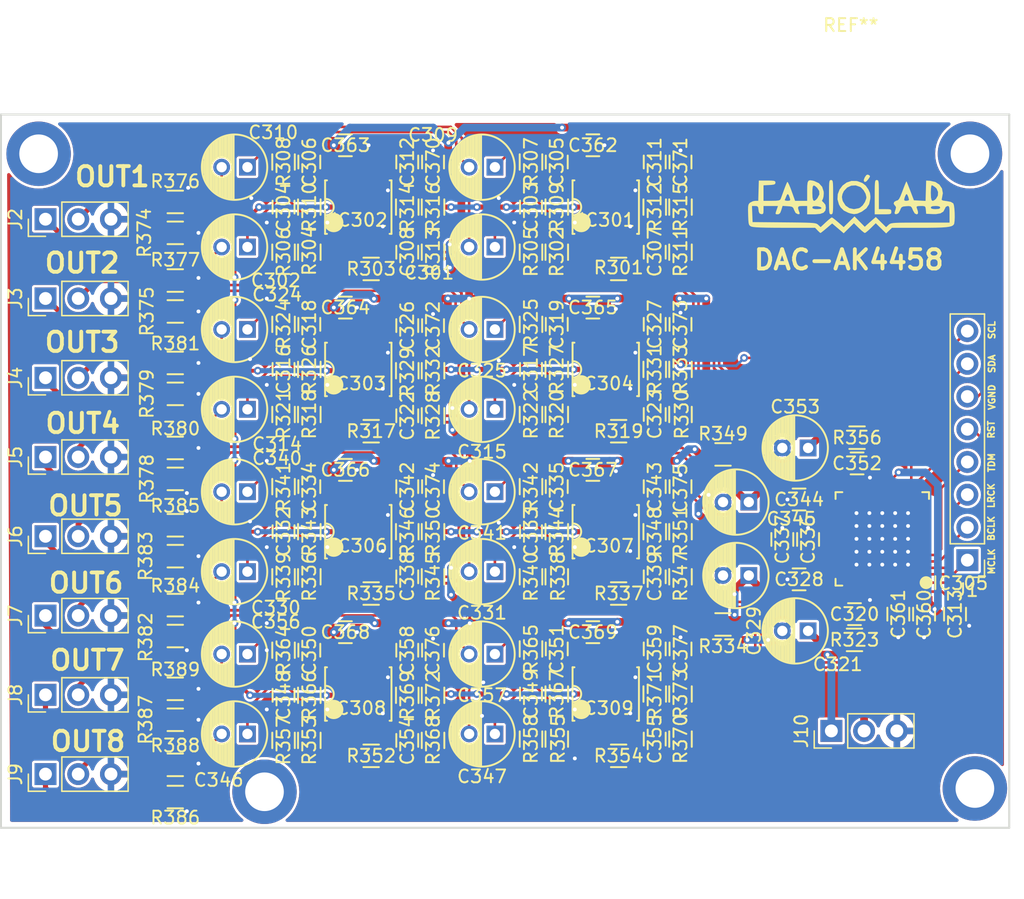
<source format=kicad_pcb>
(kicad_pcb (version 20211014) (generator pcbnew)
  (title_block (comment 4 "AISLER Project ID: IJBWLERS"))
  (layers (0 "F.Cu" signal) (31 "B.Cu" signal) (34 "B.Paste" user) (35 "F.Paste" user) (36 "B.SilkS" user "B.Silkscreen") (37 "F.SilkS" user "F.Silkscreen") (38 "B.Mask" user) (39 "F.Mask" user) (44 "Edge.Cuts" user))
  (net 0 "")
  (net 1 "GND")
  (net 2 "+5VA")
  (net 3 "+3V3")
  (net 4 "/AOUT1+")
  (net 5 "/AOUT2+")
  (net 6 "Net-(C303-Pad2)")
  (net 7 "Net-(C304-Pad2)")
  (net 8 "Net-(C305-Pad1)")
  (net 9 "Net-(C305-Pad2)")
  (net 10 "Net-(C306-Pad1)")
  (net 11 "Net-(C306-Pad2)")
  (net 12 "Net-(C311-Pad1)")
  (net 13 "Net-(C312-Pad1)")
  (net 14 "Net-(C313-Pad1)")
  (net 15 "/AOUT1-")
  (net 16 "/AOUT2-")
  (net 17 "Net-(C316-Pad2)")
  (net 18 "Net-(C317-Pad2)")
  (net 19 "Net-(C318-Pad1)")
  (net 20 "Net-(C320-Pad1)")
  (net 21 "Net-(C326-Pad1)")
  (net 22 "Net-(C327-Pad1)")
  (net 23 "Net-(C328-Pad1)")
  (net 24 "/AOUT4+")
  (net 25 "/AOUT3+")
  (net 26 "Net-(C332-Pad2)")
  (net 27 "Net-(C333-Pad2)")
  (net 28 "Net-(C342-Pad1)")
  (net 29 "Net-(C343-Pad1)")
  (net 30 "Net-(C344-Pad1)")
  (net 31 "/AOUT4-")
  (net 32 "/AOUT3-")
  (net 33 "Net-(C348-Pad2)")
  (net 34 "Net-(C349-Pad2)")
  (net 35 "Net-(C350-Pad1)")
  (net 36 "Net-(C352-Pad1)")
  (net 37 "Net-(C358-Pad1)")
  (net 38 "Net-(C359-Pad1)")
  (net 39 "/AOUT6+")
  (net 40 "/AOUT5+")
  (net 41 "/AOUT6-")
  (net 42 "/AOUT5-")
  (net 43 "/AOUT8+")
  (net 44 "/AOUT7+")
  (net 45 "/AOUT8-")
  (net 46 "/AOUT7-")
  (net 47 "/DAC8+")
  (net 48 "/DAC8-")
  (net 49 "/DAC7-")
  (net 50 "/DAC7+")
  (net 51 "/DAC6+")
  (net 52 "/DAC6-")
  (net 53 "/DAC5-")
  (net 54 "/DAC5+")
  (net 55 "/DAC4+")
  (net 56 "/SDA")
  (net 57 "/SCL")
  (net 58 "/DAC4-")
  (net 59 "/~{RST}")
  (net 60 "/DAC3-")
  (net 61 "/DAC3+")
  (net 62 "/DAC2+")
  (net 63 "/DAC2-")
  (net 64 "/DAC1-")
  (net 65 "/DAC1+")
  (net 66 "Net-(C301-Pad1)")
  (net 67 "Net-(C302-Pad1)")
  (net 68 "Net-(C314-Pad1)")
  (net 69 "Net-(C315-Pad1)")
  (net 70 "Net-(C330-Pad1)")
  (net 71 "Net-(C331-Pad1)")
  (net 72 "Net-(C346-Pad1)")
  (net 73 "Net-(C347-Pad1)")
  (net 74 "/VGROUND")
  (net 75 "/BCLK_DAC")
  (net 76 "/LRCK_DAC")
  (net 77 "/TDM_DAC")
  (net 78 "Net-(C307-Pad1)")
  (net 79 "Net-(C307-Pad2)")
  (net 80 "Net-(C308-Pad1)")
  (net 81 "Net-(C308-Pad2)")
  (net 82 "Net-(C318-Pad2)")
  (net 83 "Net-(C319-Pad1)")
  (net 84 "Net-(C319-Pad2)")
  (net 85 "Net-(C322-Pad1)")
  (net 86 "Net-(C322-Pad2)")
  (net 87 "Net-(C323-Pad1)")
  (net 88 "Net-(C323-Pad2)")
  (net 89 "Net-(C334-Pad1)")
  (net 90 "Net-(C334-Pad2)")
  (net 91 "Net-(C335-Pad1)")
  (net 92 "Net-(C335-Pad2)")
  (net 93 "Net-(C338-Pad1)")
  (net 94 "Net-(C338-Pad2)")
  (net 95 "Net-(C339-Pad1)")
  (net 96 "Net-(C339-Pad2)")
  (net 97 "Net-(C350-Pad2)")
  (net 98 "Net-(C351-Pad1)")
  (net 99 "Net-(C351-Pad2)")
  (net 100 "Net-(C354-Pad1)")
  (net 101 "Net-(C354-Pad2)")
  (net 102 "Net-(C355-Pad1)")
  (net 103 "Net-(C355-Pad2)")
  (net 104 "/MCLK")
  (footprint "rklib:C0805-X7R" (layer "F.Cu") (at 161.4 84 -90)
    (fp_text reference "C313")
    (fp_text value "CAP_1u00_16V_X7R_0805")
  )
  (footprint "rklib:C0805-X7R" (layer "F.Cu") (at 153.6 84)
    (fp_text reference "C320")
    (fp_text value "CAP_100n_50V_X7R_0805")
  )
  (footprint "rklib:C0805-X7R" (layer "F.Cu") (at 149.3 81.3 180)
    (fp_text reference "C328")
    (fp_text value "CAP_100n_50V_X7R_0805")
  )
  (footprint "rklib:C0805-X7R" (layer "F.Cu") (at 150 78.2 90)
    (fp_text reference "C336")
    (fp_text value "CAP_100n_50V_X7R_0805")
  )
  (footprint "rklib:C0805-X7R" (layer "F.Cu") (at 149.3 75.1 180)
    (fp_text reference "C344")
    (fp_text value "CAP_100n_50V_X7R_0805")
  )
  (footprint "rklib:C0805-X7R" (layer "F.Cu") (at 153.8 72.3)
    (fp_text reference "C352")
    (fp_text value "CAP_100n_50V_X7R_0805")
  )
  (footprint "rklib:C0805-X7R" (layer "F.Cu") (at 157 84 -90)
    (fp_text reference "C361")
    (fp_text value "CAP_100n_50V_X7R_0805")
  )
  (footprint "rklib:C0805-RES" (layer "F.Cu") (at 153.6 86 180)
    (fp_text reference "R323")
    (fp_text value "RES_20R0_1%_0.125W_Thick_0805")
  )
  (footprint "rklib:C0805-RES" (layer "F.Cu") (at 143.4 84.8)
    (fp_text reference "R334")
    (fp_text value "RES_20R0_1%_0.125W_Thick_0805")
  )
  (footprint "rklib:C0805-RES" (layer "F.Cu") (at 143.4 71.6)
    (fp_text reference "R349")
    (fp_text value "RES_20R0_1%_0.125W_Thick_0805")
  )
  (footprint "rklib:C0805-RES" (layer "F.Cu") (at 153.8 70.3 180)
    (fp_text reference "R356")
    (fp_text value "RES_20R0_1%_0.125W_Thick_0805")
  )
  (footprint "rklib:C0805-X7R" (layer "F.Cu") (at 148 78.2 90)
    (fp_text reference "C337")
    (fp_text value "CAP_10u0_25V_X5R_0805")
  )
  (footprint "rklib:C0805-X7R" (layer "F.Cu") (at 159 84 -90)
    (fp_text reference "C360")
    (fp_text value "CAP_10u0_25V_X5R_0805")
  )
  (footprint "rklib:QFN48_7x7mm_Pitch0.5mm_EP_Handsoldering" (layer "F.Cu") (at 155.75625 78.15625 180)
    (fp_text reference "IC305")
    (fp_text value "IC_AK4458VN")
  )
  (footprint "rklib:RD2_D5_L11" (layer "F.Cu") (at 150 85.3 180)
    (fp_text reference "C321")
    (fp_text value "CAP_100u_20%_25V_ALUM_RADIAL")
  )
  (footprint "rklib:RD2_D5_L11" (layer "F.Cu") (at 145.4 81 180)
    (fp_text reference "C329")
    (fp_text value "CAP_100u_20%_25V_ALUM_RADIAL")
  )
  (footprint "rklib:RD2_D5_L11" (layer "F.Cu") (at 145.4 75.3 180)
    (fp_text reference "C345")
    (fp_text value "CAP_100u_20%_25V_ALUM_RADIAL")
  )
  (footprint "rklib:RD2_D5_L11" (layer "F.Cu") (at 150 71.1 180)
    (fp_text reference "C353")
    (fp_text value "CAP_100u_20%_25V_ALUM_RADIAL")
  )
  (footprint "rklib:C0805-X7R" (layer "F.Cu") (at 140.1 86.7 90)
    (fp_text reference "C377")
    (fp_text value "CAP_100n_50V_X7R_0805")
  )
  (footprint "rklib:C0805-X7R" (layer "F.Cu") (at 120.9 86.8 90)
    (fp_text reference "C376")
    (fp_text value "CAP_100n_50V_X7R_0805")
  )
  (footprint "rklib:C0805-X7R" (layer "F.Cu") (at 140.1 74.1 90)
    (fp_text reference "C375")
    (fp_text value "CAP_100n_50V_X7R_0805")
  )
  (footprint "rklib:C0805-X7R" (layer "F.Cu") (at 120.9 74.1 90)
    (fp_text reference "C374")
    (fp_text value "CAP_100n_50V_X7R_0805")
  )
  (footprint "rklib:C0805-X7R" (layer "F.Cu") (at 140.1 61.5 90)
    (fp_text reference "C373")
    (fp_text value "CAP_100n_50V_X7R_0805")
  )
  (footprint "rklib:C0805-X7R" (layer "F.Cu") (at 120.9 61.6 90)
    (fp_text reference "C372")
    (fp_text value "CAP_100n_50V_X7R_0805")
  )
  (footprint "rklib:C0805-X7R" (layer "F.Cu") (at 140.1 48.9 90)
    (fp_text reference "C371")
    (fp_text value "CAP_100n_50V_X7R_0805")
  )
  (footprint "rklib:C0805-X7R" (layer "F.Cu") (at 120.9 48.9 90)
    (fp_text reference "C370")
    (fp_text value "CAP_100n_50V_X7R_0805")
  )
  (footprint "rklib:C0805-RES" (layer "F.Cu") (at 100.9 95.7 180)
    (fp_text reference "R388")
    (fp_text value "RES_100K_1%_0.125W_Thick_0805")
  )
  (footprint "rklib:C0805-RES" (layer "F.Cu") (at 100.9 98.2 180)
    (fp_text reference "R386")
    (fp_text value "RES_100K_1%_0.125W_Thick_0805")
  )
  (footprint "rklib:C0805-RES" (layer "F.Cu") (at 100.9 83.3 180)
    (fp_text reference "R384")
    (fp_text value "RES_100K_1%_0.125W_Thick_0805")
  )
  (footprint "rklib:C0805-RES" (layer "F.Cu") (at 100.9 85.7 180)
    (fp_text reference "R382")
    (fp_text value "RES_100K_1%_0.125W_Thick_0805")
  )
  (footprint "rklib:C0805-RES" (layer "F.Cu") (at 100.9 71.1 180)
    (fp_text reference "R380")
    (fp_text value "RES_100K_1%_0.125W_Thick_0805")
  )
  (footprint "rklib:C0805-RES" (layer "F.Cu") (at 100.9 73.5 180)
    (fp_text reference "R378")
    (fp_text value "RES_100K_1%_0.125W_Thick_0805")
  )
  (footprint "rklib:C0805-RES" (layer "F.Cu") (at 100.9 60.5 180)
    (fp_text reference "R375")
    (fp_text value "RES_100K_1%_0.125W_Thick_0805")
  )
  (footprint "rklib:SOIC8_3.9x4.9mm_Pitch1.27mm" (layer "F.Cu") (at 134.3 90.2 90)
    (fp_text reference "IC309")
    (fp_text value "IC_OPA1652AIDR")
  )
  (footprint "rklib:SOIC8_3.9x4.9mm_Pitch1.27mm" (layer "F.Cu") (at 115.1 90.2 90)
    (fp_text reference "IC308")
    (fp_text value "IC_OPA1652AIDR")
  )
  (footprint "rklib:SOIC8_3.9x4.9mm_Pitch1.27mm" (layer "F.Cu") (at 134.3 77.6 90)
    (fp_text reference "IC307")
    (fp_text value "IC_OPA1652AIDR")
  )
  (footprint "rklib:SOIC8_3.9x4.9mm_Pitch1.27mm" (layer "F.Cu") (at 115.1 77.6 90)
    (fp_text reference "IC306")
    (fp_text value "IC_OPA1652AIDR")
  )
  (footprint "rklib:SOIC8_3.9x4.9mm_Pitch1.27mm" (layer "F.Cu") (at 134.3 65 90)
    (fp_text reference "IC304")
    (fp_text value "IC_OPA1652AIDR")
  )
  (footprint "rklib:SOIC8_3.9x4.9mm_Pitch1.27mm" (layer "F.Cu") (at 115.1 65 90)
    (fp_text reference "IC303")
    (fp_text value "IC_OPA1652AIDR")
  )
  (footprint "rklib:SOIC8_3.9x4.9mm_Pitch1.27mm" (layer "F.Cu") (at 134.3 52.4 90)
    (fp_text reference "IC301")
    (fp_text value "IC_OPA1652AIDR")
  )
  (footprint "rklib:RD2_D5_L11" (layer "F.Cu") (at 125.7 87.1 180)
    (fp_text reference "C357")
    (fp_text value "CAP_100u_20%_25V_ALUM_RADIAL")
  )
  (footprint "rklib:RD2_D5_L11" (layer "F.Cu") (at 106.5 87.1 180)
    (fp_text reference "C356")
    (fp_text value "CAP_100u_20%_25V_ALUM_RADIAL")
  )
  (footprint "rklib:RD2_D5_L11" (layer "F.Cu") (at 125.7 93.3 180)
    (fp_text reference "C347")
    (fp_text value "CAP_100u_20%_25V_ALUM_RADIAL")
  )
  (footprint "rklib:RD2_D5_L11" (layer "F.Cu") (at 106.5 93.3 180)
    (fp_text reference "C346")
    (fp_text value "CAP_100u_20%_25V_ALUM_RADIAL")
  )
  (footprint "rklib:RD2_D5_L11" (layer "F.Cu") (at 125.7 74.5 180)
    (fp_text reference "C341")
    (fp_text value "CAP_100u_20%_25V_ALUM_RADIAL")
  )
  (footprint "rklib:RD2_D5_L11" (layer "F.Cu") (at 106.5 74.5 180)
    (fp_text reference "C340")
    (fp_text value "CAP_100u_20%_25V_ALUM_RADIAL")
  )
  (footprint "rklib:RD2_D5_L11" (layer "F.Cu") (at 125.7 80.7 180)
    (fp_text reference "C331")
    (fp_text value "CAP_100u_20%_25V_ALUM_RADIAL")
  )
  (footprint "rklib:RD2_D5_L11" (layer "F.Cu") (at 106.5 80.7 180)
    (fp_text reference "C330")
    (fp_text value "CAP_100u_20%_25V_ALUM_RADIAL")
  )
  (footprint "rklib:RD2_D5_L11" (layer "F.Cu") (at 125.7 61.9 180)
    (fp_text reference "C325")
    (fp_text value "CAP_100u_20%_25V_ALUM_RADIAL")
  )
  (footprint "rklib:RD2_D5_L11" (layer "F.Cu") (at 106.5 61.9 180)
    (fp_text reference "C324")
    (fp_text value "CAP_100u_20%_25V_ALUM_RADIAL")
  )
  (footprint "rklib:RD2_D5_L11" (layer "F.Cu") (at 125.7 68.1 180)
    (fp_text reference "C315")
    (fp_text value "CAP_100u_20%_25V_ALUM_RADIAL")
  )
  (footprint "rklib:RD2_D5_L11" (layer "F.Cu") (at 106.5 68.1 180)
    (fp_text reference "C314")
    (fp_text value "CAP_100u_20%_25V_ALUM_RADIAL")
  )
  (footprint "rklib:RD2_D5_L11" (layer "F.Cu") (at 125.7 49.3 180)
    (fp_text reference "C309")
    (fp_text value "CAP_100u_20%_25V_ALUM_RADIAL")
  )
  (footprint "rklib:RD2_D5_L11" (layer "F.Cu") (at 106.5 55.5 180)
    (fp_text reference "C302")
    (fp_text value "CAP_100u_20%_25V_ALUM_RADIAL")
  )
  (footprint "rklib:RD2_D5_L11" (layer "F.Cu") (at 125.7 55.5 180)
    (fp_text reference "C301")
    (fp_text value "CAP_100u_20%_25V_ALUM_RADIAL")
  )
  (footprint "rklib:C0805-RES" (layer "F.Cu") (at 140.1 90.2 90)
    (fp_text reference "R373")
    (fp_text value "RES_3K40_0.5%_0.1W_Thin_0805")
  )
  (footprint "rklib:C0805-RES" (layer "F.Cu") (at 120.9 90.3 90)
    (fp_text reference "R372")
    (fp_text value "RES_3K40_0.5%_0.1W_Thin_0805")
  )
  (footprint "rklib:C0805-RES" (layer "F.Cu") (at 138.1 90.2 -90)
    (fp_text reference "R371")
    (fp_text value "RES_150R_1%_0.25W_Thin_0805")
  )
  (footprint "rklib:C0805-RES" (layer "F.Cu") (at 140.1 93.7 -90)
    (fp_text reference "R370")
    (fp_text value "RES_4K42_0.5%_0.1W_Thin_0805")
  )
  (footprint "rklib:C0805-RES" (layer "F.Cu") (at 118.9 90.3 -90)
    (fp_text reference "R369")
    (fp_text value "RES_150R_1%_0.25W_Thin_0805")
  )
  (footprint "rklib:C0805-RES" (layer "F.Cu") (at 120.9 93.8 -90)
    (fp_text reference "R368")
    (fp_text value "RES_4K42_0.5%_0.1W_Thin_0805")
  )
  (footprint "rklib:C0805-RES" (layer "F.Cu") (at 130.5 90.2 -90)
    (fp_text reference "R367")
    (fp_text value "RES_4K70_1%_0.125W_Thin_0805")
  )
  (footprint "rklib:C0805-RES" (layer "F.Cu") (at 111.3 90.3 -90)
    (fp_text reference "R366")
    (fp_text value "RES_4K70_1%_0.125W_Thin_0805")
  )
  (footprint "rklib:C0805-RES" (layer "F.Cu") (at 128.5 86.7 -90)
    (fp_text reference "R365")
    (fp_text value "RES_4K70_1%_0.125W_Thin_0805")
  )
  (footprint "rklib:C0805-RES" (layer "F.Cu") (at 109.3 86.8 -90)
    (fp_text reference "R364")
    (fp_text value "RES_4K70_1%_0.125W_Thin_0805")
  )
  (footprint "rklib:C0805-RES" (layer "F.Cu") (at 128.5 93.7 -90)
    (fp_text reference "R358")
    (fp_text value "RES_150R_1%_0.25W_Thin_0805")
  )
  (footprint "rklib:C0805-RES" (layer "F.Cu") (at 109.3 93.8 -90)
    (fp_text reference "R357")
    (fp_text value "RES_150R_1%_0.25W_Thin_0805")
  )
  (footprint "rklib:C0805-RES" (layer "F.Cu") (at 130.5 93.7 -90)
    (fp_text reference "R355")
    (fp_text value "RES_3K40_0.5%_0.1W_Thin_0805")
  )
  (footprint "rklib:C0805-RES" (layer "F.Cu") (at 135.3 95)
    (fp_text reference "R354")
    (fp_text value "RES_4K42_0.5%_0.1W_Thin_0805")
  )
  (footprint "rklib:C0805-RES" (layer "F.Cu") (at 111.3 93.8 -90)
    (fp_text reference "R353")
    (fp_text value "RES_3K40_0.5%_0.1W_Thin_0805")
  )
  (footprint "rklib:C0805-RES" (layer "F.Cu") (at 116.1 95)
    (fp_text reference "R352")
    (fp_text value "RES_4K42_0.5%_0.1W_Thin_0805")
  )
  (footprint "rklib:C0805-RES" (layer "F.Cu") (at 140.1 77.6 90)
    (fp_text reference "R351")
    (fp_text value "RES_3K40_0.5%_0.1W_Thin_0805")
  )
  (footprint "rklib:C0805-RES" (layer "F.Cu") (at 138.1 77.6 -90)
    (fp_text reference "R348")
    (fp_text value "RES_150R_1%_0.25W_Thin_0805")
  )
  (footprint "rklib:C0805-RES" (layer "F.Cu") (at 140.1 81.1 -90)
    (fp_text reference "R347")
    (fp_text value "RES_4K42_0.5%_0.1W_Thin_0805")
  )
  (footprint "rklib:C0805-RES" (layer "F.Cu") (at 118.9 77.6 -90)
    (fp_text reference "R346")
    (fp_text value "RES_150R_1%_0.25W_Thin_0805")
  )
  (footprint "rklib:C0805-RES" (layer "F.Cu") (at 120.9 81.1 -90)
    (fp_text reference "R345")
    (fp_text value "RES_4K42_0.5%_0.1W_Thin_0805")
  )
  (footprint "rklib:C0805-RES" (layer "F.Cu") (at 130.5 77.6 -90)
    (fp_text reference "R344")
    (fp_text value "RES_4K70_1%_0.125W_Thin_0805")
  )
  (footprint "rklib:C0805-RES" (layer "F.Cu") (at 111.3 77.6 -90)
    (fp_text reference "R343")
    (fp_text value "RES_4K70_1%_0.125W_Thin_0805")
  )
  (footprint "rklib:C0805-RES" (layer "F.Cu") (at 128.5 74.1 -90)
    (fp_text reference "R342")
    (fp_text value "RES_4K70_1%_0.125W_Thin_0805")
  )
  (footprint "rklib:C0805-RES" (layer "F.Cu") (at 109.3 74.1 -90)
    (fp_text reference "R341")
    (fp_text value "RES_4K70_1%_0.125W_Thin_0805")
  )
  (footprint "rklib:C0805-RES" (layer "F.Cu") (at 128.5 81.1 -90)
    (fp_text reference "R340")
    (fp_text value "RES_150R_1%_0.25W_Thin_0805")
  )
  (footprint "rklib:C0805-RES" (layer "F.Cu") (at 109.3 81.1 -90)
    (fp_text reference "R339")
    (fp_text value "RES_150R_1%_0.25W_Thin_0805")
  )
  (footprint "rklib:C0805-RES" (layer "F.Cu") (at 130.5 81.1 -90)
    (fp_text reference "R338")
    (fp_text value "RES_3K40_0.5%_0.1W_Thin_0805")
  )
  (footprint "rklib:C0805-RES" (layer "F.Cu") (at 135.3 82.4)
    (fp_text reference "R337")
    (fp_text value "RES_4K42_0.5%_0.1W_Thin_0805")
  )
  (footprint "rklib:C0805-RES" (layer "F.Cu") (at 111.3 81.1 -90)
    (fp_text reference "R336")
    (fp_text value "RES_3K40_0.5%_0.1W_Thin_0805")
  )
  (footprint "rklib:C0805-RES" (layer "F.Cu") (at 116.1 82.4)
    (fp_text reference "R335")
    (fp_text value "RES_4K42_0.5%_0.1W_Thin_0805")
  )
  (footprint "rklib:C0805-RES" (layer "F.Cu") (at 140.1 65 90)
    (fp_text reference "R333")
    (fp_text value "RES_3K40_0.5%_0.1W_Thin_0805")
  )
  (footprint "rklib:C0805-RES" (layer "F.Cu") (at 120.9 65.1 90)
    (fp_text reference "R332")
    (fp_text value "RES_3K40_0.5%_0.1W_Thin_0805")
  )
  (footprint "rklib:C0805-RES" (layer "F.Cu") (at 138.1 65 -90)
    (fp_text reference "R331")
    (fp_text value "RES_150R_1%_0.25W_Thin_0805")
  )
  (footprint "rklib:C0805-RES" (layer "F.Cu") (at 140.1 68.5 -90)
    (fp_text reference "R330")
    (fp_text value "RES_4K42_0.5%_0.1W_Thin_0805")
  )
  (footprint "rklib:C0805-RES" (layer "F.Cu") (at 118.9 65.1 -90)
    (fp_text reference "R329")
    (fp_text value "RES_150R_1%_0.25W_Thin_0805")
  )
  (footprint "rklib:C0805-RES" (layer "F.Cu") (at 120.9 68.6 -90)
    (fp_text reference "R328")
    (fp_text value "RES_4K42_0.5%_0.1W_Thin_0805")
  )
  (footprint "rklib:C0805-RES" (layer "F.Cu") (at 130.5 65 -90)
    (fp_text reference "R327")
    (fp_text value "RES_4K70_1%_0.125W_Thin_0805")
  )
  (footprint "rklib:C0805-RES" (layer "F.Cu") (at 111.3 65 -90)
    (fp_text reference "R326")
    (fp_text value "RES_4K70_1%_0.125W_Thin_0805")
  )
  (footprint "rklib:C0805-RES" (layer "F.Cu") (at 128.5 61.5 -90)
    (fp_text reference "R325")
    (fp_text value "RES_4K70_1%_0.125W_Thin_0805")
  )
  (footprint "rklib:C0805-RES" (layer "F.Cu") (at 109.3 61.5 -90)
    (fp_text reference "R324")
    (fp_text value "RES_4K70_1%_0.125W_Thin_0805")
  )
  (footprint "rklib:C0805-RES" (layer "F.Cu") (at 128.5 68.5 -90)
    (fp_text reference "R322")
    (fp_text value "RES_150R_1%_0.25W_Thin_0805")
  )
  (footprint "rklib:C0805-RES" (layer "F.Cu") (at 109.3 68.5 -90)
    (fp_text reference "R321")
    (fp_text value "RES_150R_1%_0.25W_Thin_0805")
  )
  (footprint "rklib:C0805-RES" (layer "F.Cu") (at 130.5 68.5 -90)
    (fp_text reference "R320")
    (fp_text value "RES_3K40_0.5%_0.1W_Thin_0805")
  )
  (footprint "rklib:C0805-RES" (layer "F.Cu") (at 135.3 69.8)
    (fp_text reference "R319")
    (fp_text value "RES_4K42_0.5%_0.1W_Thin_0805")
  )
  (footprint "rklib:C0805-RES" (layer "F.Cu") (at 111.3 68.5 -90)
    (fp_text reference "R318")
    (fp_text value "RES_3K40_0.5%_0.1W_Thin_0805")
  )
  (footprint "rklib:C0805-RES" (layer "F.Cu") (at 116.1 69.8)
    (fp_text reference "R317")
    (fp_text value "RES_4K42_0.5%_0.1W_Thin_0805")
  )
  (footprint "rklib:C0805-RES" (layer "F.Cu") (at 120.9 52.4 90)
    (fp_text reference "R316")
    (fp_text value "RES_3K40_0.5%_0.1W_Thin_0805")
  )
  (footprint "rklib:C0805-RES" (layer "F.Cu") (at 140.1 52.4 90)
    (fp_text reference "R315")
    (fp_text value "RES_3K40_0.5%_0.1W_Thin_0805")
  )
  (footprint "rklib:C0805-RES" (layer "F.Cu") (at 118.9 52.4 -90)
    (fp_text reference "R314")
    (fp_text value "RES_150R_1%_0.25W_Thin_0805")
  )
  (footprint "rklib:C0805-RES" (layer "F.Cu") (at 120.9 55.9 -90)
    (fp_text reference "R313")
    (fp_text value "RES_4K42_0.5%_0.1W_Thin_0805")
  )
  (footprint "rklib:C0805-RES" (layer "F.Cu") (at 138.1 52.4 -90)
    (fp_text reference "R312")
    (fp_text value "RES_150R_1%_0.25W_Thin_0805")
  )
  (footprint "rklib:C0805-RES" (layer "F.Cu") (at 140.1 55.9 -90)
    (fp_text reference "R311")
    (fp_text value "RES_4K42_0.5%_0.1W_Thin_0805")
  )
  (footprint "rklib:C0805-RES" (layer "F.Cu") (at 111.3 52.4 -90)
    (fp_text reference "R310")
    (fp_text value "RES_4K70_1%_0.125W_Thin_0805")
  )
  (footprint "rklib:C0805-RES" (layer "F.Cu") (at 130.5 52.4 -90)
    (fp_text reference "R309")
    (fp_text value "RES_4K70_1%_0.125W_Thin_0805")
  )
  (footprint "rklib:C0805-RES" (layer "F.Cu") (at 109.3 48.9 -90)
    (fp_text reference "R308")
    (fp_text value "RES_4K70_1%_0.125W_Thin_0805")
  )
  (footprint "rklib:C0805-RES" (layer "F.Cu") (at 128.5 48.9 -90)
    (fp_text reference "R307")
    (fp_text value "RES_4K70_1%_0.125W_Thin_0805")
  )
  (footprint "rklib:C0805-RES" (layer "F.Cu") (at 109.3 55.9 -90)
    (fp_text reference "R306")
    (fp_text value "RES_150R_1%_0.25W_Thin_0805")
  )
  (footprint "rklib:C0805-RES" (layer "F.Cu") (at 128.5 55.9 -90)
    (fp_text reference "R305")
    (fp_text value "RES_150R_1%_0.25W_Thin_0805")
  )
  (footprint "rklib:C0805-RES" (layer "F.Cu") (at 111.3 55.9 -90)
    (fp_text reference "R304")
    (fp_text value "RES_3K40_0.5%_0.1W_Thin_0805")
  )
  (footprint "rklib:C0805-RES" (layer "F.Cu") (at 116.1 57.2)
    (fp_text reference "R303")
    (fp_text value "RES_4K42_0.5%_0.1W_Thin_0805")
  )
  (footprint "rklib:C0805-RES" (layer "F.Cu") (at 130.5 55.9 -90)
    (fp_text reference "R302")
    (fp_text value "RES_3K40_0.5%_0.1W_Thin_0805")
  )
  (footprint "rklib:C0805-RES" (layer "F.Cu") (at 135.3 57.2)
    (fp_text reference "R301")
    (fp_text value "RES_4K42_0.5%_0.1W_Thin_0805")
  )
  (footprint "rklib:C0805-X7R" (layer "F.Cu") (at 133.3 85.4)
    (fp_text reference "C369")
    (fp_text value "CAP_100n_50V_X7R_0805")
  )
  (footprint "rklib:C0805-X7R" (layer "F.Cu") (at 114.1 85.4)
    (fp_text reference "C368")
    (fp_text value "CAP_100n_50V_X7R_0805")
  )
  (footprint "rklib:C0805-X7R" (layer "F.Cu") (at 133.3 72.8)
    (fp_text reference "C367")
    (fp_text value "CAP_100n_50V_X7R_0805")
  )
  (footprint "rklib:C0805-X7R" (layer "F.Cu") (at 114.1 72.8)
    (fp_text reference "C366")
    (fp_text value "CAP_100n_50V_X7R_0805")
  )
  (footprint "rklib:C0805-X7R" (layer "F.Cu") (at 133.3 60.2)
    (fp_text reference "C365")
    (fp_text value "CAP_100n_50V_X7R_0805")
  )
  (footprint "rklib:C0805-X7R" (layer "F.Cu") (at 114.1 60.2)
    (fp_text reference "C364")
    (fp_text value "CAP_100n_50V_X7R_0805")
  )
  (footprint "rklib:C0805-X7R" (layer "F.Cu") (at 114.1 47.6)
    (fp_text reference "C363")
    (fp_text value "CAP_100n_50V_X7R_0805")
  )
  (footprint "rklib:C0805-X7R" (layer "F.Cu") (at 133.3 47.6)
    (fp_text reference "C362")
    (fp_text value "CAP_100n_50V_X7R_0805")
  )
  (footprint "rklib:C0805-X7R" (layer "F.Cu") (at 138.1 86.7 90)
    (fp_text reference "C359")
    (fp_text value "CAP_470p_2%_50V_PPS_0805")
  )
  (footprint "rklib:C0805-X7R" (layer "F.Cu") (at 118.9 86.8 90)
    (fp_text reference "C358")
    (fp_text value "CAP_470p_2%_50V_PPS_0805")
  )
  (footprint "rklib:C0805-X7R" (layer "F.Cu") (at 138.1 93.7 90)
    (fp_text reference "C355")
    (fp_text value "CAP_3n90_5%_16V_PPS_0805")
  )
  (footprint "rklib:C0805-X7R" (layer "F.Cu") (at 118.9 93.8 90)
    (fp_text reference "C354")
    (fp_text value "CAP_3n90_5%_16V_PPS_0805")
  )
  (footprint "rklib:C0805-X7R" (layer "F.Cu") (at 130.5 86.7 -90)
    (fp_text reference "C351")
    (fp_text value "CAP_27p0_50V_C0G_NP0_0805")
  )
  (footprint "rklib:C0805-X7R" (layer "F.Cu") (at 111.3 86.8 -90)
    (fp_text reference "C350")
    (fp_text value "CAP_27p0_50V_C0G_NP0_0805")
  )
  (footprint "rklib:C0805-X7R" (layer "F.Cu") (at 128.5 90.2 -90)
    (fp_text reference "C349")
    (fp_text value "CAP_470p_2%_50V_PPS_0805")
  )
  (footprint "rklib:C0805-X7R" (layer "F.Cu") (at 109.3 90.3 -90)
    (fp_text reference "C348")
    (fp_text value "CAP_470p_2%_50V_PPS_0805")
  )
  (footprint "rklib:C0805-X7R" (layer "F.Cu") (at 138.1 74.1 90)
    (fp_text reference "C343")
    (fp_text value "CAP_470p_2%_50V_PPS_0805")
  )
  (footprint "rklib:C0805-X7R" (layer "F.Cu") (at 118.9 74.1 90)
    (fp_text reference "C342")
    (fp_text value "CAP_470p_2%_50V_PPS_0805")
  )
  (footprint "rklib:C0805-X7R" (layer "F.Cu") (at 138.1 81.1 90)
    (fp_text reference "C339")
    (fp_text value "CAP_3n90_5%_16V_PPS_0805")
  )
  (footprint "rklib:C0805-X7R" (layer "F.Cu") (at 118.9 81.1 90)
    (fp_text reference "C338")
    (fp_text value "CAP_3n90_5%_16V_PPS_0805")
  )
  (footprint "rklib:C0805-X7R" (layer "F.Cu") (at 130.5 74.1 -90)
    (fp_text reference "C335")
    (fp_text value "CAP_27p0_50V_C0G_NP0_0805")
  )
  (footprint "rklib:C0805-X7R" (layer "F.Cu") (at 111.3 74.1 -90)
    (fp_text reference "C334")
    (fp_text value "CAP_27p0_50V_C0G_NP0_0805")
  )
  (footprint "rklib:C0805-X7R" (layer "F.Cu") (at 128.5 77.6 -90)
    (fp_text reference "C333")
    (fp_text value "CAP_470p_2%_50V_PPS_0805")
  )
  (footprint "rklib:C0805-X7R" (layer "F.Cu") (at 109.3 77.6 -90)
    (fp_text reference "C332")
    (fp_text value "CAP_470p_2%_50V_PPS_0805")
  )
  (footprint "rklib:C0805-X7R" (layer "F.Cu") (at 138.1 61.5 90)
    (fp_text reference "C327")
    (fp_text value "CAP_470p_2%_50V_PPS_0805")
  )
  (footprint "rklib:C0805-X7R" (layer "F.Cu") (at 118.9 61.6 90)
    (fp_text reference "C326")
    (fp_text value "CAP_470p_2%_50V_PPS_0805")
  )
  (footprint "rklib:C0805-X7R" (layer "F.Cu") (at 138.1 68.5 90)
    (fp_text reference "C323")
    (fp_text value "CAP_3n90_5%_16V_PPS_0805")
  )
  (footprint "rklib:C0805-X7R" (layer "F.Cu") (at 118.9 68.6 90)
    (fp_text reference "C322")
    (fp_text value "CAP_3n90_5%_16V_PPS_0805")
  )
  (footprint "rklib:C0805-X7R" (layer "F.Cu") (at 130.5 61.5 -90)
    (fp_text reference "C319")
    (fp_text value "CAP_27p0_50V_C0G_NP0_0805")
  )
  (footprint "rklib:C0805-X7R" (layer "F.Cu") (at 111.3 61.5 -90)
    (fp_text reference "C318")
    (fp_text value "CAP_27p0_50V_C0G_NP0_0805")
  )
  (footprint "rklib:C0805-X7R" (layer "F.Cu") (at 128.5 65 -90)
    (fp_text reference "C317")
    (fp_text value "CAP_470p_2%_50V_PPS_0805")
  )
  (footprint "rklib:C0805-X7R" (layer "F.Cu") (at 109.3 65 -90)
    (fp_text reference "C316")
    (fp_text value "CAP_470p_2%_50V_PPS_0805")
  )
  (footprint "rklib:C0805-X7R" (layer "F.Cu") (at 118.9 48.9 90)
    (fp_text reference "C312")
    (fp_text value "CAP_470p_2%_50V_PPS_0805")
  )
  (footprint "rklib:C0805-X7R" (layer "F.Cu") (at 138.1 48.9 90)
    (fp_text reference "C311")
    (fp_text value "CAP_470p_2%_50V_PPS_0805")
  )
  (footprint "rklib:C0805-X7R" (layer "F.Cu") (at 118.9 55.9 90)
    (fp_text reference "C308")
    (fp_text value "CAP_3n90_5%_16V_PPS_0805")
  )
  (footprint "rklib:C0805-X7R" (layer "F.Cu") (at 111.3 48.9 -90)
    (fp_text reference "C306")
    (fp_text value "CAP_27p0_50V_C0G_NP0_0805")
  )
  (footprint "rklib:C0805-X7R" (layer "F.Cu") (at 130.5 48.9 -90)
    (fp_text reference "C305")
    (fp_text value "CAP_27p0_50V_C0G_NP0_0805")
  )
  (footprint "rklib:C0805-X7R" (layer "F.Cu") (at 109.3 52.4 -90)
    (fp_text reference "C304")
    (fp_text value "CAP_470p_2%_50V_PPS_0805")
  )
  (footprint "rklib:C0805-X7R" (layer "F.Cu") (at 128.5 52.4 -90)
    (fp_text reference "C303")
    (fp_text value "CAP_470p_2%_50V_PPS_0805")
  )
  (footprint "rklib:C0805-RES" (layer "F.Cu") (at 120.9 77.6 90)
    (fp_text reference "R350")
    (fp_text value "RES_3K40_0.5%_0.1W_Thin_0805")
  )
  (footprint "rklib:RD2_D5_L11" (layer "F.Cu") (at 106.5 49.3 180)
    (fp_text reference "C310")
    (fp_text value "CAP_100u_20%_25V_ALUM_RADIAL")
  )
  (footprint "rklib:C0805-X7R" (layer "F.Cu") (at 138.1 55.9 90)
    (fp_text reference "C307")
    (fp_text value "CAP_3n90_5%_16V_PPS_0805")
  )
  (footprint "rklib:SOIC8_3.9x4.9mm_Pitch1.27mm" (layer "F.Cu") (at 115.1 52.4 90)
    (fp_text reference "IC302")
    (fp_text value "IC_OPA1652AIDR")
  )
  (footprint "rklib:C0805-RES" (layer "F.Cu") (at 100.9 58.1 180)
    (fp_text reference "R377")
    (fp_text value "RES_100K_1%_0.125W_Thick_0805")
  )
  (footprint "rklib:C0805-RES" (layer "F.Cu") (at 100.9 54.4 180)
    (fp_text reference "R374")
    (fp_text value "RES_100K_1%_0.125W_Thick_0805")
  )
  (footprint "rklib:C0805-RES" (layer "F.Cu") (at 100.9 52 180)
    (fp_text reference "R376")
    (fp_text value "RES_100K_1%_0.125W_Thick_0805")
  )
  (footprint "rklib:C0805-RES" (layer "F.Cu") (at 100.9 66.9 180)
    (fp_text reference "R379")
    (fp_text value "RES_100K_1%_0.125W_Thick_0805")
  )
  (footprint "rklib:C0805-RES" (layer "F.Cu") (at 100.9 64.5 180)
    (fp_text reference "R381")
    (fp_text value "RES_100K_1%_0.125W_Thick_0805")
  )
  (footprint "rklib:C0805-RES" (layer "F.Cu") (at 100.9 79.5 180)
    (fp_text reference "R383")
    (fp_text value "RES_100K_1%_0.125W_Thick_0805")
  )
  (footprint "rklib:C0805-RES" (layer "F.Cu") (at 100.9 77.1 180)
    (fp_text reference "R385")
    (fp_text value "RES_100K_1%_0.125W_Thick_0805")
  )
  (footprint "rklib:C0805-RES" (layer "F.Cu") (at 100.9 92.2 180)
    (fp_text reference "R387")
    (fp_text value "RES_100K_1%_0.125W_Thick_0805")
  )
  (footprint "rklib:C0805-RES" (layer "F.Cu") (at 100.9 89.8 180)
    (fp_text reference "R389")
    (fp_text value "RES_100K_1%_0.125W_Thick_0805")
  )
  (footprint "Connector_PinHeader_2.54mm:PinHeader_1x03_P2.54mm_Vertical" (layer "F.Cu") (at 90.8304 77.956228 90)
    (fp_text reference "J6")
    (fp_text value "OUT5")
  )
  (footprint "Connector_PinHeader_2.54mm:PinHeader_1x03_P2.54mm_Vertical" (layer "F.Cu") (at 151.8054 93.0656 90)
    (fp_text reference "J10")
    (fp_text value "Alim")
  )
  (footprint "Connector_PinHeader_2.54mm:PinHeader_1x03_P2.54mm_Vertical" (layer "F.Cu") (at 90.8304 65.648114 90)
    (fp_text reference "J4")
    (fp_text value "OUT3")
  )
  (footprint "Connector_PinHeader_2.54mm:PinHeader_1x03_P2.54mm_Vertical" (layer "F.Cu") (at 90.8304 96.4184 90)
    (fp_text reference "J9")
    (fp_text value "OUT8")
  )
  (footprint "Connector_PinHeader_2.54mm:PinHeader_1x03_P2.54mm_Vertical" (layer "F.Cu") (at 90.8304 59.494057 90)
    (fp_text reference "J3")
    (fp_text value "OUT2")
  )
  (footprint "Connector_PinHeader_2.54mm:PinHeader_1x03_P2.54mm_Vertical" (layer "F.Cu") (at 90.8304 84.110285 90)
    (fp_text reference "J7")
    (fp_text value "OUT6")
  )
  (footprint "Connector_PinHeader_2.54mm:PinHeader_1x03_P2.54mm_Vertical" (layer "F.Cu") (at 90.8304 53.34 90)
    (fp_text reference "J2")
    (fp_text value "OUT1")
  )
  (footprint "Adau1492:LogoPetit" (layer "F.Cu") (at 153.3144 52.4764)
    (fp_text reference "REF**")
    (fp_text value "LogoPetit")
  )
  (footprint "Connector_PinHeader_2.54mm:PinHeader_1x08_P2.54mm_Vertical" (layer "F.Cu") (at 162.3568 79.8068 180)
    (fp_text reference "J1")
    (fp_text value "DSP")
  )
  (footprint "Connector_PinHeader_2.54mm:PinHeader_1x03_P2.54mm_Vertical" (layer "F.Cu") (at 90.8304 71.802171 90)
    (fp_text reference "J5")
    (fp_text value "OUT4")
  )
  (footprint "Connector_PinHeader_2.54mm:PinHeader_1x03_P2.54mm_Vertical" (layer "F.Cu") (at 90.8304 90.264342 90)
    (fp_text reference "J8")
    (fp_text value "OUT7")
  )
  (gr_line (start 87.376 45.212) (end 165.608 45.212) (layer "Edge.Cuts") (width 0.15))
  (gr_line (start 165.608 45.212) (end 165.608 100.584) (layer "Edge.Cuts") (width 0.15))
  (gr_line (start 87.376 100.584) (end 87.376 45.212) (layer "Edge.Cuts") (width 0.15))
  (gr_line (start 165.608 100.584) (end 87.376 100.584) (layer "Edge.Cuts") (width 0.15))
  (gr_text "BCLK" (at 164.211 77.343 90) (layer "F.SilkS") (effects (font (size 0.5 0.5) (thickness 0.125))))
  (gr_text "OUT1" (at 96.012 50.038) (layer "F.SilkS") (effects (font (size 1.5 1.5) (thickness 0.3))))
  (gr_text "RST" (at 164.211 69.6722 90) (layer "F.SilkS") (effects (font (size 0.5 0.5) (thickness 0.125))))
  (gr_text "VGND" (at 164.2618 67.1576 90) (layer "F.SilkS") (effects (font (size 0.5 0.5) (thickness 0.125))))
  (gr_text "OUT6" (at 93.98 81.5848) (layer "F.SilkS") (effects (font (size 1.5 1.5) (thickness 0.3))))
  (gr_text "OUT2" (at 93.6752 56.7436) (layer "F.SilkS") (effects (font (size 1.5 1.5) (thickness 0.3))))
  (gr_text "OUT8" (at 94.1324 93.8784) (layer "F.SilkS") (effects (font (size 1.5 1.5) (thickness 0.3))))
  (gr_text "OUT3" (at 93.6752 62.8904) (layer "F.SilkS") (effects (font (size 1.5 1.5) (thickness 0.3))))
  (gr_text "SCL" (at 164.2618 61.9506 90) (layer "F.SilkS") (effects (font (size 0.5 0.5) (thickness 0.125))))
  (gr_text "MCLK" (at 164.2364 79.9084 90) (layer "F.SilkS") (effects (font (size 0.5 0.5) (thickness 0.125))))
  (gr_text "SDA" (at 164.2618 64.5668 90) (layer "F.SilkS") (effects (font (size 0.5 0.5) (thickness 0.125))))
  (gr_text "DAC-AK4458" (at 153.162 56.4896) (layer "F.SilkS") (effects (font (size 1.5 1.5) (thickness 0.3))))
  (gr_text "OUT4" (at 93.726 69.1896) (layer "F.SilkS") (effects (font (size 1.5 1.5) (thickness 0.3))))
  (gr_text "TDM" (at 164.2364 72.2376 90) (layer "F.SilkS") (effects (font (size 0.5 0.5) (thickness 0.125))))
  (gr_text "OUT5" (at 93.9292 75.5904) (layer "F.SilkS") (effects (font (size 1.5 1.5) (thickness 0.3))))
  (gr_text "LRCK" (at 164.211 74.803 90) (layer "F.SilkS") (effects (font (size 0.5 0.5) (thickness 0.125))))
  (gr_text "OUT7" (at 94.0816 87.5792) (layer "F.SilkS") (effects (font (size 1.5 1.5) (thickness 0.3))))
  (via (at 162.941 97.536) (size 5) (drill 3) (layers "F.Cu" "B.Cu") (net 0))
  (via (at 90.297 48.26) (size 5) (drill 3) (layers "F.Cu" "B.Cu") (net 0))
  (via (at 162.56 48.26) (size 5) (drill 3) (layers "F.Cu" "B.Cu") (net 0))
  (via (at 107.823 97.79) (size 5) (drill 3) (layers "F.Cu" "B.Cu") (net 0))
  (segment (start 134.2 85.4) (end 135.1 85.4) (width 0.4) (layer "F.Cu") (net 1))
  (segment (start 136.21 92.9) (end 136.21 91.705) (width 0.4) (layer "F.Cu") (net 1))
  (segment (start 136.205 80.3) (end 136.205 79.105) (width 0.4) (layer "F.Cu") (net 1))
  (segment (start 117.005 66.605) (end 117 66.6) (width 0.4) (layer "F.Cu") (net 1))
  (segment (start 117.005 66.505) (end 117 66.5) (width 0.4) (layer "F.Cu") (net 1))
  (segment (start 117.005 67.7) (end 117.005 66.505) (width 0.4) (layer "F.Cu") (net 1))
  (segment (start 117.005 80.3) (end 117.005 79.105) (width 0.4) (layer "F.Cu") (net 1))
  (segment (start 117.01 92.9) (end 117.01 91.705) (width 0.4) (layer "F.Cu") (net 1))
  (segment (start 136.205 67.7) (end 136.205 66.505) (width 0.4) (layer "F.Cu") (net 1))
  (segment (start 136.21 55.1) (end 136.21 53.905) (width 0.4) (layer "F.Cu") (net 1))
  (segment (start 117.01 55.1) (end 117.01 53.905) (width 0.4) (layer "F.Cu") (net 1))
  (segment (start 157.00625 76.90625) (end 155.75625 78.15625) (width 0.2) (layer "F.Cu") (net 1))
  (segment (start 135.086863 72.9) (end 134.3 72.9) (width 0.5) (layer "F.Cu") (net 1))
  (segment (start 156.00625 77.90625) (end 155.75625 78.15625) (width 0.2) (layer "F.Cu") (net 1))
  (segment (start 101.8 66.9) (end 102.7 66.9) (width 0.6) (layer "F.Cu") (net 1))
  (segment (start 101.8 98.2) (end 101.8 99.3) (width 0.6) (layer "F.Cu") (net 1))
  (segment (start 101.8 58.1) (end 102.5 58.1) (width 0.6) (layer "F.Cu") (net 1))
  (segment (start 157.50625 80.26875) (end 157.6875 80.0875) (width 0.2) (layer "F.Cu") (net 1))
  (segment (start 102.5 58.1) (end 102.7 57.9) (width 0.6) (layer "F.Cu") (net 1))
  (segment (start 134.2 60.2) (end 134.3 60.3) (width 0.6) (layer "F.Cu") (net 1))
  (segment (start 152.35625 80.40625) (end 153.50625 80.40625) (width 0.2) (layer "F.Cu") (net 1))
  (segment (start 157.50625 74.75625) (end 157.50625 76.40625) (width 0.2) (layer "F.Cu") (net 1))
  (segment (start 159.15625 75.40625) (end 158.50625 75.40625) (width 0.2) (layer "F.Cu") (net 1))
  (segment (start 155.00625 80.19375) (end 155.1125 80.0875) (width 0.2) (layer "F.Cu") (net 1))
  (segment (start 101.8 60.5) (end 102.7 60.5) (width 0.6) (layer "F.Cu") (net 1))
  (segment (start 102 83.1) (end 101.8 83.3) (width 0.6) (layer "F.Cu") (net 1))
  (segment (start 101.8 85.7) (end 101.8 86.8) (width 0.6) (layer "F.Cu") (net 1))
  (segment (start 154.8 73.4) (end 154.8 72.4) (width 0.6) (layer "F.Cu") (net 1))
  (segment (start 101.9 52) (end 101.9 50.9) (width 0.6) (layer "F.Cu") (net 1))
  (segment (start 101.8 73.5) (end 101.8 74.6) (width 0.6) (layer "F.Cu") (net 1))
  (segment (start 102.7 95.6) (end 101.9 95.6) (width 0.6) (layer "F.Cu") (net 1))
  (segment (start 101.8 54.4) (end 102.7 54.4) (width 0.6) (layer "F.Cu") (net 1))
  (segment (start 156.50625 77.40625) (end 155.75625 78.15625) (width 0.2) (layer "F.Cu") (net 1))
  (segment (start 101.8 79.5) (end 102.7 79.5) (width 0.6) (layer "F.Cu") (net 1))
  (segment (start 157.00625 74.75625) (end 157.00625 76.90625) (width 0.2) (layer "F.Cu") (net 1))
  (segment (start 101.9 95.6) (end 101.8 95.7) (width 0.6) (layer "F.Cu") (net 1))
  (segment (start 159.15625 76.40625) (end 157.50625 76.40625) (width 0.2) (layer "F.Cu") (net 1))
  (segment (start 159.15625 75.90625) (end 158.00625 75.90625) (width 0.2) (layer "F.Cu") (net 1))
  (segment (start 152.35625 77.90625) (end 153.43125 77.90625) (width 0.2) (layer "F.Cu") (net 1))
  (segment (start 155.00625 81.55625) (end 155.00625 80.19375) (width 0.2) (layer "F.Cu") (net 1))
  (segment (start 101.8 92.2) (end 102.7 92.2) (width 0.6) (layer "F.Cu") (net 1))
  (segment (start 156.50625 78.90625) (end 155.75625 78.15625) (width 0.2) (layer "F.Cu") (net 1))
  (segment (start 158.50625 75.40625) (end 155.75625 78.15625) (width 0.2) (layer "F.Cu") (net 1))
  (segment (start 112.788908 53.688908) (end 112.7 53.6) (width 0.2) (layer "F.Cu") (net 1))
  (segment (start 134.3 72.9) (end 134.2 72.8) (width 0.5) (layer "F.Cu") (net 1))
  (segment (start 134.3 60.3) (end 135.086863 60.3) (width 0.6) (layer "F.Cu") (net 1))
  (segment (start 101.8 89.8) (end 102.7 89.8) (width 0.6) (layer "F.Cu") (net 1))
  (segment (start 115 47.6) (end 115.9 47.6) (width 0.6) (layer "F.Cu") (net 1))
  (segment (start 159.15625 78.40625) (end 156.00625 78.40625) (width 0.2) (layer "F.Cu") (net 1))
  (segment (start 153.50625 80.40625) (end 153.825 80.0875) (width 0.2) (layer "F.Cu") (net 1))
  (segment (start 158.00625 75.90625) (end 155.75625 78.15625) (width 0.2) (layer "F.Cu") (net 1))
  (segment (start 159.15625 78.90625) (end 156.50625 78.90625) (width 0.2) (layer "F.Cu") (net 1))
  (segment (start 155.00625 76.11875) (end 155.1125 76.225) (width 0.2) (layer "F.Cu") (net 1))
  (segment (start 159.15625 77.40625) (end 156.50625 77.40625) (width 0.2) (layer "F.Cu") (net 1))
  (segment (start 154.5 83.2) (end 154.8 82.9) (width 0.6) (layer "F.Cu") (net 1))
  (segment (start 154.5 84) (end 154.5 83.2) (width 0.6) (layer "F.Cu") (net 1))
  (segment (start 153.43125 77.90625) (end 153.825 77.5125) (width 0.2) (layer "F.Cu") (net 1))
  (segment (start 101.8 71.1) (end 102.7 71.1) (width 0.6) (layer "F.Cu") (net 1))
  (segment (start 101.8 64.5) (end 102.7 64.5) (width 0.6) (layer "F.Cu") (net 1))
  (segment (start 155.00625 74.75625) (end 155.00625 76.11875) (width 0.2) (layer "F.Cu") (net 1))
  (segment (start 154.8 73.3) (end 154.8 72.4) (width 0.6) (layer "F.Cu") (net 1))
  (segment (start 159.15625 77.90625) (end 156.00625 77.90625) (width 0.2) (layer "F.Cu") (net 1))
  (segment (start 159 85.8) (end 159 84.9) (width 0.6) (layer "F.Cu") (net 1))
  (segment (start 154.8 72.4) (end 154.6 72.2) (width 0.6) (layer "F.Cu") (net 1))
  (segment (start 157 85.8) (end 157 84.9) (width 0.6) (layer "F.Cu") (net 1))
  (segment (start 157.50625 76.40625) (end 155.75625 78.15625) (width 0.2) (layer "F.Cu") (net 1))
  (segment (start 159.15625 76.90625) (end 157.00625 76.90625) (width 0.2) (layer "F.Cu") (net 1))
  (segment (start 161.4 84.9) (end 162.5 84.9) (width 0.6) (layer "F.Cu") (net 1))
  (segment (start 157.50625 81.55625) (end 157.50625 80.26875) (width 0.2) (layer "F.Cu") (net 1))
  (segment (start 152.35625 75.90625) (end 153.50625 75.90625) (width 0.2) (layer "F.Cu") (net 1))
  (segment (start 101.8 77.1) (end 101.8 76) (width 0.6) (layer "F.Cu") (net 1))
  (segment (start 153.50625 75.90625) (end 153.825 76.225) (width 0.2) (layer "F.Cu") (net 1))
  (segment (start 102.7 83.1) (end 102 83.1) (width 0.6) (layer "F.Cu") (net 1))
  (segment (start 154.8 72.4) (end 154.7 72.3) (width 0.6) (layer "F.Cu") (net 1))
  (segment (start 156.00625 78.40625) (end 155.75625 78.15625) (width 0.2) (layer "F.Cu") (net 1))
  (via (at 135.1 85.4) (size 0.6) (drill 0.3) (layers "F.Cu" "B.Cu") (net 1))
  (via (at 136.205 91.7) (size 0.6) (drill 0.3) (layers "F.Cu" "B.Cu") (net 1))
  (via (at 136.2 79.1) (size 0.6) (drill 0.3) (layers "F.Cu" "B.Cu") (net 1))
  (via (at 136.2 66.5) (size 0.6) (drill 0.3) (layers "F.Cu" "B.Cu") (net 1))
  (via (at 117.005 91.7) (size 0.6) (drill 0.3) (layers "F.Cu" "B.Cu") (net 1))
  (via (at 117 79.1) (size 0.6) (drill 0.3) (layers "F.Cu" "B.Cu") (net 1))
  (via (at 117 66.5) (size 0.6) (drill 0.3) (layers "F.Cu" "B.Cu") (net 1))
  (via (at 117.005 53.9) (size 0.6) (drill 0.3) (layers "F.Cu" "B.Cu") (net 1))
  (via (at 136.205 53.9) (size 0.6) (drill 0.3) (layers "F.Cu" "B.Cu") (net 1))
  (via (at 112.7 66.2) (size 0.6) (drill 0.3) (layers "F.Cu" "B.Cu") (net 1))
  (via (at 117.4 63.7) (size 0.6) (drill 0.3) (layers "F.Cu" "B.Cu") (net 1))
  (via (at 112.7 78.8) (size 0.6) (drill 0.3) (layers "F.Cu" "B.Cu") (net 1))
  (via (at 117.4 76.3) (size 0.6) (drill 0.3) (layers "F.Cu" "B.Cu") (net 1))
  (via (at 117.4 88.9) (size 0.6) (drill 0.3) (layers "F.Cu" "B.Cu") (net 1))
  (via (at 112.7 91.4) (size 0.6) (drill 0.3) (layers "F.Cu" "B.Cu") (net 1))
  (via (at 136.6 88.9) (size 0.6) (drill 0.3) (layers "F.Cu" "B.Cu") (net 1))
  (via (at 131.9 91.4) (size 0.6) (drill 0.3) (layers "F.Cu" "B.Cu") (net 1))
  (via (at 136.6 76.3) (size 0.6) (drill 0.3) (layers "F.Cu" "B.Cu") (net 1))
  (via (at 131.9 78.8) (size 0.6) (drill 0.3) (layers "F.Cu" "B.Cu") (net 1))
  (via (at 136.6 63.7) (size 0.6) (drill 0.3) (layers "F.Cu" "B.Cu") (net 1))
  (via (at 131.9 66.2) (size 0.6) (drill 0.3) (layers "F.Cu" "B.Cu") (net 1))
  (via (at 131.9 53.6) (size 0.6) (drill 0.3) (layers "F.Cu" "B.Cu") (net 1))
  (via (at 136.6 51.1) (size 0.6) (drill 0.3) (layers "F.Cu" "B.Cu") (net 1))
  (via (at 108 66.2) (size 0.6) (drill 0.3) (layers "F.Cu" "B.Cu") (net 1))
  (via (at 108 78.8) (size 0.6) (drill 0.3) (layers "F.Cu" "B.Cu") (net 1))
  (via (at 108 91.4) (size 0.6) (drill 0.3) (layers "F.Cu" "B.Cu") (net 1))
  (via (at 127.2 78.8) (size 0.6) (drill 0.3) (layers "F.Cu" "B.Cu") (net 1))
  (via (at 127.2 66.2) (size 0.6) (drill 0.3) (layers "F.Cu" "B.Cu") (net 1))
  (via (at 127.2 53.6) (size 0.6) (drill 0.3) (layers "F.Cu" "B.Cu") (net 1))
  (via (at 126 64.3) (size 0.6) (drill 0.3) (layers "F.Cu" "B.Cu") (net 1))
  (via (at 126 76.9) (size 0.6) (drill 0.3) (layers "F.Cu" "B.Cu") (net 1))
  (via (at 106.7 76.8) (size 0.6) (drill 0.3) (layers "F.Cu" "B.Cu") (net 1))
  (via (at 106.7 64.2) (size 0.6) (drill 0.3) (layers "F.Cu" "B.Cu") (net 1))
  (via (at 106.8 51.7) (size 0.6) (drill 0.3) (layers "F.Cu" "B.Cu") (net 1))
  (via (at 108 72.1) (size 0.6) (drill 0.3) (layers "F.Cu" "B.Cu") (net 1))
  (via (at 108 84.7) (size 0.6) (drill 0.3) (layers "F.Cu" "B.Cu") (net 1))
  (via (at 155.75625 78.15625) (size 0.6) (drill 0.3) (layers "F.Cu" "B.Cu") (net 1))
  (via (at 155.75625 79.15625) (size 0.6) (drill 0.3) (layers "F.Cu" "B.Cu") (net 1))
  (via (at 155.75625 80.15625) (size 0.6) (drill 0.3) (layers "F.Cu" "B.Cu") (net 1))
  (via (at 155.75625 77.15625) (size 0.6) (drill 0.3) (layers "F.Cu" "B.Cu") (net 1))
  (via (at 155.75625 76.15625) (size 0.6) (drill 0.3) (layers "F.Cu" "B.Cu") (net 1))
  (via (at 154.75625 80.15625) (size 0.6) (drill 0.3) (layers "F.Cu" "B.Cu") (net 1))
  (via (at 154.75625 78.15625) (size 0.6) (drill 0.3) (layers "F.Cu" "B.Cu") (net 1))
  (via (at 154.75625 77.15625) (size 0.6) (drill 0.3) (layers "F.Cu" "B.Cu") (net 1))
  (via (at 154.75625 79.15625) (size 0.6) (drill 0.3) (layers "F.Cu" "B.Cu") (net 1))
  (via (at 154.75625 76.15625) (size 0.6) (drill 0.3) (layers "F.Cu" "B.Cu") (net 1))
  (via (at 153.75625 77.15625) (size 0.6) (drill 0.3) (layers "F.Cu" "B.Cu") (net 1))
  (via (at 153.75625 80.15625) (size 0.6) (drill 0.3) (layers "F.Cu" "B.Cu") (net 1))
  (via (at 153.75625 76.15625) (size 0.6) (drill 0.3) (layers "F.Cu" "B.Cu") (net 1))
  (via (at 153.75625 78.15625) (size 0.6) (drill 0.3) (layers "F.Cu" "B.Cu") (net 1))
  (via (at 153.75625 79.15625) (size 0.6) (drill 0.3) (layers "F.Cu" "B.Cu") (net 1))
  (via (at 156.75625 80.15625) (size 0.6) (drill 0.3) (layers "F.Cu" "B.Cu") (net 1))
  (via (at 156.75625 78.15625) (size 0.6) (drill 0.3) (layers "F.Cu" "B.Cu") (net 1))
  (via (at 156.75625 77.15625) (size 0.6) (drill 0.3) (layers "F.Cu" "B.Cu") (net 1))
  (via (at 156.75625 79.15625) (size 0.6) (drill 0.3) (layers "F.Cu" "B.Cu") (net 1))
  (via (at 156.75625 76.15625) (size 0.6) (drill 0.3) (layers "F.Cu" "B.Cu") (net 1))
  (via (at 157.75625 80.15625) (size 0.6) (drill 0.3) (layers "F.Cu" "B.Cu") (net 1))
  (via (at 157.75625 79.15625) (size 0.6) (drill 0.3) (layers "F.Cu" "B.Cu") (net 1))
  (via (at 157.75625 78.15625) (size 0.6) (drill 0.3) (layers "F.Cu" "B.Cu") (net 1))
  (via (at 157.75625 77.15625) (size 0.6) (drill 0.3) (layers "F.Cu" "B.Cu") (net 1))
  (via (at 157.75625 76.15625) (size 0.6) (drill 0.3) (layers "F.Cu" "B.Cu") (net 1))
  (via (at 126 51.7) (size 0.6) (drill 0.3) (layers "F.Cu" "B.Cu") (net 1))
  (via (at 124.7 91.9) (size 0.6) (drill 0.3) (layers "F.Cu" "B.Cu") (net 1))
  (via (at 102.7 89.8) (size 0.6) (drill 0.3) (layers "F.Cu" "B.Cu") (net 1))
  (via (at 148.4 81.3) (size 0.6) (drill 0.3) (layers "F.Cu" "B.Cu") (net 1))
  (via (at 148.4 75.1) (size 0.6) (drill 0.3) (layers "F.Cu" "B.Cu") (net 1))
  (via (at 102.7 64.5) (size 0.6) (drill 0.3) (layers "F.Cu" "B.Cu") (net 1))
  (via (at 112.7 53.6) (size 0.6) (drill 0.3) (layers "F.Cu" "B.Cu") (net 1))
  (via (at 134.2 47.6) (size 0.6) (drill 0.3) (layers "F.Cu" "B.Cu") (net 1))
  (via (at 157 85.8) (size 0.6) (drill 0.3) (layers "F.Cu" "B.Cu") (net 1))
  (via (at 154.8 73.4) (size 0.6) (drill 0.3) (layers "F.Cu" "B.Cu") (net 1))
  (via (at 120.9 85.9) (size 0.6) (drill 0.3) (layers "F.Cu" "B.Cu") (net 1))
  (via (at 115 60.2) (size 0.6) (drill 0.3) (layers "F.Cu" "B.Cu") (net 1))
  (via (at 135.086863 60.3) (size 0.6) (drill 0.3) (layers "F.Cu" "B.Cu") (net 1))
  (via (at 140.1 60.6) (size 0.6) (drill 0.3) (layers "F.Cu" "B.Cu") (net 1))
  (via (at 102.7 54.4) (size 0.6) (drill 0.3) (layers "F.Cu" "B.Cu") (net 1))
  (via (at 150 77.3) (size 0.6) (drill 0.3) (layers "F.Cu" "B.Cu") (net 1))
  (via (at 115.9 47.6) (size 0.6) (drill 0.3) (layers "F.Cu" "B.Cu") (net 1))
  (via (at 140.1 73.2) (size 0.6) (drill 0.3) (layers "F.Cu" "B.Cu") (net 1))
  (via (at 102.7 83.1) (size 0.6) (drill 0.3) (layers "F.Cu" "B.Cu") (net 1))
  (via (at 102.7 60.5) (size 0.6) (drill 0.3) (layers "F.Cu" "B.Cu") (net 1))
  (via (at 102.7 79.5) (size 0.6) (drill 0.3) (layers "F.Cu" "B.Cu") (net 1))
  (via (at 102.7 92.2) (size 0.6) (drill 0.3) (layers "F.Cu" "B.Cu") (net 1))
  (via (at 115 85.4) (size 0.6) (drill 0.3) (layers "F.Cu" "B.Cu") (net 1))
  (via (at 101.8 86.8) (size 0.6) (drill 0.3) (layers "F.Cu" "B.Cu") (net 1))
  (via (at 117.4 51.1) (size 0.6) (drill 0.3) (layers "F.Cu" "B.Cu") (net 1))
  (via (at 154.8 82.9) (size 0.6) (drill 0.3) (layers "F.Cu" "B.Cu") (net 1))
  (via (at 101.8 76) (size 0.6) (drill 0.3) (layers "F.Cu" "B.Cu") (net 1))
  (via (at 101.8 74.6) (size 0.6) (drill 0.3) (layers "F.Cu" "B.Cu") (net 1))
  (via (at 120.9 73.2) (size 0.6) (drill 0.3) (layers "F.Cu" "B.Cu") (net 1))
  (via (at 135.086863 72.9) (size 0.6) (drill 0.3) (layers "F.Cu" "B.Cu") (net 1))
  (via (at 102.7 57.9) (size 0.6) (drill 0.3) (layers "F.Cu" "B.Cu") (net 1))
  (via (at 108 53.6) (size 0.6) (drill 0.3) (layers "F.Cu" "B.Cu") (net 1))
  (via (at 140.1 85.8) (size 0.6) (drill 0.3) (layers "F.Cu" "B.Cu") (net 1))
  (via (at 102.7 71.1) (size 0.6) (drill 0.3) (layers "F.Cu" "B.Cu") (net 1))
  (via (at 124.8 89.3) (size 0.6) (drill 0.3) (layers "F.Cu" "B.Cu") (net 1))
  (via (at 115 72.8) (size 0.6) (drill 0.3) (layers "F.Cu" "B.Cu") (net 1))
  (via (at 108 59.5) (size 0.6) (drill 0.3) (layers "F.Cu" "B.Cu") (net 1))
  (via (at 131.9 95.2) (size 0.6) (drill 0.3) (layers "F.Cu" "B.Cu") (net 1))
  (via (at 102.7 66.9) (size 0.6) (drill 0.3) (layers "F.Cu" "B.Cu") (net 1))
  (via (at 108 86.8) (size 0.6) (drill 0.3) (layers "F.Cu" "B.Cu") (net 1))
  (via (at 102.7 95.6) (size 0.6) (drill 0.3) (layers "F.Cu" "B.Cu") (net 1))
  (via (at 140.1 48) (size 0.6) (drill 0.3) (layers "F.Cu" "B.Cu") (net 1))
  (via (at 120.9 48) (size 0.6) (drill 0.3) (layers "F.Cu" "B.Cu") (net 1))
  (via (at 159 85.8) (size 0.6) (drill 0.3) (layers "F.Cu" "B.Cu") (net 1))
  (via (at 101.8 99.3) (size 0.6) (drill 0.3) (layers "F.Cu" "B.Cu") (net 1))
  (via (at 120.9 60.7) (size 0.6) (drill 0.3) (layers "F.Cu" "B.Cu") (net 1))
  (via (at 162.5 84.9) (size 0.6) (drill 0.3) (layers "F.Cu" "B.Cu") (net 1))
  (via (at 148 77.3) (size 0.6) (drill 0.3) (layers "F.Cu" "B.Cu") (net 1))
  (via (at 101.9 50.9) (size 0.6) (drill 0.3) (layers "F.Cu" "B.Cu") (net 1))
  (segment (start 112.999999 66.499999) (end 112.7 66.2) (width 0.2) (layer "B.Cu") (net 1))
  (segment (start 117.005 66.5) (end 112.999999 66.499999) (width 0.2) (layer "B.Cu") (net 1))
  (segment (start 117.005 66.5) (end 117.005 64.095) (width 0.2) (layer "B.Cu") (net 1))
  (segment (start 117.005 64.095) (end 117.4 63.7) (width 0.2) (layer "B.Cu") (net 1))
  (segment (start 112.999999 79.099999) (end 112.7 78.8) (width 0.2) (layer "B.Cu") (net 1))
  (segment (start 117.005 79.1) (end 117.005 76.695) (width 0.2) (layer "B.Cu") (net 1))
  (segment (start 117.005 79.1) (end 112.999999 79.099999) (width 0.2) (layer "B.Cu") (net 1))
  (segment (start 117.005 76.695) (end 117.4 76.3) (width 0.2) (layer "B.Cu") (net 1))
  (segment (start 117.005 91.7) (end 117.005 89.295) (width 0.2) (layer "B.Cu") (net 1))
  (segment (start 112.999999 91.699999) (end 112.7 91.4) (width 0.2) (layer "B.Cu") (net 1))
  (segment (start 117.005 89.295) (end 117.4 88.9) (width 0.2) (layer "B.Cu") (net 1))
  (segment (start 117.005 91.7) (end 112.999999 91.699999) (width 0.2) (layer "B.Cu") (net 1))
  (segment (start 136.205 91.7) (end 132.199999 91.699999) (width 0.2) (layer "B.Cu") (net 1))
  (segment (start 136.205 89.295) (end 136.6 88.9) (width 0.2) (layer "B.Cu") (net 1))
  (segment (start 136.205 91.7) (end 136.205 89.295) (width 0.2) (layer "B.Cu") (net 1))
  (segment (start 132.199999 91.699999) (end 131.9 91.4) (width 0.2) (layer "B.Cu") (net 1))
  (segment (start 136.205 79.1) (end 132.199999 79.099999) (width 0.2) (layer "B.Cu") (net 1))
  (segment (start 132.199999 79.099999) (end 131.9 78.8) (width 0.2) (layer "B.Cu") (net 1))
  (segment (start 136.205 76.695) (end 136.6 76.3) (width 0.2) (layer "B.Cu") (net 1))
  (segment (start 136.205 79.1) (end 136.205 76.695) (width 0.2) (layer "B.Cu") (net 1))
  (segment (start 136.205 66.5) (end 132.199999 66.499999) (width 0.2) (layer "B.Cu") (net 1))
  (segment (start 136.205 66.5) (end 136.205 64.095) (width 0.2) (layer "B.Cu") (net 1))
  (segment (start 136.205 64.095) (end 136.6 63.7) (width 0.2) (layer "B.Cu") (net 1))
  (segment (start 132.199999 66.499999) (end 131.9 66.2) (width 0.2) (layer "B.Cu") (net 1))
  (segment (start 132.199999 53.899999) (end 131.9 53.6) (width 0.2) (layer "B.Cu") (net 1))
  (segment (start 136.205 51.495) (end 136.6 51.1) (width 0.2) (layer "B.Cu") (net 1))
  (segment (start 136.205 53.9) (end 132.199999 53.899999) (width 0.2) (layer "B.Cu") (net 1))
  (segment (start 136.205 53.9) (end 136.205 51.495) (width 0.2) (layer "B.Cu") (net 1))
  (segment (start 112.7 66.2) (end 108 66.2) (width 0.2) (layer "B.Cu") (net 1))
  (segment (start 112.7 78.8) (end 108 78.8) (width 0.2) (layer "B.Cu") (net 1))
  (segment (start 112.7 91.4) (end 108 91.4) (width 0.2) (layer "B.Cu") (net 1))
  (segment (start 131.9 78.8) (end 127.2 78.8) (width 0.2) (layer "B.Cu") (net 1))
  (segment (start 131.9 66.2) (end 127.2 66.2) (width 0.2) (layer "B.Cu") (net 1))
  (segment (start 131.9 53.6) (end 127.2 53.6) (width 0.2) (layer "B.Cu") (net 1))
  (segment (start 126 65.424264) (end 126 64.3) (width 0.2) (layer "B.Cu") (net 1))
  (segment (start 127.2 66.2) (end 126.775736 66.2) (width 0.2) (layer "B.Cu") (net 1))
  (segment (start 126.775736 66.2) (end 126 65.424264) (width 0.2) (layer "B.Cu") (net 1))
  (segment (start 126 78.024264) (end 126 76.9) (width 0.2) (layer "B.Cu") (net 1))
  (segment (start 127.2 78.8) (end 126.775736 78.8) (width 0.2) (layer "B.Cu") (net 1))
  (segment (start 126.775736 78.8) (end 126 78.024264) (width 0.2) (layer "B.Cu") (net 1))
  (segment (start 108 78.8) (end 107.575736 78.8) (width 0.2) (layer "B.Cu") (net 1))
  (segment (start 108 53.6) (end 107.575736 53.6) (width 0.2) (layer "B.Cu") (net 1))
  (segment (start 106.8 52.824264) (end 106.8 51.7) (width 0.2) (layer "B.Cu") (net 1))
  (segment (start 107.575736 53.6) (end 106.8 52.824264) (width 0.2) (layer "B.Cu") (net 1))
  (segment (start 108 66.2) (end 108 72.1) (width 0.2) (layer "B.Cu") (net 1))
  (segment (start 108 78.8) (end 108 84.7) (width 0.2) (layer "B.Cu") (net 1))
  (segment (start 106.7 77.4) (end 106.7 77.924264) (width 0.2) (layer "B.Cu") (net 1))
  (segment (start 124.999999 91.600001) (end 124.999999 89.499999) (width 0.2) (layer "B.Cu") (net 1))
  (segment (start 131.9 91.4) (end 130.999999 92.300001) (width 0.2) (layer "B.Cu") (net 1))
  (segment (start 106.1212 64.7788) (end 106.7 64.2) (width 0.2) (layer "B.Cu") (net 1))
  (segment (start 106.7 77.924264) (end 106.987868 78.212132) (width 0.2) (layer "B.Cu") (net 1))
  (segment (start 107.575736 78.8) (end 106.987868 78.212132) (width 0.2) (layer "B.Cu") (net 1))
  (segment (start 126 52.824264) (end 126 51.7) (width 0.2) (layer "B.Cu") (net 1))
  (segment (start 108 66.2) (end 106.9416 66.2) (width 0.2) (layer "B.Cu") (net 1))
  (segment (start 125.100001 92.300001) (end 124.7 91.9) (width 0.2) (layer "B.Cu") (net 1))
  (segment (start 108 53.6) (end 108 59.5) (width 0.2) (layer "B.Cu") (net 1))
  (segment (start 131.9 91.4) (end 131.9 95.2) (width 0.2) (layer "B.Cu") (net 1))
  (segment (start 112.999999 53.899999) (end 112.7 53.6) (width 0.2) (layer "B.Cu") (net 1))
  (segment (start 130.999999 92.300001) (end 125.100001 92.300001) (width 0.2) (layer "B.Cu") (net 1))
  (segment (start 106.9416 66.2) (end 106.1212 65.3796) (width 0.2) (layer "B.Cu") (net 1))
  (segment (start 108 84.7) (end 108 86.8) (width 0.2) (layer "B.Cu") (net 1))
  (segment (start 106.1212 65.3796) (end 106.1212 64.7788) (width 0.2) (layer "B.Cu") (net 1))
  (segment (start 124.999999 89.499999) (end 124.8 89.3) (width 0.2) (layer "B.Cu") (net 1))
  (segment (start 126.775736 53.6) (end 126 52.824264) (width 0.2) (layer "B.Cu") (net 1))
  (segment (start 106.987868 78.212132) (end 106.8 78.024264) (width 0.2) (layer "B.Cu") (net 1))
  (segment (start 112.7 53.6) (end 108 53.6) (width 0.2) (layer "B.Cu") (net 1))
  (segment (start 106.7 77.4) (end 106.7 77.2) (width 0.2) (layer "B.Cu") (net 1))
  (segment (start 117.005 53.9) (end 117.005 51.495) (width 0.2) (layer "B.Cu") (net 1))
  (segment (start 127.2 53.6) (end 126.775736 53.6) (width 0.2) (layer "B.Cu") (net 1))
  (segment (start 106.7 77.2) (end 106.7 76.8) (width 0.2) (layer "B.Cu") (net 1))
  (segment (start 117.005 53.9) (end 112.999999 53.899999) (width 0.2) (layer "B.Cu") (net 1))
  (segment (start 117.005 51.495) (end 117.4 51.1) (width 0.2) (layer "B.Cu") (net 1))
  (segment (start 124.7 91.9) (end 124.999999 91.600001) (width 0.2) (layer "B.Cu") (net 1))
  (segment (start 132.150002 60.2) (end 132.4 60.2) (width 0.6) (layer "F.Cu") (net 2))
  (segment (start 132.4 60.2) (end 132.4 60.05) (width 0.6) (layer "F.Cu") (net 2))
  (segment (start 113.2 60.2) (end 113.2 60.05) (width 0.6) (layer "F.Cu") (net 2))
  (segment (start 132.395 74.9) (end 132.395 72.805) (width 0.4) (layer "F.Cu") (net 2))
  (segment (start 132.395 72.805) (end 132.4 72.8) (width 0.4) (layer "F.Cu") (net 2))
  (segment (start 132.395 87.5) (end 132.395 85.405) (width 0.4) (layer "F.Cu") (net 2))
  (segment (start 113.195 87.5) (end 113.195 85.405) (width 0.4) (layer "F.Cu") (net 2))
  (segment (start 113.195 85.405) (end 113.2 85.4) (width 0.4) (layer "F.Cu") (net 2))
  (segment (start 113.195 62.3) (end 113.195 60.005) (width 0.4) (layer "F.Cu") (net 2))
  (segment (start 113.195 49.7) (end 113.195 47.405) (width 0.6) (layer "F.Cu") (net 2))
  (segment (start 132.395 49.7) (end 132.395 47.405) (width 0.4) (layer "F.Cu") (net 2))
  (segment (start 132.395 62.3) (end 132.395 60.305) (width 0.4) (layer "F.Cu") (net 2))
  (segment (start 113.195 74.9) (end 113.195 72.905) (width 0.4) (layer "F.Cu") (net 2))
  (segment (start 131.7 84.7) (end 131.4 84.7) (width 0.6) (layer "F.Cu") (net 2))
  (segment (start 122.1 73.2) (end 122.1 74.550002) (width 0.6) (layer "F.Cu") (net 2))
  (segment (start 141.60423 71.6) (end 141.202115 71.197885) (width 0.6) (layer "F.Cu") (net 2))
  (segment (start 122.1 74.550002) (end 122.1 75.2) (width 0.6) (layer "F.Cu") (net 2))
  (segment (start 142.282446 74.739919) (end 142.282446 71.817554) (width 0.6) (layer "F.Cu") (net 2))
  (segment (start 122.071544 47.428455) (end 122.092886 47.407113) (width 0.6) (layer "F.Cu") (net 2))
  (segment (start 122.051328 59.5) (end 116.331757 59.5) (width 0.6) (layer "F.Cu") (net 2))
  (segment (start 122.4 68) (end 122.4 67.575736) (width 0.6) (layer "F.Cu") (net 2))
  (segment (start 135.2 84.6) (end 142.3 84.6) (width 0.6) (layer "F.Cu") (net 2))
  (segment (start 122.1 72.1) (end 120.9 72.1) (width 0.6) (layer "F.Cu") (net 2))
  (segment (start 148 79.1) (end 150 79.1) (width 0.6) (layer "F.Cu") (net 2))
  (segment (start 142.282446 71.817554) (end 142.5 71.6) (width 0.6) (layer "F.Cu") (net 2))
  (segment (start 123.1 54.4) (end 123.1 51.148542) (width 0.6) (layer "F.Cu") (net 2))
  (segment (start 142.5 71.6) (end 141.60423 71.6) (width 0.6) (layer "F.Cu") (net 2))
  (segment (start 142.098603 59.493234) (end 142.098603 59.917498) (width 0.6) (layer "F.Cu") (net 2))
  (segment (start 145.98565 69.05001) (end 153.700012 69.05001) (width 0.6) (layer "F.Cu") (net 2))
  (segment (start 122.071544 50.120086) (end 122.071544 47.428455) (width 0.6) (layer "F.Cu") (net 2))
  (segment (start 143.449978 85.99998) (end 142.5 85.050002) (width 0.6) (layer "F.Cu") (net 2))
  (segment (start 123.75001 84.7) (end 123.75001 83.95001) (width 0.6) (layer "F.Cu") (net 2))
  (segment (start 130.9116 46.228) (end 131.9784 46.228) (width 0.6) (layer "F.Cu") (net 2))
  (segment (start 118.8 84.70001) (end 122.1 84.70001) (width 0.6) (layer "F.Cu") (net 2))
  (segment (start 143.149979 77.250021) (end 146.000021 77.250021) (width 0.6) (layer "F.Cu") (net 2))
  (segment (start 151.046802 79.1) (end 150 79.1) (width 0.2) (layer "F.Cu") (net 2))
  (segment (start 131.850002 59.9) (end 132.150002 60.2) (width 0.6) (layer "F.Cu") (net 2))
  (segment (start 143.149979 77.250021) (end 142.529791 77.250021) (width 0.6) (layer "F.Cu") (net 2))
  (segment (start 116.331757 59.5) (end 116.316674 59.515083) (width 0.6) (layer "F.Cu") (net 2))
  (segment (start 135.20001 72.09999) (end 135.2 72.1) (width 0.6) (layer "F.Cu") (net 2))
  (segment (start 122.050001 62.650001) (end 122.050001 59.501327) (width 0.6) (layer "F.Cu") (net 2))
  (segment (start 131.4 72.1) (end 131.7 72.1) (width 0.6) (layer "F.Cu") (net 2))
  (segment (start 123.75001 71.05001) (end 122.4 69.7) (width 0.6) (layer "F.Cu") (net 2))
  (segment (start 123.1 63.7) (end 122.050001 62.650001) (width 0.6) (layer "F.Cu") (net 2))
  (segment (start 123.1 51.148542) (end 122.071544 50.120086) (width 0.6) (layer "F.Cu") (net 2))
  (segment (start 132.4 46.6496) (end 132.4 47.6) (width 0.6) (layer "F.Cu") (net 2))
  (segment (start 142.10002 65.16438) (end 145.98565 69.05001) (width 0.6) (layer "F.Cu") (net 2))
  (segment (start 154.5 86) (end 154.5 86.15) (width 0.6) (layer "F.Cu") (net 2))
  (segment (start 142.098603 59.917498) (end 142.10002 59.918915) (width 0.6) (layer "F.Cu") (net 2))
  (segment (start 142.529778 77.250021) (end 143.149979 77.250021) (width 0.6) (layer "F.Cu") (net 2))
  (segment (start 154.7 70.049998) (end 154.7 70.3) (width 0.6) (layer "F.Cu") (net 2))
  (segment (start 145.30002 85.99998) (end 143.449978 85.99998) (width 0.6) (layer "F.Cu") (net 2))
  (segment (start 142.3 84.6) (end 142.5 84.8) (width 0.6) (layer "F.Cu") (net 2))
  (segment (start 139.820736 72.09999) (end 135.20001 72.09999) (width 0.6) (layer "F.Cu") (net 2))
  (segment (start 142.529791 77.250021) (end 141.489885 76.210115) (width 0.6) (layer "F.Cu") (net 2))
  (segment (start 118.8 84.70001) (end 118.79999 84.7) (width 0.6) (layer "F.Cu") (net 2))
  (segment (start 154.5 86.15) (end 153.499999 87.150001) (width 0.6) (layer "F.Cu") (net 2))
  (segment (start 151.740552 78.40625) (end 151.046802 79.1) (width 0.2) (layer "F.Cu") (net 2))
  (segment (start 131.9784 46.228) (end 132.4 46.6496) (width 0.6) (layer "F.Cu") (net 2))
  (segment (start 123.701338 59.5) (end 131.450002 59.5) (width 0.6) (layer "F.Cu") (net 2))
  (segment (start 150.450001 87.150001) (end 151.449999 87.150001) (width 0.6) (layer "F.Cu") (net 2))
  (segment (start 131.450002 59.5) (end 131.850002 59.9) (width 0.6) (layer "F.Cu") (net 2))
  (segment (start 123.1 76.2) (end 123.1 79.6) (width 0.6) (layer "F.Cu") (net 2))
  (segment (start 146.900031 86) (end 148.050032 87.150001) (width 0.6) (layer "F.Cu") (net 2))
  (segment (start 142.5 85.050002) (end 142.5 84.8) (width 0.6) (layer "F.Cu") (net 2))
  (segment (start 123.1 79.6) (end 122.3 80.4) (width 0.6) (layer "F.Cu") (net 2))
  (segment (start 123.75001 72.1) (end 131.4 72.1) (width 0.6) (layer "F.Cu") (net 2))
  (segment (start 122.1 73.2) (end 122.1 72.1) (width 0.6) (layer "F.Cu") (net 2))
  (segment (start 147.85 79.1) (end 148 79.1) (width 0.6) (layer "F.Cu") (net 2))
  (segment (start 122.050001 59.501327) (end 122.051328 59.5) (width 0.6) (layer "F.Cu") (net 2))
  (segment (start 116.796633 84.7) (end 116.372369 84.7) (width 0.6) (layer "F.Cu") (net 2))
  (segment (start 122.1 75.2) (end 123.1 76.2) (width 0.6) (layer "F.Cu") (net 2))
  (segment (start 153.700012 69.05001) (end 154.7 70.049998) (width 0.6) (layer "F.Cu") (net 2))
  (segment (start 123.75001 72.1) (end 123.75001 71.05001) (width 0.6) (layer "F.Cu") (net 2))
  (segment (start 123.75001 84.7) (end 131.4 84.7) (width 0.6) (layer "F.Cu") (net 2))
  (segment (start 148.050032 87.150001) (end 150.450001 87.150001) (width 0.6) (layer "F.Cu") (net 2))
  (segment (start 118.79999 84.7) (end 116.796633 84.7) (width 0.6) (layer "F.Cu") (net 2))
  (segment (start 135.2 59.5) (end 140.025735 59.5) (width 0.6) (layer "F.Cu") (net 2))
  (segment (start 122.190128 55.3) (end 122.490127 55.000001) (width 0.6) (layer "F.Cu") (net 2))
  (segment (start 146.000021 77.250021) (end 147.85 79.1) (width 0.6) (layer "F.Cu") (net 2))
  (segment (start 123.701338 58.601338) (end 122.2 57.1) (width 0.6) (layer "F.Cu") (net 2))
  (segment (start 132.4 85.4) (end 131.7 84.7) (width 0.6) (layer "F.Cu") (net 2))
  (segment (start 123.75001 83.95001) (end 122.3 82.5) (width 0.6) (layer "F.Cu") (net 2))
  (segment (start 131.475737 59.525735) (end 131.850002 59.9) (width 0.6) (layer "F.Cu") (net 2))
  (segment (start 151.974265 87.150001) (end 150.450001 87.150001) (width 0.6) (layer "F.Cu") (net 2))
  (segment (start 142.10002 59.918915) (end 142.10002 65.16438) (width 0.6) (layer "F.Cu") (net 2))
  (segment (start 122.499999 55.000001) (end 123.1 54.4) (width 0.6) (layer "F.Cu") (net 2))
  (segment (start 153.499999 87.150001) (end 151.974265 87.150001) (width 0.6) (layer "F.Cu") (net 2))
  (segment (start 122.490127 55.000001) (end 122.499999 55.000001) (width 0.6) (layer "F.Cu") (net 2))
  (segment (start 123.701338 59.5) (end 123.701338 58.601338) (width 0.6) (layer "F.Cu") (net 2))
  (segment (start 131.7 72.1) (end 132.4 72.8) (width 0.6) (layer "F.Cu") (net 2))
  (segment (start 152.35625 78.40625) (end 151.740552 78.40625) (width 0.2) (layer "F.Cu") (net 2))
  (segment (start 120.9 72.1) (end 116.3 72.1) (width 0.6) (layer "F.Cu") (net 2))
  (segment (start 122.4 67.575736) (end 123.1 66.875736) (width 0.6) (layer "F.Cu") (net 2))
  (segment (start 123.1 66.875736) (end 123.1 63.7) (width 0.6) (layer "F.Cu") (net 2))
  (via (at 116.316674 59.515083) (size 0.6) (drill 0.3) (layers "F.Cu" "B.Cu") (net 2))
  (via (at 116.3 72.1) (size 0.6) (drill 0.3) (layers "F.Cu" "B.Cu") (net 2))
  (via (at 116.372369 84.7) (size 0.6) (drill 0.3) (layers "F.Cu" "B.Cu") (net 2))
  (via (at 123.75001 84.7) (size 0.6) (drill 0.3) (layers "F.Cu" "B.Cu") (net 2))
  (via (at 113.2 72.8) (size 0.6) (drill 0.3) (layers "F.Cu" "B.Cu") (net 2))
  (via (at 140.025735 59.5) (size 0.6) (drill 0.3) (layers "F.Cu" "B.Cu") (net 2))
  (via (at 122.4 69.7) (size 0.6) (drill 0.3) (layers "F.Cu" "B.Cu") (net 2))
  (via (at 142.282446 74.739919) (size 0.6) (drill 0.3) (layers "F.Cu" "B.Cu") (net 2))
  (via (at 122.092886 47.407113) (size 0.6) (drill 0.3) (layers "F.Cu" "B.Cu") (net 2))
  (via (at 123.75001 72.1) (size 0.6) (drill 0.3) (layers "F.Cu" "B.Cu") (net 2))
  (via (at 122.190128 55.3) (size 0.6) (drill 0.3) (layers "F.Cu" "B.Cu") (net 2))
  (via (at 130.9116 46.228) (size 0.6) (drill 0.3) (layers "F.Cu" "B.Cu") (net 2))
  (via (at 141.202115 71.197885) (size 0.6) (drill 0.3) (layers "F.Cu" "B.Cu") (net 2))
  (via (at 141.489885 76.210115) (size 0.6) (drill 0.3) (layers "F.Cu" "B.Cu") (net 2))
  (via (at 131.450002 59.5) (size 0.6) (drill 0.3) (layers "F.Cu" "B.Cu") (net 2))
  (via (at 122.4 68) (size 0.6) (drill 0.3) (layers "F.Cu" "B.Cu") (net 2))
  (via (at 122.3 80.4) (size 0.6) (drill 0.3) (layers "F.Cu" "B.Cu") (net 2))
  (via (at 139.820736 72.09999) (size 0.6) (drill 0.3) (layers "F.Cu" "B.Cu") (net 2))
  (via (at 122.3 82.5) (size 0.6) (drill 0.3) (layers "F.Cu" "B.Cu") (net 2))
  (via (at 122.1 84.70001) (size 0.6) (drill 0.3) (layers "F.Cu" "B.Cu") (net 2))
  (via (at 122.1 72.1) (size 0.6) (drill 0.3) (layers "F.Cu" "B.Cu") (net 2))
  (via (at 135.2 84.6) (size 0.6) (drill 0.3) (layers "F.Cu" "B.Cu") (net 2))
  (via (at 146.900031 86) (size 0.6) (drill 0.3) (layers "F.Cu" "B.Cu") (net 2))
  (via (at 142.098603 59.493234) (size 0.6) (drill 0.3) (layers "F.Cu" "B.Cu") (net 2))
  (via (at 122.051328 59.5) (size 0.6) (drill 0.3) (layers "F.Cu" "B.Cu") (net 2))
  (via (at 131.4 84.7) (size 0.6) (drill 0.3) (layers "F.Cu" "B.Cu") (net 2))
  (via (at 123.701338 59.5) (size 0.6) (drill 0.3) (layers "F.Cu" "B.Cu") (net 2))
  (via (at 113.2 85.4) (size 0.6) (drill 0.3) (layers "F.Cu" "B.Cu") (net 2))
  (via (at 113.2 47.6) (size 0.6) (drill 0.3) (layers "F.Cu" "B.Cu") (net 2))
  (via (at 122.2 57.1) (size 0.6) (drill 0.3) (layers "F.Cu" "B.Cu") (net 2))
  (via (at 113.2 60.2) (size 0.6) (drill 0.3) (layers "F.Cu" "B.Cu") (net 2))
  (via (at 145.30002 85.99998) (size 0.6) (drill 0.3) (layers "F.Cu" "B.Cu") (net 2))
  (via (at 135.2 59.5) (size 0.6) (drill 0.3) (layers "F.Cu" "B.Cu") (net 2))
  (via (at 131.4 72.1) (size 0.6) (drill 0.3) (layers "F.Cu" "B.Cu") (net 2))
  (via (at 135.2 72.1) (size 0.6) (drill 0.3) (layers "F.Cu" "B.Cu") (net 2))
  (via (at 151.5 87.15) (size 0.6) (drill 0.3) (layers "F.Cu" "B.Cu") (net 2))
  (segment (start 134.6 72.1) (end 135.2 72.1) (width 0.6) (layer "B.Cu") (net 2))
  (segment (start 151.8054 87.4554) (end 151.5 87.15) (width 0.6) (layer "B.Cu") (net 2))
  (segment (start 113.2 47.6) (end 113.2 47.4804) (width 0.6) (layer "B.Cu") (net 2))
  (segment (start 122.051328 59.5) (end 123.701338 59.5) (width 0.6) (layer "B.Cu") (net 2))
  (segment (start 114.4524 46.228) (end 120.913773 46.228) (width 0.6) (layer "B.Cu") (net 2))
  (segment (start 134.6 72.1) (end 131.4 72.1) (width 0.6) (layer "B.Cu") (net 2))
  (segment (start 120.913773 46.228) (end 122.092886 47.407113) (width 0.6) (layer "B.Cu") (net 2))
  (segment (start 122.2 55.309872) (end 122.190128 55.3) (width 0.6) (layer "B.Cu") (net 2))
  (segment (start 131.4 84.7) (end 131.5 84.6) (width 0.6) (layer "B.Cu") (net 2))
  (segment (start 123.3424 46.228) (end 130.9116 46.228) (width 0.6) (layer "B.Cu") (net 2))
  (segment (start 116.372369 84.7) (end 116.07237 84.400001) (width 0.6) (layer "B.Cu") (net 2))
  (segment (start 114.199999 84.400001) (end 113.2 85.4) (width 0.6) (layer "B.Cu") (net 2))
  (segment (start 140.025735 59.5) (end 142.091837 59.5) (width 0.6) (layer "B.Cu") (net 2))
  (segment (start 122.1 72.1) (end 123.75001 72.1) (width 0.6) (layer "B.Cu") (net 2))
  (segment (start 122.163287 47.407113) (end 123.3424 46.228) (width 0.6) (layer "B.Cu") (net 2))
  (segment (start 122.2 57.1) (end 122.2 55.309872) (width 0.6) (layer "B.Cu") (net 2))
  (segment (start 140.722841 71.197885) (end 139.820736 72.09999) (width 0.6) (layer "B.Cu") (net 2))
  (segment (start 151.8054 93.0656) (end 151.8054 87.4554) (width 0.6) (layer "B.Cu") (net 2))
  (segment (start 131.450002 59.5) (end 135.2 59.5) (width 0.6) (layer "B.Cu") (net 2))
  (segment (start 114.199999 71.800001) (end 113.2 72.8) (width 0.6) (layer "B.Cu") (net 2))
  (segment (start 141.202115 71.197885) (end 140.722841 71.197885) (width 0.6) (layer "B.Cu") (net 2))
  (segment (start 145.30002 85.99998) (end 146.900011 85.99998) (width 0.6) (layer "B.Cu") (net 2))
  (segment (start 141.489885 76.210115) (end 141.489885 75.53248) (width 0.6) (layer "B.Cu") (net 2))
  (segment (start 123.75 84.70001) (end 123.75001 84.7) (width 0.6) (layer "B.Cu") (net 2))
  (segment (start 116.07237 84.400001) (end 114.199999 84.400001) (width 0.6) (layer "B.Cu") (net 2))
  (segment (start 122.3 82.5) (end 122.3 80.4) (width 0.6) (layer "B.Cu") (net 2))
  (segment (start 141.489885 75.53248) (end 142.282446 74.739919) (width 0.6) (layer "B.Cu") (net 2))
  (segment (start 116.000001 71.800001) (end 114.199999 71.800001) (width 0.6) (layer "B.Cu") (net 2))
  (segment (start 116.3 72.1) (end 116.000001 71.800001) (width 0.6) (layer "B.Cu") (net 2))
  (segment (start 146.900011 85.99998) (end 146.900031 86) (width 0.6) (layer "B.Cu") (net 2))
  (segment (start 131.5 84.6) (end 135.2 84.6) (width 0.6) (layer "B.Cu") (net 2))
  (segment (start 122.092886 47.407113) (end 122.163287 47.407113) (width 0.6) (layer "B.Cu") (net 2))
  (segment (start 122.4 69.7) (end 122.4 68) (width 0.6) (layer "B.Cu") (net 2))
  (segment (start 113.2 47.4804) (end 114.4524 46.228) (width 0.6) (layer "B.Cu") (net 2))
  (segment (start 114.184916 59.215084) (end 113.2 60.2) (width 0.6) (layer "B.Cu") (net 2))
  (segment (start 116.016675 59.215084) (end 114.184916 59.215084) (width 0.6) (layer "B.Cu") (net 2))
  (segment (start 122.1 84.70001) (end 123.75 84.70001) (width 0.6) (layer "B.Cu") (net 2))
  (segment (start 116.316674 59.515083) (end 116.016675 59.215084) (width 0.6) (layer "B.Cu") (net 2))
  (segment (start 159.1 83.1) (end 159.25 83.1) (width 0.6) (layer "F.Cu") (net 3))
  (segment (start 154.3454 91.8314) (end 154.3454 93.0656) (width 0.6) (layer "F.Cu") (net 3))
  (segment (start 157.00625 81.55625) (end 157.00625 83.00625) (width 0.3) (layer "F.Cu") (net 3))
  (segment (start 156.50625 73.51615) (end 157.0228 72.9996) (width 0.2) (layer "F.Cu") (net 3))
  (segment (start 160.1724 86.0044) (end 154.3454 91.8314) (width 0.6) (layer "F.Cu") (net 3))
  (segment (start 159 83.1) (end 159.35 83.1) (width 0.6) (layer "F.Cu") (net 3))
  (segment (start 160.1724 83.9224) (end 160.1724 86.0044) (width 0.6) (layer "F.Cu") (net 3))
  (segment (start 156.50625 81.55625) (end 157.00625 81.55625) (width 0.2) (layer "F.Cu") (net 3))
  (segment (start 159.35 83.1) (end 160.1724 83.9224) (width 0.6) (layer "F.Cu") (net 3))
  (segment (start 156.50625 74.75625) (end 156.50625 73.51615) (width 0.2) (layer "F.Cu") (net 3))
  (segment (start 159.1 83.1) (end 157.1 83.1) (width 0.6) (layer "F.Cu") (net 3))
  (segment (start 157.00625 83.00625) (end 157.1 83.1) (width 0.3) (layer "F.Cu") (net 3))
  (via (at 159.8168 83.6168) (size 0.6) (drill 0.3) (layers "F.Cu" "B.Cu") (net 3))
  (via (at 157.0228 72.9996) (size 0.6) (drill 0.3) (layers "F.Cu" "B.Cu") (net 3))
  (segment (start 160.0708 73.9648) (end 160.0708 83.3628) (width 0.6) (layer "B.Cu") (net 3))
  (segment (start 159.1056 72.9996) (end 160.0708 73.9648) (width 0.6) (layer "B.Cu") (net 3))
  (segment (start 157.0228 72.9996) (end 159.1056 72.9996) (width 0.6) (layer "B.Cu") (net 3))
  (segment (start 160.0708 83.3628) (end 159.8168 83.6168) (width 0.6) (layer "B.Cu") (net 3))
  (segment (start 97.7392 54.864) (end 98.2032 54.4) (width 0.4) (layer "F.Cu") (net 4))
  (segment (start 122.109332 46.57503) (end 104.46138 46.57503) (width 0.2) (layer "F.Cu") (net 4))
  (segment (start 100.950001 53.399999) (end 100.950001 51) (width 0.2) (layer "F.Cu") (net 4))
  (segment (start 90.8304 53.34) (end 92.3544 54.864) (width 0.4) (layer "F.Cu") (net 4))
  (segment (start 104.46138 46.57503) (end 100.950001 50.086409) (width 0.2) (layer "F.Cu") (net 4))
  (segment (start 100.1 54.25) (end 100.950001 53.399999) (width 0.2) (layer "F.Cu") (net 4))
  (segment (start 98.2032 54.4) (end 100 54.4) (width 0.4) (layer "F.Cu") (net 4))
  (segment (start 122.699999 49.899999) (end 122.699999 47.165697) (width 0.2) (layer "F.Cu") (net 4))
  (segment (start 123.7 55.5) (end 123.7 50.9) (width 0.2) (layer "F.Cu") (net 4))
  (segment (start 123.7 50.9) (end 122.699999 49.899999) (width 0.2) (layer "F.Cu") (net 4))
  (segment (start 92.3544 54.864) (end 97.7392 54.864) (width 0.4) (layer "F.Cu") (net 4))
  (segment (start 100.1 54.4) (end 100.1 54.25) (width 0.2) (layer "F.Cu") (net 4))
  (segment (start 122.699999 47.165697) (end 122.109332 46.57503) (width 0.2) (layer "F.Cu") (net 4))
  (segment (start 100.950001 50.086409) (end 100.950001 51) (width 0.2) (layer "F.Cu") (net 4))
  (segment (start 98.6028 61.214) (end 99.3168 60.5) (width 0.4) (layer "F.Cu") (net 5))
  (segment (start 103.950009 56.049991) (end 104.5 55.5) (width 0.2) (layer "F.Cu") (net 5))
  (segment (start 103.950009 58.115689) (end 103.950009 56.049991) (width 0.2) (layer "F.Cu") (net 5))
  (segment (start 90.888457 59.494057) (end 92.6084 61.214) (width 0.4) (layer "F.Cu") (net 5))
  (segment (start 100.800001 59.549999) (end 102.515699 59.549999) (width 0.2) (layer "F.Cu") (net 5))
  (segment (start 100 60.35) (end 100.800001 59.549999) (width 0.2) (layer "F.Cu") (net 5))
  (segment (start 90.8304 59.494057) (end 90.888457 59.494057) (width 0.4) (layer "F.Cu") (net 5))
  (segment (start 99.3168 60.5) (end 100 60.5) (width 0.4) (layer "F.Cu") (net 5))
  (segment (start 92.6084 61.214) (end 98.6028 61.214) (width 0.4) (layer "F.Cu") (net 5))
  (segment (start 102.515699 59.549999) (end 103.950009 58.115689) (width 0.2) (layer "F.Cu") (net 5))
  (segment (start 100 60.5) (end 100 60.35) (width 0.2) (layer "F.Cu") (net 5))
  (segment (start 129.55 55.9) (end 131.3 55.9) (width 0.2) (layer "F.Cu") (net 6))
  (segment (start 128.65 55) (end 129.55 55.9) (width 0.2) (layer "F.Cu") (net 6))
  (segment (start 128.5 55) (end 128.65 55) (width 0.2) (layer "F.Cu") (net 6))
  (segment (start 133.665 55.575) (end 133.665 55.1) (width 0.2) (layer "F.Cu") (net 6))
  (segment (start 131.3 55.9) (end 131.7 56.3) (width 0.2) (layer "F.Cu") (net 6))
  (segment (start 128.5 55) (end 128.5 53.3) (width 0.2) (layer "F.Cu") (net 6))
  (segment (start 131.7 56.3) (end 132.94 56.3) (width 0.2) (layer "F.Cu") (net 6))
  (segment (start 132.94 56.3) (end 133.665 55.575) (width 0.2) (layer "F.Cu") (net 6))
  (segment (start 109.3 53.3) (end 109.3 55) (width 0.2) (layer "F.Cu") (net 7))
  (segment (start 109.45 55) (end 110.35 55.9) (width 0.2) (layer "F.Cu") (net 7))
  (segment (start 109.3 55) (end 109.45 55) (width 0.2) (layer "F.Cu") (net 7))
  (segment (start 114.465 55.575) (end 114.465 55.1) (width 0.2) (layer "F.Cu") (net 7))
  (segment (start 113.74 56.3) (end 114.465 55.575) (width 0.2) (layer "F.Cu") (net 7))
  (segment (start 112.1 55.9) (end 112.5 56.3) (width 0.2) (layer "F.Cu") (net 7))
  (segment (start 110.35 55.9) (end 112.1 55.9) (width 0.2) (layer "F.Cu") (net 7))
  (segment (start 112.5 56.3) (end 113.74 56.3) (width 0.2) (layer "F.Cu") (net 7))
  (segment (start 128.5 48) (end 130.5 48) (width 0.2) (layer "F.Cu") (net 8))
  (segment (start 131.925001 50.775001) (end 131.6 50.45) (width 0.2) (layer "F.Cu") (net 8))
  (segment (start 133.665 49.7) (end 133.665 50.175) (width 0.2) (layer "F.Cu") (net 8))
  (segment (start 133.665 50.175) (end 133.064999 50.775001) (width 0.2) (layer "F.Cu") (net 8))
  (segment (start 133.064999 50.775001) (end 131.925001 50.775001) (width 0.2) (layer "F.Cu") (net 8))
  (segment (start 130.65 48) (end 130.5 48) (width 0.2) (layer "F.Cu") (net 8))
  (segment (start 131.6 50.45) (end 131.6 48.95) (width 0.2) (layer "F.Cu") (net 8))
  (segment (start 131.6 48.95) (end 130.65 48) (width 0.2) (layer "F.Cu") (net 8))
  (segment (start 127 48) (end 125.7 49.3) (width 0.2) (layer "F.Cu") (net 8))
  (segment (start 128.5 48) (end 127 48) (width 0.2) (layer "F.Cu") (net 8))
  (segment (start 130.5 51.5) (end 130.5 49.8) (width 0.2) (layer "F.Cu") (net 9))
  (segment (start 134.935 50.175) (end 134.935 49.7) (width 0.2) (layer "F.Cu") (net 9))
  (segment (start 130.5 51.5) (end 133.61 51.5) (width 0.2) (layer "F.Cu") (net 9))
  (segment (start 133.61 51.5) (end 134.935 50.175) (width 0.2) (layer "F.Cu") (net 9))
  (segment (start 129.35 49.8) (end 130.5 49.8) (width 0.2) (layer "F.Cu") (net 9))
  (segment (start 128.5 49.8) (end 129.35 49.8) (width 0.2) (layer "F.Cu") (net 9))
  (segment (start 111.45 48) (end 111.3 48) (width 0.2) (layer "F.Cu") (net 10))
  (segment (start 112.4 48.95) (end 111.45 48) (width 0.2) (layer "F.Cu") (net 10))
  (segment (start 112.4 50.45) (end 112.4 48.95) (width 0.2) (layer "F.Cu") (net 10))
  (segment (start 112.725001 50.775001) (end 112.4 50.45) (width 0.2) (layer "F.Cu") (net 10))
  (segment (start 107.8 48) (end 106.5 49.3) (width 0.2) (layer "F.Cu") (net 10))
  (segment (start 114.465 49.7) (end 114.465 50.175) (width 0.2) (layer "F.Cu") (net 10))
  (segment (start 114.465 50.175) (end 113.864999 50.775001) (width 0.2) (layer "F.Cu") (net 10))
  (segment (start 113.864999 50.775001) (end 112.725001 50.775001) (width 0.2) (layer "F.Cu") (net 10))
  (segment (start 110.45 48) (end 109.3 48) (width 0.2) (layer "F.Cu") (net 10))
  (segment (start 111.3 48) (end 110.45 48) (width 0.2) (layer "F.Cu") (net 10))
  (segment (start 109.3 48) (end 107.8 48) (width 0.2) (layer "F.Cu") (net 10))
  (segment (start 111.3 49.8) (end 111.3 51.5) (width 0.2) (layer "F.Cu") (net 11))
  (segment (start 115.735 50.175) (end 115.735 49.7) (width 0.2) (layer "F.Cu") (net 11))
  (segment (start 114.41 51.5) (end 115.735 50.175) (width 0.2) (layer "F.Cu") (net 11))
  (segment (start 111.3 51.5) (end 114.41 51.5) (width 0.2) (layer "F.Cu") (net 11))
  (segment (start 109.3 49.8) (end 111.3 49.8) (width 0.2) (layer "F.Cu") (net 11))
  (segment (start 134.935 53.815) (end 137.25 51.5) (width 0.2) (layer "F.Cu") (net 12))
  (segment (start 134.935 55.1) (end 134.935 53.815) (width 0.2) (layer "F.Cu") (net 12))
  (segment (start 137.25 51.5) (end 138.1 51.5) (width 0.2) (layer "F.Cu") (net 12))
  (segment (start 138.1 49.8) (end 138.1 51.5) (width 0.2) (layer "F.Cu") (net 12))
  (segment (start 118.9 51.5) (end 118.9 49.8) (width 0.2) (layer "F.Cu") (net 13))
  (segment (start 115.735 53.815) (end 115.735 54.125) (width 0.2) (layer "F.Cu") (net 13))
  (segment (start 115.735 54.125) (end 115.735 55.1) (width 0.2) (layer "F.Cu") (net 13))
  (segment (start 118.9 51.5) (end 118.05 51.5) (width 0.2) (layer "F.Cu") (net 13))
  (segment (start 118.05 51.5) (end 115.735 53.815) (width 0.2) (layer "F.Cu") (net 13))
  (segment (start 158.15 82.25) (end 158.00625 82.10625) (width 0.2) (layer "F.Cu") (net 14))
  (segment (start 158.4 82.25) (end 160.4 82.25) (width 0.2) (layer "F.Cu") (net 14))
  (segment (start 160.4 82.25) (end 161.25 83.1) (width 0.2) (layer "F.Cu") (net 14))
  (segment (start 161.25 83.1) (end 161.4 83.1) (width 0.2) (layer "F.Cu") (net 14))
  (segment (start 158.4 82.25) (end 158.15 82.25) (width 0.2) (layer "F.Cu") (net 14))
  (segment (start 158.00625 81.55625) (end 158.00625 82.10625) (width 0.2) (layer "F.Cu") (net 14))
  (segment (start 158.2 82.25) (end 158.4 82.25) (width 0.2) (layer "F.Cu") (net 14))
  (segment (start 100.549991 49.92072) (end 100.970712 49.5) (width 0.2) (layer "F.Cu") (net 15))
  (segment (start 104.295692 46.17502) (end 104.97502 46.17502) (width 0.2) (layer "F.Cu") (net 15))
  (segment (start 123.150008 48.750008) (end 123.7 49.3) (width 0.2) (layer "F.Cu") (net 15))
  (segment (start 122.27502 46.17502) (end 104.97502 46.17502) (width 0.2) (layer "F.Cu") (net 15))
  (segment (start 123.150008 48.750008) (end 123.150008 47.050008) (width 0.2) (layer "F.Cu") (net 15))
  (segment (start 93.3704 53.34) (end 94.996 51.7144) (width 0.4) (layer "F.Cu") (net 15))
  (segment (start 100.970712 49.5) (end 104.295692 46.17502) (width 0.2) (layer "F.Cu") (net 15))
  (segment (start 123.150008 47.050008) (end 122.27502 46.17502) (width 0.2) (layer "F.Cu") (net 15))
  (segment (start 100.549991 51.250009) (end 100.549991 49.92072) (width 0.2) (layer "F.Cu") (net 15))
  (segment (start 99.1108 51.7144) (end 99.3964 52) (width 0.4) (layer "F.Cu") (net 15))
  (segment (start 94.996 51.7144) (end 99.1108 51.7144) (width 0.4) (layer "F.Cu") (net 15))
  (segment (start 100 51.8) (end 100.549991 51.250009) (width 0.2) (layer "F.Cu") (net 15))
  (segment (start 100 52) (end 100 51.8) (width 0.2) (layer "F.Cu") (net 15))
  (segment (start 99.3964 52) (end 100 52) (width 0.4) (layer "F.Cu") (net 15))
  (segment (start 100 58.25) (end 100.800001 59.050001) (width 0.2) (layer "F.Cu") (net 16))
  (segment (start 104.5 54.093998) (end 103.549999 55.043999) (width 0.2) (layer "F.Cu") (net 16))
  (segment (start 102.449999 59.050001) (end 103.3 58.2) (width 0.2) (layer "F.Cu") (net 16))
  (segment (start 103.549999 55.043999) (end 103.549999 57.950001) (width 0.2) (layer "F.Cu") (net 16))
  (segment (start 100 58.25) (end 100 58.1) (width 0.2) (layer "F.Cu") (net 16))
  (segment (start 93.3704 59.494057) (end 94.764457 58.1) (width 0.4) (layer "F.Cu") (net 16))
  (segment (start 103.549999 57.950001) (end 103.3 58.2) (width 0.2) (layer "F.Cu") (net 16))
  (segment (start 104.5 49.3) (end 104.5 54.093998) (width 0.2) (layer "F.Cu") (net 16))
  (segment (start 100.800001 59.050001) (end 102.449999 59.050001) (width 0.2) (layer "F.Cu") (net 16))
  (segment (start 94.764457 58.1) (end 100 58.1) (width 0.4) (layer "F.Cu") (net 16))
  (segment (start 113.864999 68.775001) (end 112.654999 68.775001) (width 0.2) (layer "F.Cu") (net 17))
  (segment (start 110.35 68.5) (end 112.379998 68.5) (width 0.2) (layer "F.Cu") (net 17))
  (segment (start 112.379998 68.5) (end 112.654999 68.775001) (width 0.2) (layer "F.Cu") (net 17))
  (segment (start 109.3 67.6) (end 109.45 67.6) (width 0.2) (layer "F.Cu") (net 17))
  (segment (start 109.45 67.6) (end 110.35 68.5) (width 0.2) (layer "F.Cu") (net 17))
  (segment (start 109.3 65.9) (end 109.3 67.6) (width 0.2) (layer "F.Cu") (net 17))
  (segment (start 114.465 68.175) (end 114.465 67.7) (width 0.2) (layer "F.Cu") (net 17))
  (segment (start 113.864999 68.775001) (end 114.465 68.175) (width 0.2) (layer "F.Cu") (net 17))
  (segment (start 114.465 67.7) (end 114.465 68.385) (width 0.2) (layer "F.Cu") (net 17))
  (segment (start 128.5 65.9) (end 128.5 67.6) (width 0.2) (layer "F.Cu") (net 18))
  (segment (start 128.5 67.6) (end 128.65 67.6) (width 0.2) (layer "F.Cu") (net 18))
  (segment (start 128.65 67.6) (end 129.55 68.5) (width 0.2) (layer "F.Cu") (net 18))
  (segment (start 131.8 68.9) (end 132.94 68.9) (width 0.2) (layer "F.Cu") (net 18))
  (segment (start 133.665 68.175) (end 133.665 67.7) (width 0.2) (layer "F.Cu") (net 18))
  (segment (start 129.55 68.5) (end 131.4 68.5) (width 0.2) (layer "F.Cu") (net 18))
  (segment (start 131.4 68.5) (end 131.8 68.9) (width 0.2) (layer "F.Cu") (net 18))
  (segment (start 132.94 68.9) (end 133.665 68.175) (width 0.2) (layer "F.Cu") (net 18))
  (segment (start 107.5 60.9) (end 106.5 61.9) (width 0.2) (layer "F.Cu") (net 19))
  (segment (start 107.8 60.6) (end 107.5 60.9) (width 0.2) (layer "F.Cu") (net 19))
  (segment (start 108.5 60.6) (end 109.3 60.6) (width 0.2) (layer "F.Cu") (net 19))
  (segment (start 108.5 60.6) (end 107.8 60.6) (width 0.2) (layer "F.Cu") (net 19))
  (segment (start 111.3 60.6) (end 109.3 60.6) (width 0.2) (layer "F.Cu") (net 19))
  (segment (start 112.4 62.4) (end 112.4 63.120002) (width 0.2) (layer "F.Cu") (net 19))
  (segment (start 112.4 62.4) (end 112.4 61.55) (width 0.2) (layer "F.Cu") (net 19))
  (segment (start 111.45 60.6) (end 111.3 60.6) (width 0.2) (layer "F.Cu") (net 19))
  (segment (start 112.4 61.55) (end 111.45 60.6) (width 0.2) (layer "F.Cu") (net 19))
  (segment (start 112.725001 63.375001) (end 112.9 63.375001) (width 0.2) (layer "F.Cu") (net 19))
  (segment (start 112.9 63.375001) (end 113.864999 63.375001) (width 0.2) (layer "F.Cu") (net 19))
  (segment (start 112.4 63.120002) (end 112.654999 63.375001) (width 0.2) (layer "F.Cu") (net 19))
  (segment (start 112.654999 63.375001) (end 112.9 63.375001) (width 0.2) (layer "F.Cu") (net 19))
  (segment (start 113.864999 63.375001) (end 114.465 62.775) (width 0.2) (layer "F.Cu") (net 19))
  (segment (start 114.465 62.775) (end 114.465 62.3) (width 0.2) (layer "F.Cu") (net 19))
  (segment (start 154.50625 82.10625) (end 154.50625 81.55625) (width 0.2) (layer "F.Cu") (net 20))
  (segment (start 150.7 86) (end 150 85.3) (width 0.6) (layer "F.Cu") (net 20))
  (segment (start 152.7 83.8) (end 153.29998 83.20002) (width 0.2) (layer "F.Cu") (net 20))
  (segment (start 153.29998 83.20002) (end 153.543877 83.20002) (width 0.2) (layer "F.Cu") (net 20))
  (segment (start 153.543877 83.20002) (end 154.50625 82.237647) (width 0.2) (layer "F.Cu") (net 20))
  (segment (start 152.7 86) (end 152.7 84) (width 0.6) (layer "F.Cu") (net 20))
  (segment (start 152.7 84) (end 152.7 83.8) (width 0.2) (layer "F.Cu") (net 20))
  (segment (start 152.7 86) (end 150.7 86) (width 0.6) (layer "F.Cu") (net 20))
  (segment (start 154.50625 82.237647) (end 154.50625 82.10625) (width 0.2) (layer "F.Cu") (net 20))
  (segment (start 115.735 67.7) (end 115.735 66.515) (width 0.2) (layer "F.Cu") (net 21))
  (segment (start 115.735 66.515) (end 118.05 64.2) (width 0.2) (layer "F.Cu") (net 21))
  (segment (start 118.05 64.2) (end 118.9 64.2) (width 0.2) (layer "F.Cu") (net 21))
  (segment (start 118.9 64.2) (end 118.9 62.5) (width 0.2) (layer "F.Cu") (net 21))
  (segment (start 134.935 67.7) (end 134.935 66.415) (width 0.2) (layer "F.Cu") (net 22))
  (segment (start 134.935 66.415) (end 137.25 64.1) (width 0.2) (layer "F.Cu") (net 22))
  (segment (start 137.25 64.1) (end 138.1 64.1) (width 0.2) (layer "F.Cu") (net 22))
  (segment (start 138.1 64.1) (end 138.1 62.4) (width 0.2) (layer "F.Cu") (net 22))
  (segment (start 150.7 80.9) (end 150.943898 80.9) (width 0.2) (layer "F.Cu") (net 23))
  (segment (start 146.750001 82.450001) (end 145.4 81.1) (width 0.6) (layer "F.Cu") (net 23))
  (segment (start 144.3 84.8) (end 144.3 84.050021) (width 0.6) (layer "F.Cu") (net 23))
  (segment (start 144.3 82.1) (end 145.4 81) (width 0.6) (layer "F.Cu") (net 23))
  (segment (start 145.4 81.1) (end 145.4 81) (width 0.6) (layer "F.Cu") (net 23))
  (segment (start 151.937647 79.90625) (end 152.35625 79.90625) (width 0.2) (layer "F.Cu") (net 23))
  (segment (start 149.149999 82.450001) (end 146.750001 82.450001) (width 0.6) (layer "F.Cu") (net 23))
  (segment (start 150.943898 80.9) (end 151.937647 79.90625) (width 0.2) (layer "F.Cu") (net 23))
  (segment (start 144.3 82.450011) (end 144.3 82.1) (width 0.6) (layer "F.Cu") (net 23))
  (segment (start 150.2 81.4) (end 149.149999 82.450001) (width 0.6) (layer "F.Cu") (net 23))
  (via (at 144.3 82.450011) (size 0.6) (drill 0.3) (layers "F.Cu" "B.Cu") (net 23))
  (via (at 144.3 84.050021) (size 0.6) (drill 0.3) (layers "F.Cu" "B.Cu") (net 23))
  (segment (start 144.3 84.050021) (end 144.3 82.450011) (width 0.6) (layer "B.Cu") (net 23))
  (segment (start 100.849989 72.500011) (end 102.714229 72.500011) (width 0.2) (layer "F.Cu") (net 24))
  (segment (start 91.948 73.6092) (end 92.0572 73.5) (width 0.4) (layer "F.Cu") (net 24))
  (segment (start 103.850001 71.364239) (end 103.850001 68.749999) (width 0.2) (layer "F.Cu") (net 24))
  (segment (start 100 73.35) (end 100.849989 72.500011) (width 0.2) (layer "F.Cu") (net 24))
  (segment (start 90.8304 72.4916) (end 91.948 73.6092) (width 0.4) (layer "F.Cu") (net 24))
  (segment (start 90.8304 71.802171) (end 90.8304 72.4916) (width 0.4) (layer "F.Cu") (net 24))
  (segment (start 92.0572 73.5) (end 100 73.5) (width 0.4) (layer "F.Cu") (net 24))
  (segment (start 103.850001 68.749999) (end 104.5 68.1) (width 0.2) (layer "F.Cu") (net 24))
  (segment (start 102.714229 72.500011) (end 103.850001 71.364239) (width 0.2) (layer "F.Cu") (net 24))
  (segment (start 100 73.5) (end 100 73.35) (width 0.2) (layer "F.Cu") (net 24))
  (segment (start 100 66.9) (end 100 66.75) (width 0.2) (layer "F.Cu") (net 25))
  (segment (start 102.438999 62.554999) (end 104.043999 60.949999) (width 0.2) (layer "F.Cu") (net 25))
  (segment (start 122.651328 59.551466) (end 122.651328 59.251328) (width 0.2) (layer "F.Cu") (net 25))
  (segment (start 100.9 65.85) (end 100.9 63.709998) (width 0.2) (layer "F.Cu") (net 25))
  (segment (start 98.6064 66.9) (end 100 66.9) (width 0.4) (layer "F.Cu") (net 25))
  (segment (start 123.7 63.4) (end 122.650011 62.350011) (width 0.2) (layer "F.Cu") (net 25))
  (segment (start 122.29999 58.89999) (end 111.70001 58.89999) (width 0.2) (layer "F.Cu") (net 25))
  (segment (start 98.1456 67.3608) (end 98.6064 66.9) (width 0.4) (layer "F.Cu") (net 25))
  (segment (start 102.054999 62.554999) (end 102.438999 62.554999) (width 0.2) (layer "F.Cu") (net 25))
  (segment (start 104.8 58.9) (end 109.7 58.9) (width 0.2) (layer "F.Cu") (net 25))
  (segment (start 111.7 58.9) (end 109.7 58.9) (width 0.2) (layer "F.Cu") (net 25))
  (segment (start 104.043999 60.949999) (end 104.043999 59.656001) (width 0.2) (layer "F.Cu") (net 25))
  (segment (start 122.651328 59.251328) (end 122.29999 58.89999) (width 0.2) (layer "F.Cu") (net 25))
  (segment (start 90.8304 65.648114) (end 90.8304 65.8876) (width 0.4) (layer "F.Cu") (net 25))
  (segment (start 111.70001 58.89999) (end 111.7 58.9) (width 0.2) (layer "F.Cu") (net 25))
  (segment (start 122.650011 62.350011) (end 122.651328 59.551466) (width 0.2) (layer "F.Cu") (net 25))
  (segment (start 123.7 68.1) (end 123.7 63.4) (width 0.2) (layer "F.Cu") (net 25))
  (segment (start 104.043999 59.656001) (end 104.8 58.9) (width 0.2) (layer "F.Cu") (net 25))
  (segment (start 92.3036 67.3608) (end 98.1456 67.3608) (width 0.4) (layer "F.Cu") (net 25))
  (segment (start 100 66.75) (end 100.9 65.85) (width 0.2) (layer "F.Cu") (net 25))
  (segment (start 90.8304 65.8876) (end 92.3036 67.3608) (width 0.4) (layer "F.Cu") (net 25))
  (segment (start 100.9 63.709998) (end 102.054999 62.554999) (width 0.2) (layer "F.Cu") (net 25))
  (segment (start 112.654999 81.475001) (end 113.764999 81.475001) (width 0.2) (layer "F.Cu") (net 26))
  (segment (start 113.764999 81.475001) (end 114.465 80.775) (width 0.2) (layer "F.Cu") (net 26))
  (segment (start 114.465 80.775) (end 114.465 80.3) (width 0.2) (layer "F.Cu") (net 26))
  (segment (start 110.35 81.1) (end 112.279998 81.1) (width 0.2) (layer "F.Cu") (net 26))
  (segment (start 112.279998 81.1) (end 112.654999 81.475001) (width 0.2) (layer "F.Cu") (net 26))
  (segment (start 113.864999 81.375001) (end 114.465 80.775) (width 0.2) (layer "F.Cu") (net 26))
  (segment (start 109.3 80.2) (end 109.45 80.2) (width 0.2) (layer "F.Cu") (net 26))
  (segment (start 109.45 80.2) (end 110.35 81.1) (width 0.2) (layer "F.Cu") (net 26))
  (segment (start 109.3 78.5) (end 109.3 80.2) (width 0.2) (layer "F.Cu") (net 26))
  (segment (start 128.5 80.2) (end 128.5 78.5) (width 0.2) (layer "F.Cu") (net 27))
  (segment (start 131.8 81.5) (end 132.94 81.5) (width 0.2) (layer "F.Cu") (net 27))
  (segment (start 132.94 81.5) (end 133.665 80.775) (width 0.2) (layer "F.Cu") (net 27))
  (segment (start 133.665 80.775) (end 133.665 80.3) (width 0.2) (layer "F.Cu") (net 27))
  (segment (start 131.4 81.1) (end 131.8 81.5) (width 0.2) (layer "F.Cu") (net 27))
  (segment (start 129.55 81.1) (end 131.4 81.1) (width 0.2) (layer "F.Cu") (net 27))
  (segment (start 128.5 80.2) (end 128.65 80.2) (width 0.2) (layer "F.Cu") (net 27))
  (segment (start 128.65 80.2) (end 129.55 81.1) (width 0.2) (layer "F.Cu") (net 27))
  (segment (start 115.735 80.3) (end 115.735 78.915) (width 0.2) (layer "F.Cu") (net 28))
  (segment (start 115.735 78.915) (end 117.95 76.7) (width 0.2) (layer "F.Cu") (net 28))
  (segment (start 118.05 76.7) (end 118.9 76.7) (width 0.2) (layer "F.Cu") (net 28))
  (segment (start 118.9 76.7) (end 118.9 75) (width 0.2) (layer "F.Cu") (net 28))
  (segment (start 138.1 76.7) (end 138.1 75) (width 0.2) (layer "F.Cu") (net 29))
  (segment (start 134.935 80.3) (end 134.935 79.015) (width 0.2) (layer "F.Cu") (net 29))
  (segment (start 134.935 79.015) (end 137.25 76.7) (width 0.2) (layer "F.Cu") (net 29))
  (segment (start 137.25 76.7) (end 138.1 76.7) (width 0.2) (layer "F.Cu") (net 29))
  (segment (start 145.4 75.3) (end 145.3 75.3) (width 0.6) (layer "F.Cu") (net 30))
  (segment (start 150.2 74.849998) (end 149.300001 73.949999) (width 0.6) (layer "F.Cu") (net 30))
  (segment (start 150.6 75.5) (end 151.031398 75.5) (width 0.2) (layer "F.Cu") (net 30))
  (segment (start 150.2 75.1) (end 150.2 74.849998) (width 0.6) (layer "F.Cu") (net 30))
  (segment (start 144.4 74.4) (end 144.4 71.8) (width 0.6) (layer "F.Cu") (net 30))
  (segment (start 151.031398 75.5) (end 151.937646 76.40625) (width 0.2) (layer "F.Cu") (net 30))
  (segment (start 146.750001 73.949999) (end 146.2 74.5) (width 0.6) (layer "F.Cu") (net 30))
  (segment (start 144.4 71.8) (end 144.2 71.6) (width 0.6) (layer "F.Cu") (net 30))
  (segment (start 146.2 74.5) (end 145.4 75.3) (width 0.6) (layer "F.Cu") (net 30))
  (segment (start 150.2 75.1) (end 150.2 74.95) (width 0.5) (layer "F.Cu") (net 30))
  (segment (start 145.3 75.3) (end 144.4 74.4) (width 0.6) (layer "F.Cu") (net 30))
  (segment (start 151.937646 76.40625) (end 152.35625 76.40625) (width 0.2) (layer "F.Cu") (net 30))
  (segment (start 149.300001 73.949999) (end 146.750001 73.949999) (width 0.6) (layer "F.Cu") (net 30))
  (segment (start 94.3864 70.104) (end 98.044 70.104) (width 0.4) (layer "F.Cu") (net 31))
  (segment (start 103.4 71.248542) (end 103.4 70.6) (width 0.2) (layer "F.Cu") (net 31))
  (segment (start 100 71.1) (end 100 71.4) (width 0.2) (layer "F.Cu") (net 31))
  (segment (start 103.4 70.6) (end 103.4 68.1) (width 0.2) (layer "F.Cu") (net 31))
  (segment (start 93.3704 71.802171) (end 93.3704 71.12) (width 0.4) (layer "F.Cu") (net 31))
  (segment (start 100.800001 72.050001) (end 102.598541 72.050001) (width 0.2) (layer "F.Cu") (net 31))
  (segment (start 104.5 66.619998) (end 104.5 65.4) (width 0.2) (layer "F.Cu") (net 31))
  (segment (start 99.04 71.1) (end 100 71.1) (width 0.4) (layer "F.Cu") (net 31))
  (segment (start 100 71.1) (end 100 71.25) (width 0.2) (layer "F.Cu") (net 31))
  (segment (start 93.3704 71.12) (end 94.3864 70.104) (width 0.4) (layer "F.Cu") (net 31))
  (segment (start 103.4 67.719998) (end 104.5 66.619998) (width 0.2) (layer "F.Cu") (net 31))
  (segment (start 103.4 68.1) (end 103.4 67.719998) (width 0.2) (layer "F.Cu") (net 31))
  (segment (start 104.5 65.4) (end 104.5 61.9) (width 0.2) (layer "F.Cu") (net 31))
  (segment (start 102.598541 72.050001) (end 103.4 71.248542) (width 0.2) (layer "F.Cu") (net 31))
  (segment (start 100 71.25) (end 100.800001 72.050001) (width 0.2) (layer "F.Cu") (net 31))
  (segment (start 103.4 68.1) (end 103.4 67.8) (width 0.2) (layer "F.Cu") (net 31))
  (segment (start 98.044 70.104) (end 99.04 71.1) (width 0.4) (layer "F.Cu") (net 31))
  (segment (start 123.101338 59.7) (end 123.101338 59.076931) (width 0.2) (layer "F.Cu") (net 32))
  (segment (start 98.5868 64.5) (end 100 64.5) (width 0.4) (layer "F.Cu") (net 32))
  (segment (start 123.101338 59.064928) (end 123.101338 59.6) (width 0.2) (layer "F.Cu") (net 32))
  (segment (start 100.3 64.2) (end 100.3 63.673588) (width 0.2) (layer "F.Cu") (net 32))
  (segment (start 104.68432 58.449982) (end 108.049998 58.449982) (width 0.2) (layer "F.Cu") (net 32))
  (segment (start 122.486391 58.449981) (end 123.101338 59.064928) (width 0.2) (layer "F.Cu") (net 32))
  (segment (start 93.3704 65.648114) (end 95.010514 64.008) (width 0.4) (layer "F.Cu") (net 32))
  (segment (start 101.831943 62.141645) (end 102.286655 62.141645) (width 0.2) (layer "F.Cu") (net 32))
  (segment (start 103.643989 59.490312) (end 104.68432 58.449982) (width 0.2) (layer "F.Cu") (net 32))
  (segment (start 95.010514 64.008) (end 98.0948 64.008) (width 0.4) (layer "F.Cu") (net 32))
  (segment (start 102.286655 62.141645) (end 103.643989 60.784311) (width 0.2) (layer "F.Cu") (net 32))
  (segment (start 103.643989 60.784311) (end 103.643989 59.490312) (width 0.2) (layer "F.Cu") (net 32))
  (segment (start 123.7 61.8) (end 123.101338 61.201338) (width 0.2) (layer "F.Cu") (net 32))
  (segment (start 100.3 63.673588) (end 101.831943 62.141645) (width 0.2) (layer "F.Cu") (net 32))
  (segment (start 123.101338 59.7) (end 123.101337 59.064927) (width 0.2) (layer "F.Cu") (net 32))
  (segment (start 123.101338 61.201338) (end 123.101338 59.7) (width 0.2) (layer "F.Cu") (net 32))
  (segment (start 100 64.5) (end 100.3 64.2) (width 0.2) (layer "F.Cu") (net 32))
  (segment (start 98.0948 64.008) (end 98.5868 64.5) (width 0.4) (layer "F.Cu") (net 32))
  (segment (start 108.049999 58.449981) (end 108.5 58.449981) (width 0.2) (layer "F.Cu") (net 32))
  (segment (start 108.5 58.449981) (end 122.486391 58.449981) (width 0.2) (layer "F.Cu") (net 32))
  (segment (start 123.7 61.9) (end 123.7 61.8) (width 0.2) (layer "F.Cu") (net 32))
  (segment (start 112.5 94.1) (end 113.74 94.1) (width 0.2) (layer "F.Cu") (net 33))
  (segment (start 113.74 94.1) (end 114.465 93.375) (width 0.2) (layer "F.Cu") (net 33))
  (segment (start 114.465 93.375) (end 114.465 92.9) (width 0.2) (layer "F.Cu") (net 33))
  (segment (start 112.2 93.8) (end 112.5 94.1) (width 0.2) (layer "F.Cu") (net 33))
  (segment (start 110.35 93.8) (end 112.2 93.8) (width 0.2) (layer "F.Cu") (net 33))
  (segment (start 109.3 92.9) (end 109.45 92.9) (width 0.2) (layer "F.Cu") (net 33))
  (segment (start 109.45 92.9) (end 110.35 93.8) (width 0.2) (layer "F.Cu") (net 33))
  (segment (start 109.3 91.2) (end 109.3 92.9) (width 0.2) (layer "F.Cu") (net 33))
  (segment (start 131.8 94.1) (end 132.94 94.1) (width 0.2) (layer "F.Cu") (net 34))
  (segment (start 132.94 94.1) (end 133.665 93.375) (width 0.2) (layer "F.Cu") (net 34))
  (segment (start 133.665 93.375) (end 133.665 92.9) (width 0.2) (layer "F.Cu") (net 34))
  (segment (start 131.4 93.7) (end 131.8 94.1) (width 0.2) (layer "F.Cu") (net 34))
  (segment (start 129.55 93.7) (end 131.4 93.7) (width 0.2) (layer "F.Cu") (net 34))
  (segment (start 128.5 92.8) (end 128.65 92.8) (width 0.2) (layer "F.Cu") (net 34))
  (segment (start 128.65 92.8) (end 129.55 93.7) (width 0.2) (layer "F.Cu") (net 34))
  (segment (start 128.5 92.8) (end 128.5 91.1) (width 0.2) (layer "F.Cu") (net 34))
  (segment (start 106.5 87.1) (end 107.7 85.9) (width 0.2) (layer "F.Cu") (net 35))
  (segment (start 107.7 85.9) (end 109.3 85.9) (width 0.2) (layer "F.Cu") (net 35))
  (segment (start 111.3 85.9) (end 111.45 85.9) (width 0.2) (layer "F.Cu") (net 35))
  (segment (start 111.45 85.9) (end 112.4 86.85) (width 0.2) (layer "F.Cu") (net 35))
  (segment (start 112.654999 88.575001) (end 113.864999 88.575001) (width 0.2) (layer "F.Cu") (net 35))
  (segment (start 112.4 86.85) (end 112.4 88.320002) (width 0.2) (layer "F.Cu") (net 35))
  (segment (start 112.4 88.320002) (end 112.654999 88.575001) (width 0.2) (layer "F.Cu") (net 35))
  (segment (start 113.864999 88.575001) (end 114.465 87.975) (width 0.2) (layer "F.Cu") (net 35))
  (segment (start 114.465 87.975) (end 114.465 87.5) (width 0.2) (layer "F.Cu") (net 35))
  (segment (start 109.3 85.9) (end 111.3 85.9) (width 0.2) (layer "F.Cu") (net 35))
  (segment (start 150.8 70.3) (end 150 71.1) (width 0.6) (layer "F.Cu") (net 36))
  (segment (start 152.9 70.3) (end 150.8 70.3) (width 0.6) (layer "F.Cu") (net 36))
  (segment (start 152.8 72.35) (end 152.8 72.2) (width 0.2) (layer "F.Cu") (net 36))
  (segment (start 154.50625 74.75625) (end 154.50625 74.05625) (width 0.2) (layer "F.Cu") (net 36))
  (segment (start 152.8 70.2) (end 152.8 71.1) (width 0.6) (layer "F.Cu") (net 36))
  (segment (start 154.50625 74.05625) (end 152.8 72.35) (width 0.2) (layer "F.Cu") (net 36))
  (segment (start 152.8 71.1) (end 152.8 72.2) (width 0.6) (layer "F.Cu") (net 36))
  (segment (start 115.735 92.9) (end 115.735 91.715) (width 0.2) (layer "F.Cu") (net 37))
  (segment (start 115.735 91.715) (end 118.05 89.4) (width 0.2) (layer "F.Cu") (net 37))
  (segment (start 118.05 89.4) (end 118.9 89.4) (width 0.2) (layer "F.Cu") (net 37))
  (segment (start 118.9 87.7) (end 118.9 89.4) (width 0.2) (layer "F.Cu") (net 37))
  (segment (start 134.935 92.9) (end 134.935 91.615) (width 0.2) (layer "F.Cu") (net 38))
  (segment (start 134.935 91.615) (end 137.25 89.3) (width 0.2) (layer "F.Cu") (net 38))
  (segment (start 137.25 89.3) (end 138.1 89.3) (width 0.2) (layer "F.Cu") (net 38))
  (segment (start 138.1 89.3) (end 138.1 87.6) (width 0.2) (layer "F.Cu") (net 38))
  (segment (start 99.60001 86.09999) (end 100 85.7) (width 0.2) (layer "F.Cu") (net 39))
  (segment (start 100.84999 84.70001) (end 102.29999 84.70001) (width 0.2) (layer "F.Cu") (net 39))
  (segment (start 90.8304 84.8868) (end 91.948 86.0044) (width 0.4) (layer "F.Cu") (net 39))
  (segment (start 103.700011 81.499989) (end 104.5 80.7) (width 0.2) (layer "F.Cu") (net 39))
  (segment (start 102.29999 84.70001) (end 102.655691 84.70001) (width 0.2) (layer "F.Cu") (net 39))
  (segment (start 91.948 86.0044) (end 99.6956 86.0044) (width 0.4) (layer "F.Cu") (net 39))
  (segment (start 100 85.7) (end 100 85.55) (width 0.2) (layer "F.Cu") (net 39))
  (segment (start 99.6956 86.0044) (end 100 85.7) (width 0.4) (layer "F.Cu") (net 39))
  (segment (start 90.8304 84.110285) (end 90.8304 84.8868) (width 0.4) (layer "F.Cu") (net 39))
  (segment (start 102.655691 84.70001) (end 103.700011 83.65569) (width 0.2) (layer "F.Cu") (net 39))
  (segment (start 100 85.55) (end 100.84999 84.70001) (width 0.2) (layer "F.Cu") (net 39))
  (segment (start 103.700011 83.65569) (end 103.700011 81.499989) (width 0.2) (layer "F.Cu") (net 39))
  (segment (start 103.25001 77.976402) (end 102.749999 78.476413) (width 0.2) (layer "F.Cu") (net 40))
  (segment (start 92.0516 79.5) (end 100 79.5) (width 0.4) (layer "F.Cu") (net 40))
  (segment (start 105.3 71.45001) (end 105.74999 71.45001) (width 0.2) (layer "F.Cu") (net 40))
  (segment (start 100.800001 78.549999) (end 100 79.35) (width 0.2) (layer "F.Cu") (net 40))
  (segment (start 91.9988 79.5528) (end 92.0516 79.5) (width 0.4) (layer "F.Cu") (net 40))
  (segment (start 122.338012 71.45001) (end 122.700001 71.811999) (width 0.2) (layer "F.Cu") (net 40))
  (segment (start 104.899999 72.694) (end 103.25001 74.343988) (width 0.2) (layer "F.Cu") (net 40))
  (segment (start 102.749999 78.476413) (end 102.749999 78.549999) (width 0.2) (layer "F.Cu") (net 40))
  (segment (start 90.8304 77.956228) (end 90.8304 78.3844) (width 0.4) (layer "F.Cu") (net 40))
  (segment (start 104.899999 71.762009) (end 104.899999 72.694) (width 0.2) (layer "F.Cu") (net 40))
  (segment (start 123.7 80.7) (end 123.7 75.9) (width 0.2) (layer "F.Cu") (net 40))
  (segment (start 123.7 75.9) (end 122.7 74.9) (width 0.2) (layer "F.Cu") (net 40))
  (segment (start 105.74999 71.45001) (end 105.211998 71.45001) (width 0.2) (layer "F.Cu") (net 40))
  (segment (start 122.700001 71.811999) (end 122.388002 71.5) (width 0.2) (layer "F.Cu") (net 40))
  (segment (start 122.7 74.9) (end 122.700001 71.811999) (width 0.2) (layer "F.Cu") (net 40))
  (segment (start 105.211998 71.45001) (end 104.899999 71.762009) (width 0.2) (layer "F.Cu") (net 40))
  (segment (start 90.8304 78.3844) (end 91.9988 79.5528) (width 0.4) (layer "F.Cu") (net 40))
  (segment (start 103.25001 74.343988) (end 103.25001 77.976402) (width 0.2) (layer "F.Cu") (net 40))
  (segment (start 102.749999 78.549999) (end 100.800001 78.549999) (width 0.2) (layer "F.Cu") (net 40))
  (segment (start 100 79.35) (end 100 79.5) (width 0.2) (layer "F.Cu") (net 40))
  (segment (start 105.74999 71.45001) (end 122.338012 71.45001) (width 0.2) (layer "F.Cu") (net 40))
  (segment (start 100 83.45) (end 100 83.3) (width 0.2) (layer "F.Cu") (net 41))
  (segment (start 104.5 79.290002) (end 104.5 78) (width 0.2) (layer "F.Cu") (net 41))
  (segment (start 93.3704 84.110285) (end 93.3704 83.4644) (width 0.4) (layer "F.Cu") (net 41))
  (segment (start 98.1964 82.55) (end 98.9464 83.3) (width 0.4) (layer "F.Cu") (net 41))
  (segment (start 93.3704 83.4644) (end 94.2848 82.55) (width 0.4) (layer "F.Cu") (net 41))
  (segment (start 103.300001 83.490001) (end 102.995001 83.795001) (width 0.2) (layer "F.Cu") (net 41))
  (segment (start 94.2848 82.55) (end 98.1964 82.55) (width 0.4) (layer "F.Cu") (net 41))
  (segment (start 104.5 78) (end 104.5 74.5) (width 0.2) (layer "F.Cu") (net 41))
  (segment (start 103.300001 80.493997) (end 103.300001 83.490001) (width 0.2) (layer "F.Cu") (net 41))
  (segment (start 104.5 79.293998) (end 103.300001 80.493997) (width 0.2) (layer "F.Cu") (net 41))
  (segment (start 98.9464 83.3) (end 100 83.3) (width 0.4) (layer "F.Cu") (net 41))
  (segment (start 100 83.45) (end 100.85 84.3) (width 0.2) (layer "F.Cu") (net 41))
  (segment (start 104.5 78) (end 104.5 79.293998) (width 0.2) (layer "F.Cu") (net 41))
  (segment (start 102.490002 84.3) (end 102.995001 83.795001) (width 0.2) (layer "F.Cu") (net 41))
  (segment (start 100.85 84.3) (end 102.490002 84.3) (width 0.2) (layer "F.Cu") (net 41))
  (segment (start 107.4 71) (end 106.3 71) (width 0.2) (layer "F.Cu") (net 42))
  (segment (start 109.2 71) (end 107.4 71) (width 0.2) (layer "F.Cu") (net 42))
  (segment (start 104.499989 71.59632) (end 104.499989 72.528311) (width 0.2) (layer "F.Cu") (net 42))
  (segment (start 98.7188 77.1) (end 100 77.1) (width 0.4) (layer "F.Cu") (net 42))
  (segment (start 105.999999 71.000001) (end 105.096309 71.000001) (width 0.2) (layer "F.Cu") (net 42))
  (segment (start 97.8408 76.2508) (end 98.7044 77.1144) (width 0.4) (layer "F.Cu") (net 42))
  (segment (start 100 77.1) (end 100 77.3) (width 0.2) (layer "F.Cu") (net 42))
  (segment (start 106 71) (end 105.999999 71.000001) (width 0.2) (layer "F.Cu") (net 42))
  (segment (start 94.1324 76.2508) (end 97.8408 76.2508) (width 0.4) (layer "F.Cu") (net 42))
  (segment (start 102.540001 78.050001) (end 100.800001 78.050001) (width 0.2) (layer "F.Cu") (net 42))
  (segment (start 104.499989 72.528311) (end 102.8 74.2283) (width 0.2) (layer "F.Cu") (net 42))
  (segment (start 100 77.1) (end 100 77.25) (width 0.2) (layer "F.Cu") (net 42))
  (segment (start 102.8 77.790002) (end 102.540001 78.050001) (width 0.2) (layer "F.Cu") (net 42))
  (segment (start 105.096309 71.000001) (end 104.499989 71.59632) (width 0.2) (layer "F.Cu") (net 42))
  (segment (start 98.7044 77.1144) (end 98.7188 77.1) (width 0.4) (layer "F.Cu") (net 42))
  (segment (start 122.524412 71) (end 121.8 71) (width 0.2) (layer "F.Cu") (net 42))
  (segment (start 123.7 74.5) (end 123.7 74.4) (width 0.2) (layer "F.Cu") (net 42))
  (segment (start 106.3 71) (end 105.2 71) (width 0.2) (layer "F.Cu") (net 42))
  (segment (start 121.8 71) (end 120.1 71) (width 0.2) (layer "F.Cu") (net 42))
  (segment (start 100.800001 78.050001) (end 100 77.25) (width 0.2) (layer "F.Cu") (net 42))
  (segment (start 123.7 74.4) (end 123.15001 73.850009) (width 0.2) (layer "F.Cu") (net 42))
  (segment (start 106.3 71) (end 106 71) (width 0.2) (layer "F.Cu") (net 42))
  (segment (start 120.1 71) (end 109.2 71) (width 0.2) (layer "F.Cu") (net 42))
  (segment (start 123.15001 71.625598) (end 122.524412 71) (width 0.2) (layer "F.Cu") (net 42))
  (segment (start 123.15001 73.850009) (end 123.15001 71.625598) (width 0.2) (layer "F.Cu") (net 42))
  (segment (start 93.3704 77.956228) (end 93.3704 77.0128) (width 0.4) (layer "F.Cu") (net 42))
  (segment (start 102.8 74.2283) (end 102.8 77.790002) (width 0.2) (layer "F.Cu") (net 42))
  (segment (start 93.3704 77.0128) (end 94.1324 76.2508) (width 0.4) (layer "F.Cu") (net 42))
  (segment (start 90.8304 97.4852) (end 91.5452 98.2) (width 0.4) (layer "F.Cu") (net 43))
  (segment (start 103.950009 94.950009) (end 103.950009 95.805692) (width 0.2) (layer "F.Cu") (net 43))
  (segment (start 100 98.05) (end 100.9 97.15) (width 0.2) (layer "F.Cu") (net 43))
  (segment (start 90.8304 96.4184) (end 90.8304 97.4852) (width 0.4) (layer "F.Cu") (net 43))
  (segment (start 100.9 97.15) (end 101.95 97.15) (width 0.2) (layer "F.Cu") (net 43))
  (segment (start 102.605701 97.15) (end 101.95 97.15) (width 0.2) (layer "F.Cu") (net 43))
  (segment (start 104.5 93.3) (end 103.950009 93.849991) (width 0.2) (layer "F.Cu") (net 43))
  (segment (start 100 98.2) (end 100 98) (width 0.2) (layer "F.Cu") (net 43))
  (segment (start 100.800001 97.249999) (end 100 98.05) (width 0.2) (layer "F.Cu") (net 43))
  (segment (start 100 98.05) (end 100 98.2) (width 0.2) (layer "F.Cu") (net 43))
  (segment (start 103.950009 93.849991) (end 103.950009 94.950009) (width 0.2) (layer "F.Cu") (net 43))
  (segment (start 91.5452 98.2) (end 100 98.2) (width 0.4) (layer "F.Cu") (net 43))
  (segment (start 103.950009 95.805692) (end 102.605701 97.15) (width 0.2) (layer "F.Cu") (net 43))
  (segment (start 101.704999 88.204999) (end 100.9 89.009998) (width 0.2) (layer "F.Cu") (net 44))
  (segment (start 123.7 88.6) (end 122.7 87.6) (width 0.2) (layer "F.Cu") (net 44))
  (segment (start 90.8304 90.264342) (end 90.8304 91.44) (width 0.4) (layer "F.Cu") (net 44))
  (segment (start 123.7 93.3) (end 123.7 88.6) (width 0.2) (layer "F.Cu") (net 44))
  (segment (start 122.700001 84.412009) (end 122.387992 84.1) (width 0.2) (layer "F.Cu") (net 44))
  (segment (start 105.211998 84.1) (end 103.549999 85.761999) (width 0.2) (layer "F.Cu") (net 44))
  (segment (start 103.549999 85.761999) (end 103.549999 87.450001) (width 0.2) (layer "F.Cu") (net 44))
  (segment (start 122.7 87.6) (end 122.700001 84.412009) (width 0.2) (layer "F.Cu") (net 44))
  (segment (start 100.9 89.009998) (end 100.9 91.15) (width 0.2) (layer "F.Cu") (net 44))
  (segment (start 122.387992 84.1) (end 105.211998 84.1) (width 0.2) (layer "F.Cu") (net 44))
  (segment (start 90.8304 91.44) (end 91.5904 92.2) (width 0.4) (layer "F.Cu") (net 44))
  (segment (start 102.795001 88.204999) (end 101.704999 88.204999) (width 0.2) (layer "F.Cu") (net 44))
  (segment (start 91.5904 92.2) (end 100 92.2) (width 0.4) (layer "F.Cu") (net 44))
  (segment (start 100.9 91.15) (end 100 92.05) (width 0.2) (layer "F.Cu") (net 44))
  (segment (start 103.549999 87.450001) (end 102.795001 88.204999) (width 0.2) (layer "F.Cu") (net 44))
  (segment (start 100.89999 96.74999) (end 100 95.85) (width 0.2) (layer "F.Cu") (net 45))
  (segment (start 104.5 90.7) (end 104.5 91.893998) (width 0.2) (layer "F.Cu") (net 45))
  (segment (start 100 95.85) (end 100 95.7) (width 0.2) (layer "F.Cu") (net 45))
  (segment (start 103.245001 95.945001) (end 102.440012 96.74999) (width 0.2) (layer "F.Cu") (net 45))
  (segment (start 97.6884 94.742) (end 98.6464 95.7) (width 0.4) (layer "F.Cu") (net 45))
  (segment (start 104.5 90.7) (end 104.5 90.3) (width 0.2) (layer "F.Cu") (net 45))
  (segment (start 98.6464 95.7) (end 100 95.7) (width 0.4) (layer "F.Cu") (net 45))
  (segment (start 93.3704 96.2152) (end 94.8436 94.742) (width 0.4) (layer "F.Cu") (net 45))
  (segment (start 102.440012 96.74999) (end 100.89999 96.74999) (width 0.2) (layer "F.Cu") (net 45))
  (segment (start 94.8436 94.742) (end 97.6884 94.742) (width 0.4) (layer "F.Cu") (net 45))
  (segment (start 103.549999 95.640003) (end 103.245001 95.945001) (width 0.2) (layer "F.Cu") (net 45))
  (segment (start 93.3704 96.4184) (end 93.3704 96.2152) (width 0.4) (layer "F.Cu") (net 45))
  (segment (start 103.549999 92.843999) (end 103.549999 95.640003) (width 0.2) (layer "F.Cu") (net 45))
  (segment (start 104.5 91.893998) (end 103.549999 92.843999) (width 0.2) (layer "F.Cu") (net 45))
  (segment (start 104.5 90.3) (end 104.5 87.1) (width 0.2) (layer "F.Cu") (net 45))
  (segment (start 98.5156 89.8) (end 100 89.8) (width 0.4) (layer "F.Cu") (net 46))
  (segment (start 101.47215 87.87215) (end 100.4 88.9443) (width 0.2) (layer "F.Cu") (net 46))
  (segment (start 102.634302 87.8) (end 103.149989 87.284313) (width 0.2) (layer "F.Cu") (net 46))
  (segment (start 122.553681 83.69999) (end 105.788012 83.69999) (width 0.2) (layer "F.Cu") (net 46))
  (segment (start 100.4 89.4) (end 100 89.8) (width 0.2) (layer "F.Cu") (net 46))
  (segment (start 98.5012 89.8144) (end 98.5156 89.8) (width 0.4) (layer "F.Cu") (net 46))
  (segment (start 102.395009 87.804991) (end 102.4 87.8) (width 0.2) (layer "F.Cu") (net 46))
  (segment (start 93.3704 89.6112) (end 94.1832 88.7984) (width 0.4) (layer "F.Cu") (net 46))
  (segment (start 105.788012 83.69999) (end 105.788002 83.7) (width 0.2) (layer "F.Cu") (net 46))
  (segment (start 102.4 87.8) (end 102.634302 87.8) (width 0.2) (layer "F.Cu") (net 46))
  (segment (start 100.4 88.9443) (end 100.4 89.4) (width 0.2) (layer "F.Cu") (net 46))
  (segment (start 101.47215 87.87215) (end 101.539309 87.804991) (width 0.2) (layer "F.Cu") (net 46))
  (segment (start 101.539309 87.804991) (end 102.395009 87.804991) (width 0.2) (layer "F.Cu") (net 46))
  (segment (start 123.7 87.1) (end 123.7 87) (width 0.2) (layer "F.Cu") (net 46))
  (segment (start 123.15001 84.296318) (end 122.553681 83.69999) (width 0.2) (layer "F.Cu") (net 46))
  (segment (start 97.4852 88.7984) (end 98.5012 89.8144) (width 0.4) (layer "F.Cu") (net 46))
  (segment (start 105.046299 83.7) (end 105.7 83.7) (width 0.2) (layer "F.Cu") (net 46))
  (segment (start 103.149989 85.59631) (end 105.046299 83.7) (width 0.2) (layer "F.Cu") (net 46))
  (segment (start 123.7 87) (end 123.15001 86.45001) (width 0.2) (layer "F.Cu") (net 46))
  (segment (start 105.788002 83.7) (end 105.7 83.7) (width 0.2) (layer "F.Cu") (net 46))
  (segment (start 105.7 83.7) (end 105.1 83.7) (width 0.2) (layer "F.Cu") (net 46))
  (segment (start 123.15001 86.45001) (end 123.15001 84.296318) (width 0.2) (layer "F.Cu") (net 46))
  (segment (start 103.149989 87.284313) (end 103.149989 85.59631) (width 0.2) (layer "F.Cu") (net 46))
  (segment (start 94.1832 88.7984) (end 97.4852 88.7984) (width 0.4) (layer "F.Cu") (net 46))
  (segment (start 93.3704 90.264342) (end 93.3704 89.6112) (width 0.4) (layer "F.Cu") (net 46))
  (segment (start 142.40003 95.12137) (end 142.40003 90.065668) (width 0.2) (layer "F.Cu") (net 47))
  (segment (start 142.40003 90.065668) (end 143.86567 88.600028) (width 0.2) (layer "F.Cu") (net 47))
  (segment (start 130.776467 96.694989) (end 140.82641 96.694989) (width 0.2) (layer "F.Cu") (net 47))
  (segment (start 130.771456 96.7) (end 130.776467 96.694989) (width 0.2) (layer "F.Cu") (net 47))
  (segment (start 154.605681 88.15002) (end 156.00625 86.74945) (width 0.2) (layer "F.Cu") (net 47))
  (segment (start 124 96.7) (end 130.771456 96.7) (width 0.2) (layer "F.Cu") (net 47))
  (segment (start 145.978475 88.15002) (end 154.605681 88.15002) (width 0.2) (layer "F.Cu") (net 47))
  (segment (start 120.9 94.7) (end 122 94.7) (width 0.2) (layer "F.Cu") (net 47))
  (segment (start 140.82641 96.694989) (end 142.40003 95.12137) (width 0.2) (layer "F.Cu") (net 47))
  (segment (start 122 94.7) (end 124 96.7) (width 0.2) (layer "F.Cu") (net 47))
  (segment (start 156.00625 86.74945) (end 156.00625 81.55625) (width 0.2) (layer "F.Cu") (net 47))
  (segment (start 143.86567 88.600028) (end 145.528467 88.600028) (width 0.2) (layer "F.Cu") (net 47))
  (segment (start 145.528467 88.600028) (end 145.978475 88.15002) (width 0.2) (layer "F.Cu") (net 47))
  (segment (start 143.69998 88.20002) (end 145.362776 88.20002) (width 0.2) (layer "F.Cu") (net 48))
  (segment (start 142.00002 89.89998) (end 142.75 89.15) (width 0.2) (layer "F.Cu") (net 48))
  (segment (start 142.75 89.15) (end 143.15 88.75) (width 0.2) (layer "F.Cu") (net 48))
  (segment (start 140.660721 96.294979) (end 142.00002 94.955681) (width 0.2) (layer "F.Cu") (net 48))
  (segment (start 121.7 93.809998) (end 124.189992 96.29999) (width 0.2) (layer "F.Cu") (net 48))
  (segment (start 143.15 88.75) (end 143.5 88.4) (width 0.2) (layer "F.Cu") (net 48))
  (segment (start 142.00002 94.955681) (end 142.00002 89.89998) (width 0.2) (layer "F.Cu") (net 48))
  (segment (start 154.439992 87.75001) (end 155.50625 86.683752) (width 0.2) (layer "F.Cu") (net 48))
  (segment (start 143.69998 88.20002) (end 142.75 89.15) (width 0.2) (layer "F.Cu") (net 48))
  (segment (start 145.362776 88.20002) (end 145.812785 87.75001) (width 0.2) (layer "F.Cu") (net 48))
  (segment (start 117.7 95.5) (end 117.8 95.6) (width 0.2) (layer "F.Cu") (net 48))
  (segment (start 117.8 95.6) (end 119.690002 95.6) (width 0.2) (layer "F.Cu") (net 48))
  (segment (start 126.70001 96.29999) (end 126.705021 96.294979) (width 0.2) (layer "F.Cu") (net 48))
  (segment (start 119.9 94.009998) (end 120.1 93.809998) (width 0.2) (layer "F.Cu") (net 48))
  (segment (start 145.812785 87.75001) (end 154.439992 87.75001) (width 0.2) (layer "F.Cu") (net 48))
  (segment (start 126.705021 96.294979) (end 140.660721 96.294979) (width 0.2) (layer "F.Cu") (net 48))
  (segment (start 143.69998 88.20002) (end 143.15 88.75) (width 0.2) (layer "F.Cu") (net 48))
  (segment (start 119.9 95.390002) (end 119.9 94.009998) (width 0.2) (layer "F.Cu") (net 48))
  (segment (start 155.50625 86.683752) (end 155.50625 84.2) (width 0.2) (layer "F.Cu") (net 48))
  (segment (start 124.189992 96.29999) (end 126.70001 96.29999) (width 0.2) (layer "F.Cu") (net 48))
  (segment (start 119.690002 95.6) (end 119.9 95.390002) (width 0.2) (layer "F.Cu") (net 48))
  (segment (start 155.50625 81.55625) (end 155.50625 84.2) (width 0.2) (layer "F.Cu") (net 48))
  (segment (start 117.5 95.5) (end 117.7 95.5) (width 0.2) (layer "F.Cu") (net 48))
  (segment (start 120.1 93.809998) (end 121.7 93.809998) (width 0.2) (layer "F.Cu") (net 48))
  (segment (start 141.60001 90.89999) (end 141.60001 92.70001) (width 0.2) (layer "F.Cu") (net 49))
  (segment (start 152.197086 82.80001) (end 150.747057 84.250041) (width 0.2) (layer "F.Cu") (net 49))
  (segment (start 154.00625 81.55625) (end 154.00625 82.171948) (width 0.2) (layer "F.Cu") (net 49))
  (segment (start 143.51423 87.80001) (end 141.60001 89.71423) (width 0.2) (layer "F.Cu") (net 49))
  (segment (start 154.00625 82.171948) (end 153.378189 82.80001) (width 0.2) (layer "F.Cu") (net 49))
  (segment (start 141.60001 90.30001) (end 141.60001 90.89999) (width 0.2) (layer "F.Cu") (net 49))
  (segment (start 146.300031 85.599969) (end 146.300031 86.697066) (width 0.2) (layer "F.Cu") (net 49))
  (segment (start 148.649959 84.250041) (end 147.643957 84.250041) (width 0.2) (layer "F.Cu") (net 49))
  (segment (start 147.643957 84.256043) (end 146.300031 85.599969) (width 0.2) (layer "F.Cu") (net 49))
  (segment (start 150.747057 84.250041) (end 148.649959 84.250041) (width 0.2) (layer "F.Cu") (net 49))
  (segment (start 140.990001 95.400001) (end 137.300001 95.400001) (width 0.2) (layer "F.Cu") (net 49))
  (segment (start 136.9 95) (end 136.2 95) (width 0.2) (layer "F.Cu") (net 49))
  (segment (start 146.300031 86.697066) (end 145.197087 87.80001) (width 0.2) (layer "F.Cu") (net 49))
  (segment (start 141.60001 90.30001) (end 141.60001 89.837194) (width 0.2) (layer "F.Cu") (net 49))
  (segment (start 141.60001 92.70001) (end 141.60001 94.789992) (width 0.2) (layer "F.Cu") (net 49))
  (segment (start 147.643957 84.250041) (end 147.643957 84.256043) (width 0.2) (layer "F.Cu") (net 49))
  (segment (start 141.60001 94.789992) (end 140.990001 95.400001) (width 0.2) (layer "F.Cu") (net 49))
  (segment (start 141.60001 89.90001) (end 141.60001 90.30001) (width 0.2) (layer "F.Cu") (net 49))
  (segment (start 148.450041 84.250041) (end 147.643957 84.250041) (width 0.2) (layer "F.Cu") (net 49))
  (segment (start 141.60001 89.71423) (end 141.60001 90.89999) (width 0.2) (layer "F.Cu") (net 49))
  (segment (start 148.649959 84.250041) (end 148.450041 84.250041) (width 0.2) (layer "F.Cu") (net 49))
  (segment (start 153.378189 82.80001) (end 152.197086 82.80001) (width 0.2) (layer "F.Cu") (net 49))
  (segment (start 137.300001 95.400001) (end 136.9 95) (width 0.2) (layer "F.Cu") (net 49))
  (segment (start 145.197087 87.80001) (end 143.51423 87.80001) (width 0.2) (layer "F.Cu") (net 49))
  (segment (start 153.50625 82.10625) (end 153.2125 82.4) (width 0.2) (layer "F.Cu") (net 50))
  (segment (start 147.478268 83.850031) (end 145.900021 85.428279) (width 0.2) (layer "F.Cu") (net 50))
  (segment (start 153.2125 82.4) (end 152.031397 82.4) (width 0.2) (layer "F.Cu") (net 50))
  (segment (start 150.581367 83.850031) (end 147.478268 83.850031) (width 0.2) (layer "F.Cu") (net 50))
  (segment (start 153.50625 81.55625) (end 153.50625 82.10625) (width 0.2) (layer "F.Cu") (net 50))
  (segment (start 140.25 94.6) (end 140.1 94.6) (width 0.2) (layer "F.Cu") (net 50))
  (segment (start 152.031397 82.4) (end 150.581367 83.850031) (width 0.2) (layer "F.Cu") (net 50))
  (segment (start 145.031398 87.4) (end 143.348542 87.4) (width 0.2) (layer "F.Cu") (net 50))
  (segment (start 143.348542 87.4) (end 141.200002 89.54854) (width 0.2) (layer "F.Cu") (net 50))
  (segment (start 145.900021 85.428279) (end 145.900021 86.531377) (width 0.2) (layer "F.Cu") (net 50))
  (segment (start 141.200002 93.649998) (end 140.25 94.6) (width 0.2) (layer "F.Cu") (net 50))
  (segment (start 141.200002 89.54854) (end 141.200002 93.649998) (width 0.2) (layer "F.Cu") (net 50))
  (segment (start 145.900021 86.531377) (end 145.031398 87.4) (width 0.2) (layer "F.Cu") (net 50))
  (segment (start 152.8 81.55625) (end 153.00625 81.55625) (width 0.2) (layer "F.Cu") (net 51))
  (segment (start 125.2 84) (end 124.7 84) (width 0.2) (layer "F.Cu") (net 51))
  (segment (start 124.7 84) (end 124.4 83.7) (width 0.2) (layer "F.Cu") (net 51))
  (segment (start 121.24999 81.6) (end 121.6 81.6) (width 0.2) (layer "F.Cu") (net 51))
  (segment (start 141.849979 83.450021) (end 141.3 84) (width 0.2) (layer "F.Cu") (net 51))
  (segment (start 150.415679 83.450021) (end 152.309448 81.55625) (width 0.2) (layer "F.Cu") (net 51))
  (segment (start 141.3 84) (end 125.2 84) (width 0.2) (layer "F.Cu") (net 51))
  (segment (start 122.3 81.6) (end 122.8 82.1) (width 0.2) (layer "F.Cu") (net 51))
  (segment (start 147.949979 83.450021) (end 150.415679 83.450021) (width 0.2) (layer "F.Cu") (net 51))
  (segment (start 123.7 83) (end 122.8 82.1) (width 0.2) (layer "F.Cu") (net 51))
  (segment (start 121.6 81.6) (end 122.3 81.6) (width 0.2) (layer "F.Cu") (net 51))
  (segment (start 124.4 83.7) (end 123.7 83) (width 0.2) (layer "F.Cu") (net 51))
  (segment (start 152.309448 81.55625) (end 152.8 81.55625) (width 0.2) (layer "F.Cu") (net 51))
  (segment (start 147.949979 83.450021) (end 141.849979 83.450021) (width 0.2) (layer "F.Cu") (net 51))
  (segment (start 121.6 81.6) (end 122.25001 81.6) (width 0.2) (layer "F.Cu") (net 51))
  (segment (start 119.9 82.7) (end 119.859999 82.740001) (width 0.2) (layer "F.Cu") (net 52))
  (segment (start 150.212489 83.050011) (end 151.13125 82.13125) (width 0.2) (layer "F.Cu") (net 52))
  (segment (start 124.93639 83.59998) (end 122.43641 81.1) (width 0.2) (layer "F.Cu") (net 52))
  (segment (start 151.13125 82.13125) (end 152.35625 80.90625) (width 0.2) (layer "F.Cu") (net 52))
  (segment (start 147.950011 83.050011) (end 147.14689 83.050011) (width 0.2) (layer "F.Cu") (net 52))
  (segment (start 120.1 81.1) (end 119.9 81.3) (width 0.2) (layer "F.Cu") (net 52))
  (segment (start 141.684291 83.050011) (end 147.14689 83.050011) (width 0.2) (layer "F.Cu") (net 52))
  (segment (start 124.93639 83.59998) (end 141.134322 83.59998) (width 0.2) (layer "F.Cu") (net 52))
  (segment (start 122.43641 81.1) (end 120.1 81.1) (width 0.2) (layer "F.Cu") (net 52))
  (segment (start 148.150011 83.050011) (end 147.14689 83.050011) (width 0.2) (layer "F.Cu") (net 52))
  (segment (start 141.134322 83.59998) (end 141.684291 83.050011) (width 0.2) (layer "F.Cu") (net 52))
  (segment (start 148.150011 83.050011) (end 150.212489 83.050011) (width 0.2) (layer "F.Cu") (net 52))
  (segment (start 119.850001 82.740001) (end 119.590002 83) (width 0.2) (layer "F.Cu") (net 52))
  (segment (start 119.859999 82.740001) (end 119.850001 82.740001) (width 0.2) (layer "F.Cu") (net 52))
  (segment (start 118 83) (end 117.9 82.9) (width 0.2) (layer "F.Cu") (net 52))
  (segment (start 117.9 82.9) (end 117.5 82.9) (width 0.2) (layer "F.Cu") (net 52))
  (segment (start 119.9 81.3) (end 119.9 82.7) (width 0.2) (layer "F.Cu") (net 52))
  (segment (start 147.950011 83.050011) (end 148.150011 83.050011) (width 0.2) (layer "F.Cu") (net 52))
  (segment (start 119.590002 83) (end 118 83) (width 0.2) (layer "F.Cu") (net 52))
  (segment (start 142.449999 80.543999) (end 142.696999 80.296999) (width 0.2) (layer "F.Cu") (net 53))
  (segment (start 140.990001 82.800001) (end 137.300001 82.800001) (width 0.2) (layer "F.Cu") (net 53))
  (segment (start 136.9 82.4) (end 136.2 82.4) (width 0.2) (layer "F.Cu") (net 53))
  (segment (start 146.140002 79.9) (end 143.093998 79.9) (width 0.2) (layer "F.Cu") (net 53))
  (segment (start 151.439099 79.839099) (end 151.589099 79.689099) (width 0.2) (layer "F.Cu") (net 53))
  (segment (start 143.093998 79.9) (end 142.696999 80.296999) (width 0.2) (layer "F.Cu") (net 53))
  (segment (start 146.540012 80.300011) (end 150.978187 80.300011) (width 0.2) (layer "F.Cu") (net 53))
  (segment (start 146.140002 79.9) (end 146.540012 80.300011) (width 0.2) (layer "F.Cu") (net 53))
  (segment (start 151.871948 79.40625) (end 152.35625 79.40625) (width 0.2) (layer "F.Cu") (net 53))
  (segment (start 137.300001 82.800001) (end 136.9 82.4) (width 0.2) (layer "F.Cu") (net 53))
  (segment (start 150.978187 80.300011) (end 151.439099 79.839099) (width 0.2) (layer "F.Cu") (net 53))
  (segment (start 140.990001 82.800001) (end 142.449999 81.340003) (width 0.2) (layer "F.Cu") (net 53))
  (segment (start 142.449999 81.340003) (end 142.449999 80.543999) (width 0.2) (layer "F.Cu") (net 53))
  (segment (start 150.978188 80.300011) (end 151.4 79.878198) (width 0.2) (layer "F.Cu") (net 53))
  (segment (start 151.4 79.878198) (end 151.439099 79.839099) (width 0.2) (layer "F.Cu") (net 53))
  (segment (start 151.589099 79.689099) (end 151.871948 79.40625) (width 0.2) (layer "F.Cu") (net 53))
  (segment (start 146.305692 79.499992) (end 146.705701 79.900001) (width 0.2) (layer "F.Cu") (net 54))
  (segment (start 146.705701 79.900001) (end 150.812499 79.900001) (width 0.2) (layer "F.Cu") (net 54))
  (segment (start 142.928308 79.499992) (end 146.305692 79.499992) (width 0.2) (layer "F.Cu") (net 54))
  (segment (start 142.049989 81.174315) (end 142.049989 80.37831) (width 0.2) (layer "F.Cu") (net 54))
  (segment (start 140.1 82) (end 141.224304 82) (width 0.2) (layer "F.Cu") (net 54))
  (segment (start 142.049989 80.37831) (end 142.928308 79.499992) (width 0.2) (layer "F.Cu") (net 54))
  (segment (start 141.224304 82) (end 142.049989 81.174315) (width 0.2) (layer "F.Cu") (net 54))
  (segment (start 151.80625 78.90625) (end 152.35625 78.90625) (width 0.2) (layer "F.Cu") (net 54))
  (segment (start 150.812499 79.900001) (end 151.80625 78.90625) (width 0.2) (layer "F.Cu") (net 54))
  (segment (start 141.050001 74.921702) (end 142.77831 76.650011) (width 0.2) (layer "F.Cu") (net 55))
  (segment (start 125.048532 71.49999) (end 140.089992 71.49999) (width 0.2) (layer "F.Cu") (net 55))
  (segment (start 150.899999 76.499999) (end 151.80625 77.40625) (width 0.2) (layer "F.Cu") (net 55))
  (segment (start 121.8 69.1) (end 121.3 69.1) (width 0.2) (layer "F.Cu") (net 55))
  (segment (start 141.050001 72.459999) (end 141.050001 74.921702) (width 0.2) (layer "F.Cu") (net 55))
  (segment (start 146.800001 76.499999) (end 150.899999 76.499999) (width 0.2) (layer "F.Cu") (net 55))
  (segment (start 146.649989 76.650011) (end 146.800001 76.499999) (width 0.2) (layer "F.Cu") (net 55))
  (segment (start 151.80625 77.40625) (end 152.35625 77.40625) (width 0.2) (layer "F.Cu") (net 55))
  (segment (start 121.8 69.1) (end 122.648542 69.1) (width 0.2) (layer "F.Cu") (net 55))
  (segment (start 121.3 69.1) (end 120.9 69.5) (width 0.2) (layer "F.Cu") (net 55))
  (segment (start 140.089992 71.49999) (end 141.050001 72.459999) (width 0.2) (layer "F.Cu") (net 55))
  (segment (start 121.8 69.1) (end 122.5 69.1) (width 0.2) (layer "F.Cu") (net 55))
  (segment (start 122.648542 69.1) (end 125.048532 71.49999) (width 0.2) (layer "F.Cu") (net 55))
  (segment (start 142.77831 76.650011) (end 146.649989 76.650011) (width 0.2) (layer "F.Cu") (net 55))
  (segment (start 158.50625 73.70055) (end 158.50625 74.75625) (width 0.2) (layer "F.Cu") (net 56))
  (segment (start 160.6804 71.5264) (end 158.50625 73.70055) (width 0.2) (layer "F.Cu") (net 56))
  (segment (start 162.3568 64.5668) (end 160.6804 66.2432) (width 0.2) (layer "F.Cu") (net 56))
  (segment (start 160.6804 66.2432) (end 160.6804 71.5264) (width 0.2) (layer "F.Cu") (net 56))
  (segment (start 162.3568 62.0268) (end 158.00625 66.37735) (width 0.2) (layer "F.Cu") (net 57))
  (segment (start 158.00625 66.37735) (end 158.00625 74.75625) (width 0.2) (layer "F.Cu") (net 57))
  (segment (start 117.4 70.2) (end 117 69.8) (width 0.2) (layer "F.Cu") (net 58))
  (segment (start 140.25568 71.09998) (end 141.464222 72.308522) (width 0.2) (layer "F.Cu") (net 58))
  (segment (start 151.065688 76.099989) (end 151.871948 76.90625) (width 0.2) (layer "F.Cu") (net 58))
  (segment (start 118.1 70.5) (end 119.590002 70.5) (width 0.2) (layer "F.Cu") (net 58))
  (segment (start 117.5 70.3) (end 117.9 70.3) (width 0.2) (layer "F.Cu") (net 58))
  (segment (start 125.21422 71.020222) (end 125.21422 71.09998) (width 0.2) (layer "F.Cu") (net 58))
  (segment (start 146.634312 76.099989) (end 151.065688 76.099989) (width 0.2) (layer "F.Cu") (net 58))
  (segment (start 119.9 68.809998) (end 120.109998 68.6) (width 0.2) (layer "F.Cu") (net 58))
  (segment (start 120.109998 68.6) (end 122.793998 68.6) (width 0.2) (layer "F.Cu") (net 58))
  (segment (start 151.871948 76.90625) (end 152.35625 76.90625) (width 0.2) (layer "F.Cu") (net 58))
  (segment (start 125.21422 71.09998) (end 140.25568 71.09998) (width 0.2) (layer "F.Cu") (net 58))
  (segment (start 119.590002 70.5) (end 119.9 70.190002) (width 0.2) (layer "F.Cu") (net 58))
  (segment (start 122.793998 68.6) (end 125.21422 71.020222) (width 0.2) (layer "F.Cu") (net 58))
  (segment (start 119.9 70.190002) (end 119.9 68.809998) (width 0.2) (layer "F.Cu") (net 58))
  (segment (start 117.9 70.3) (end 118.1 70.5) (width 0.2) (layer "F.Cu") (net 58))
  (segment (start 141.464222 74.770224) (end 142.943999 76.250001) (width 0.2) (layer "F.Cu") (net 58))
  (segment (start 142.943999 76.250001) (end 146.4843 76.250001) (width 0.2) (layer "F.Cu") (net 58))
  (segment (start 141.464222 72.308522) (end 141.464222 74.770224) (width 0.2) (layer "F.Cu") (net 58))
  (segment (start 146.4843 76.250001) (end 146.634312 76.099989) (width 0.2) (layer "F.Cu") (net 58))
  (segment (start 162.7632 69.6468) (end 162.3568 69.6468) (width 0.2) (layer "F.Cu") (net 59))
  (segment (start 163.04575 81.55625) (end 163.83 80.772) (width 0.2) (layer "F.Cu") (net 59))
  (segment (start 158.50625 81.55625) (end 163.04575 81.55625) (width 0.2) (layer "F.Cu") (net 59))
  (segment (start 163.83 70.7136) (end 162.7632 69.6468) (width 0.2) (layer "F.Cu") (net 59))
  (segment (start 163.83 80.772) (end 163.83 70.7136) (width 0.2) (layer "F.Cu") (net 59))
  (segment (start 147.14689 73.349989) (end 150.584291 73.349989) (width 0.2) (layer "F.Cu") (net 60))
  (segment (start 140.534301 70.3) (end 140.734301 70.5) (width 0.2) (layer "F.Cu") (net 60))
  (segment (start 140.734301 70.5) (end 144.890002 70.5) (width 0.2) (layer "F.Cu") (net 60))
  (segment (start 150.584291 73.349989) (end 152.35625 75.121948) (width 0.2) (layer "F.Cu") (net 60))
  (segment (start 152.35625 75.121948) (end 152.35625 75.40625) (width 0.2) (layer "F.Cu") (net 60))
  (segment (start 144.890002 70.5) (end 145.245001 70.854999) (width 0.2) (layer "F.Cu") (net 60))
  (segment (start 145.245001 70.854999) (end 145.245001 71.4481) (width 0.2) (layer "F.Cu") (net 60))
  (segment (start 136.7 70.3) (end 140.534301 70.3) (width 0.2) (layer "F.Cu") (net 60))
  (segment (start 145.245001 71.4481) (end 147.14689 73.349989) (width 0.2) (layer "F.Cu") (net 60))
  (segment (start 140.25 69.4) (end 140.1 69.4) (width 0.2) (layer "F.Cu") (net 61))
  (segment (start 147.312579 72.949979) (end 145.645009 71.282409) (width 0.2) (layer "F.Cu") (net 61))
  (segment (start 140.2 69.4) (end 140.1 69.4) (width 0.2) (layer "F.Cu") (net 61))
  (segment (start 140.89999 70.09999) (end 140.2 69.4) (width 0.2) (layer "F.Cu") (net 61))
  (segment (start 153.00625 74.75625) (end 152.55625 74.75625) (width 0.2) (layer "F.Cu") (net 61))
  (segment (start 145.645009 70.689309) (end 145.055691 70.09999) (width 0.2) (layer "F.Cu") (net 61))
  (segment (start 145.055691 70.09999) (end 140.89999 70.09999) (width 0.2) (layer "F.Cu") (net 61))
  (segment (start 150.749979 72.949979) (end 147.312579 72.949979) (width 0.2) (layer "F.Cu") (net 61))
  (segment (start 145.645009 71.282409) (end 145.645009 70.689309) (width 0.2) (layer "F.Cu") (net 61))
  (segment (start 152.55625 74.75625) (end 150.749979 72.949979) (width 0.2) (layer "F.Cu") (net 61))
  (segment (start 141.098583 59.698583) (end 140.3 58.9) (width 0.2) (layer "F.Cu") (net 62))
  (segment (start 140.3 58.9) (end 125.034302 58.9) (width 0.2) (layer "F.Cu") (net 62))
  (segment (start 141.1 62.578601) (end 141.098586 62.580015) (width 0.2) (layer "F.Cu") (net 62))
  (segment (start 145.660699 70.1393) (end 141.260699 65.739301) (width 0.2) (layer "F.Cu") (net 62))
  (segment (start 122 56.4) (end 122.4 56.4) (width 0.2) (layer "F.Cu") (net 62))
  (segment (start 145.6607 70.1393) (end 145.660699 70.1393) (width 0.2) (layer "F.Cu") (net 62))
  (segment (start 146.045018 71.116718) (end 146.045018 70.523619) (width 0.2) (layer "F.Cu") (net 62))
  (segment (start 141.1 60.333136) (end 141.098583 60.331719) (width 0.2) (layer "F.Cu") (net 62))
  (segment (start 147.478268 72.549969) (end 146.045018 71.116718) (width 0.2) (layer "F.Cu") (net 62))
  (segment (start 150.915667 72.549969) (end 147.478268 72.549969) (width 0.2) (layer "F.Cu") (net 62))
  (segment (start 141.1 62.578601) (end 141.1 60.333136) (width 0.2) (layer "F.Cu") (net 62))
  (segment (start 153.50625 74.20625) (end 153.3 74) (width 0.2) (layer "F.Cu") (net 62))
  (segment (start 141.098583 60.331719) (end 141.098583 59.698583) (width 0.2) (layer "F.Cu") (net 62))
  (segment (start 121.44999 56.4) (end 122 56.4) (width 0.2) (layer "F.Cu") (net 62))
  (segment (start 141.098586 62.580015) (end 141.098586 65.577188) (width 0.2) (layer "F.Cu") (net 62))
  (segment (start 153.3 74) (end 152.365699 74) (width 0.2) (layer "F.Cu") (net 62))
  (segment (start 153.50625 74.75625) (end 153.50625 74.20625) (width 0.2) (layer "F.Cu") (net 62))
  (segment (start 141.260699 65.739301) (end 141.1 65.578601) (width 0.2) (layer "F.Cu") (net 62))
  (segment (start 141.098586 65.577188) (end 141.260699 65.739301) (width 0.2) (layer "F.Cu") (net 62))
  (segment (start 125.034302 58.9) (end 122.534302 56.4) (width 0.2) (layer "F.Cu") (net 62))
  (segment (start 146.045018 70.523619) (end 145.6607 70.1393) (width 0.2) (layer "F.Cu") (net 62))
  (segment (start 122.534302 56.4) (end 122 56.4) (width 0.2) (layer "F.Cu") (net 62))
  (segment (start 152.365699 74) (end 150.915667 72.549969) (width 0.2) (layer "F.Cu") (net 62))
  (segment (start 117.7 57.2) (end 117 57.2) (width 0.2) (layer "F.Cu") (net 63))
  (segment (start 154.00625 74.75625) (end 154.00625 74.140551) (width 0.2) (layer "F.Cu") (net 63))
  (segment (start 125.2 58.5) (end 123.5 56.8) (width 0.2) (layer "F.Cu") (net 63))
  (segment (start 141.693549 65.606451) (end 141.50001 65.412912) (width 0.2) (layer "F.Cu") (net 63))
  (segment (start 152.531387 73.59999) (end 151.081356 72.149959) (width 0.2) (layer "F.Cu") (net 63))
  (segment (start 119.9 56) (end 119.9 57.490002) (width 0.2) (layer "F.Cu") (net 63))
  (segment (start 154.00625 74.140551) (end 153.465689 73.59999) (width 0.2) (layer "F.Cu") (net 63))
  (segment (start 146.445027 70.951029) (end 146.445027 70.357929) (width 0.2) (layer "F.Cu") (net 63))
  (segment (start 141.498593 60.098593) (end 141.498593 59.532895) (width 0.2) (layer "F.Cu") (net 63))
  (segment (start 153.465689 73.59999) (end 152.531387 73.59999) (width 0.2) (layer "F.Cu") (net 63))
  (segment (start 118.150001 57.650001) (end 117.7 57.2) (width 0.2) (layer "F.Cu") (net 63))
  (segment (start 119.740001 57.650001) (end 118.150001 57.650001) (width 0.2) (layer "F.Cu") (net 63))
  (segment (start 119.9 57.490002) (end 119.740001 57.650001) (width 0.2) (layer "F.Cu") (net 63))
  (segment (start 120 55.9) (end 121.780002 55.9) (width 0.2) (layer "F.Cu") (net 63))
  (segment (start 141.50001 65.412912) (end 141.50001 60.10001) (width 0.2) (layer "F.Cu") (net 63))
  (segment (start 141.498594 65.411496) (end 141.693549 65.606451) (width 0.2) (layer "F.Cu") (net 63))
  (segment (start 151.081356 72.149959) (end 148.249959 72.149959) (width 0.2) (layer "F.Cu") (net 63))
  (segment (start 147.643957 72.149959) (end 146.445027 70.951029) (width 0.2) (layer "F.Cu") (net 63))
  (segment (start 140.465698 58.5) (end 125.2 58.5) (width 0.2) (layer "F.Cu") (net 63))
  (segment (start 122.6 55.9) (end 123.5 56.8) (width 0.2) (layer "F.Cu") (net 63))
  (segment (start 141.50001 60.10001) (end 141.498593 60.098593) (width 0.2) (layer "F.Cu") (net 63))
  (segment (start 119.9 56) (end 120 55.9) (width 0.2) (layer "F.Cu") (net 63))
  (segment (start 141.693549 65.606451) (end 145.943549 69.856451) (width 0.2) (layer "F.Cu") (net 63))
  (segment (start 148.249959 72.149959) (end 147.643957 72.149959) (width 0.2) (layer "F.Cu") (net 63))
  (segment (start 141.498593 59.532895) (end 140.465698 58.5) (width 0.2) (layer "F.Cu") (net 63))
  (segment (start 121.780002 55.9) (end 122.6 55.9) (width 0.2) (layer "F.Cu") (net 63))
  (segment (start 146.445026 70.357929) (end 145.943549 69.856451) (width 0.2) (layer "F.Cu") (net 63))
  (segment (start 142.70003 64.915848) (end 142.70003 59.24612) (width 0.2) (layer "F.Cu") (net 64))
  (segment (start 155.50625 74.75625) (end 155.50625 72.9) (width 0.2) (layer "F.Cu") (net 64))
  (segment (start 155.50625 69.9) (end 155.50625 69.416248) (width 0.2) (layer "F.Cu") (net 64))
  (segment (start 155.50625 70.8) (end 155.50625 72.9) (width 0.2) (layer "F.Cu") (net 64))
  (segment (start 141.15391 57.7) (end 136.9 57.7) (width 0.2) (layer "F.Cu") (net 64))
  (segment (start 155.50625 69.9) (end 155.50625 70.8) (width 0.2) (layer "F.Cu") (net 64))
  (segment (start 146.234182 68.45) (end 142.70003 64.915848) (width 0.2) (layer "F.Cu") (net 64))
  (segment (start 155.50625 69.416248) (end 155.50625 70.8) (width 0.2) (layer "F.Cu") (net 64))
  (segment (start 155.50625 69.416248) (end 154.540002 68.45) (width 0.2) (layer "F.Cu") (net 64))
  (segment (start 136.9 57.7) (end 136.7 57.7) (width 0.2) (layer "F.Cu") (net 64))
  (segment (start 142.70003 59.24612) (end 141.15391 57.7) (width 0.2) (layer "F.Cu") (net 64))
  (segment (start 154.540002 68.45) (end 146.234182 68.45) (width 0.2) (layer "F.Cu") (net 64))
  (segment (start 154.72819 68.04999) (end 146.39987 68.04999) (width 0.2) (layer "F.Cu") (net 65))
  (segment (start 141.319598 57.29999) (end 140.89999 57.29999) (width 0.2) (layer "F.Cu") (net 65))
  (segment (start 140.59999 57.29999) (end 140.89999 57.29999) (width 0.2) (layer "F.Cu") (net 65))
  (segment (start 156.00625 69.328051) (end 154.72819 68.04999) (width 0.2) (layer "F.Cu") (net 65))
  (segment (start 156.00625 70.3) (end 156.00625 72.1) (width 0.2) (layer "F.Cu") (net 65))
  (segment (start 146.39987 68.04999) (end 143.10004 64.75016) (width 0.2) (layer "F.Cu") (net 65))
  (segment (start 143.10004 64.75016) (end 143.10004 59.080431) (width 0.2) (layer "F.Cu") (net 65))
  (segment (start 143.10004 59.080431) (end 141.319598 57.29999) (width 0.2) (layer "F.Cu") (net 65))
  (segment (start 140.1 56.8) (end 140.59999 57.29999) (width 0.2) (layer "F.Cu") (net 65))
  (segment (start 156.00625 74.75625) (end 156.00625 72.1) (width 0.2) (layer "F.Cu") (net 65))
  (segment (start 156.00625 70.1) (end 156.00625 69.328051) (width 0.2) (layer "F.Cu") (net 65))
  (segment (start 156.00625 70.3) (end 156.00625 70.1) (width 0.2) (layer "F.Cu") (net 65))
  (segment (start 132.295 55) (end 132.395 55.1) (width 0.2) (layer "F.Cu") (net 66))
  (segment (start 130.5 55) (end 132.295 55) (width 0.2) (layer "F.Cu") (net 66))
  (segment (start 130.5 55) (end 130.5 53.3) (width 0.2) (layer "F.Cu") (net 66))
  (segment (start 128.55 51.5) (end 128.5 51.5) (width 0.2) (layer "F.Cu") (net 66))
  (segment (start 130.5 53.3) (end 130.35 53.3) (width 0.2) (layer "F.Cu") (net 66))
  (segment (start 130.35 53.3) (end 128.55 51.5) (width 0.2) (layer "F.Cu") (net 66))
  (segment (start 125.7 54.15) (end 125.7 54.65) (width 0.2) (layer "F.Cu") (net 66))
  (segment (start 125.7 54.65) (end 125.7 55.5) (width 0.2) (layer "F.Cu") (net 66))
  (segment (start 128.35 51.5) (end 125.7 54.15) (width 0.2) (layer "F.Cu") (net 66))
  (segment (start 128.5 51.5) (end 128.35 51.5) (width 0.2) (layer "F.Cu") (net 66))
  (segment (start 109.35 51.5) (end 109.3 51.5) (width 0.2) (layer "F.Cu") (net 67))
  (segment (start 111.15 53.3) (end 109.35 51.5) (width 0.2) (layer "F.Cu") (net 67))
  (segment (start 111.3 53.3) (end 111.15 53.3) (width 0.2) (layer "F.Cu") (net 67))
  (segment (start 111.3 55) (end 113.095 55) (width 0.2) (layer "F.Cu") (net 67))
  (segment (start 113.095 55) (end 113.195 55.1) (width 0.2) (layer "F.Cu") (net 67))
  (segment (start 111.3 53.3) (end 111.3 55) (width 0.2) (layer "F.Cu") (net 67))
  (segment (start 106.5 54.15) (end 106.5 54.65) (width 0.2) (layer "F.Cu") (net 67))
  (segment (start 106.5 54.65) (end 106.5 55.5) (width 0.2) (layer "F.Cu") (net 67))
  (segment (start 109.15 51.5) (end 106.5 54.15) (width 0.2) (layer "F.Cu") (net 67))
  (segment (start 109.3 51.5) (end 109.15 51.5) (width 0.2) (layer "F.Cu") (net 67))
  (segment (start 106.5 68.1) (end 106.5 66.75) (width 0.2) (layer "F.Cu") (net 68))
  (segment (start 106.5 66.75) (end 109.15 64.1) (width 0.2) (layer "F.Cu") (net 68))
  (segment (start 109.15 64.1) (end 109.3 64.1) (width 0.2) (layer "F.Cu") (net 68))
  (segment (start 111.3 65.9) (end 111.15 65.9) (width 0.2) (layer "F.Cu") (net 68))
  (segment (start 109.35 64.1) (end 109.3 64.1) (width 0.2) (layer "F.Cu") (net 68))
  (segment (start 111.15 65.9) (end 109.35 64.1) (width 0.2) (layer "F.Cu") (net 68))
  (segment (start 111.3 67.6) (end 111.3 65.9) (width 0.2) (layer "F.Cu") (net 68))
  (segment (start 111.5 66) (end 111.5 65.85) (width 0.2) (layer "F.Cu") (net 68))
  (segment (start 111.3 66.2) (end 111.5 66) (width 0.2) (layer "F.Cu") (net 68))
  (segment (start 111.3 67.9) (end 112.995 67.9) (width 0.2) (layer "F.Cu") (net 68))
  (segment (start 112.995 67.9) (end 113.195 67.7) (width 0.2) (layer "F.Cu") (net 68))
  (segment (start 128.5 64.1) (end 128.35 64.1) (width 0.2) (layer "F.Cu") (net 69))
  (segment (start 128.35 64.1) (end 125.7 66.75) (width 0.2) (layer "F.Cu") (net 69))
  (segment (start 125.7 66.75) (end 125.7 67.25) (width 0.2) (layer "F.Cu") (net 69))
  (segment (start 125.7 67.25) (end 125.7 68.1) (width 0.2) (layer "F.Cu") (net 69))
  (segment (start 130.5 65.9) (end 130.35 65.9) (width 0.2) (layer "F.Cu") (net 69))
  (segment (start 130.35 65.9) (end 128.55 64.1) (width 0.2) (layer "F.Cu") (net 69))
  (segment (start 128.55 64.1) (end 128.5 64.1) (width 0.2) (layer "F.Cu") (net 69))
  (segment (start 130.5 67.6) (end 130.5 65.9) (width 0.2) (layer "F.Cu") (net 69))
  (segment (start 130.5 67.6) (end 132.295 67.6) (width 0.2) (layer "F.Cu") (net 69))
  (segment (start 132.295 67.6) (end 132.395 67.7) (width 0.2) (layer "F.Cu") (net 69))
  (segment (start 109.3 76.7) (end 109.15 76.7) (width 0.2) (layer "F.Cu") (net 70))
  (segment (start 106.5 79.25) (end 106.5 79.85) (width 0.2) (layer "F.Cu") (net 70))
  (segment (start 106.5 79.85) (end 106.5 80.7) (width 0.2) (layer "F.Cu") (net 70))
  (segment (start 109.15 76.6) (end 106.5 79.25) (width 0.2) (layer "F.Cu") (net 70))
  (segment (start 113.195 80.3) (end 111.5 80.3) (width 0.2) (layer "F.Cu") (net 70))
  (segment (start 111.5 80.4) (end 111.3 80.2) (width 0.2) (layer "F.Cu") (net 70))
  (segment (start 111.3 78.5) (end 111.3 80.2) (width 0.2) (layer "F.Cu") (net 70))
  (segment (start 111.3 78.5) (end 111.15 78.5) (width 0.2) (layer "F.Cu") (net 70))
  (segment (start 111.15 78.5) (end 109.35 76.7) (width 0.2) (layer "F.Cu") (net 70))
  (segment (start 109.35 76.7) (end 109.3 76.7) (width 0.2) (layer "F.Cu") (net 70))
  (segment (start 128.5 76.7) (end 128.35 76.7) (width 0.2) (layer "F.Cu") (net 71))
  (segment (start 128.35 76.7) (end 125.7 79.35) (width 0.2) (layer "F.Cu") (net 71))
  (segment (start 125.7 79.35) (end 125.7 79.85) (width 0.2) (layer "F.Cu") (net 71))
  (segment (start 125.7 79.85) (end 125.7 80.7) (width 0.2) (layer "F.Cu") (net 71))
  (segment (start 130.5 80.2) (end 132.295 80.2) (width 0.2) (layer "F.Cu") (net 71))
  (segment (start 132.295 80.2) (end 132.395 80.3) (width 0.2) (layer "F.Cu") (net 71))
  (segment (start 130.5 80.2) (end 130.5 78.5) (width 0.2) (layer "F.Cu") (net 71))
  (segment (start 130.5 78.5) (end 130.35 78.5) (width 0.2) (layer "F.Cu") (net 71))
  (segment (start 130.35 78.5) (end 128.55 76.7) (width 0.2) (layer "F.Cu") (net 71))
  (segment (start 128.55 76.7) (end 128.5 76.7) (width 0.2) (layer "F.Cu") (net 71))
  (segment (start 109.3 89.4) (end 108.45 89.4) (width 0.2) (layer "F.Cu") (net 72))
  (segment (start 106.5 92.45) (end 106.5 93.3) (width 0.2) (layer "F.Cu") (net 72))
  (segment (start 108.45 89.4) (end 106.5 91.35) (width 0.2) (layer "F.Cu") (net 72))
  (segment (start 106.5 91.35) (end 106.5 92.45) (width 0.2) (layer "F.Cu") (net 72))
  (segment (start 113.195 92.9) (end 111.3 92.9) (width 0.2) (layer "F.Cu") (net 72))
  (segment (start 111.3 91.2) (end 111.3 92.9) (width 0.2) (layer "F.Cu") (net 72))
  (segment (start 111.3 91.2) (end 111.15 91.2) (width 0.2) (layer "F.Cu") (net 72))
  (segment (start 111.15 91.2) (end 109.35 89.4) (width 0.2) (layer "F.Cu") (net 72))
  (segment (start 109.35 89.4) (end 109.3 89.4) (width 0.2) (layer "F.Cu") (net 72))
  (segment (start 128.5 89.3) (end 128.35 89.3) (width 0.2) (layer "F.Cu") (net 73))
  (segment (start 128.35 89.3) (end 125.7 91.95) (width 0.2) (layer "F.Cu") (net 73))
  (segment (start 125.7 91.95) (end 125.7 92.45) (width 0.2) (layer "F.Cu") (net 73))
  (segment (start 125.7 92.45) (end 125.7 93.3) (width 0.2) (layer "F.Cu") (net 73))
  (segment (start 130.5 92.8) (end 132.295 92.8) (width 0.2) (layer "F.Cu") (net 73))
  (segment (start 132.295 92.8) (end 132.395 92.9) (width 0.2) (layer "F.Cu") (net 73))
  (segment (start 130.5 91.1) (end 130.35 91.1) (width 0.2) (layer "F.Cu") (net 73))
  (segment (start 130.35 91.1) (end 128.55 89.3) (width 0.2) (layer "F.Cu") (net 73))
  (segment (start 128.55 89.3) (end 128.5 89.3) (width 0.2) (layer "F.Cu") (net 73))
  (segment (start 130.5 92.8) (end 130.5 91.1) (width 0.2) (layer "F.Cu") (net 73))
  (segment (start 105.5 83.1) (end 105.5 77.7) (width 0.3) (layer "F.Cu") (net 74))
  (segment (start 105.5 89.1) (end 105.5 85.5) (width 0.3) (layer "F.Cu") (net 74))
  (segment (start 105.5 77.7) (end 105.6 77.6) (width 0.3) (layer "F.Cu") (net 74))
  (segment (start 105.6 77.6) (end 107.3 77.6) (width 0.3) (layer "F.Cu") (net 74))
  (segment (start 117.005 74.9) (end 117.005 75.375) (width 0.4) (layer "F.Cu") (net 74))
  (segment (start 117.005 75.375) (end 114.78 77.6) (width 0.4) (layer "F.Cu") (net 74))
  (segment (start 114.78 77.6) (end 112.6 77.6) (width 0.4) (layer "F.Cu") (net 74))
  (segment (start 117.005 62.3) (end 117.005 62.775) (width 0.4) (layer "F.Cu") (net 74))
  (segment (start 117.005 62.775) (end 114.68 65.1) (width 0.4) (layer "F.Cu") (net 74))
  (segment (start 114.68 65.1) (end 112.6 65.1) (width 0.4) (layer "F.Cu") (net 74))
  (segment (start 106.700735 90.300735) (end 105.5 89.1) (width 0.3) (layer "F.Cu") (net 74))
  (segment (start 117.005 87.5) (end 117.005 87.975) (width 0.4) (layer "F.Cu") (net 74))
  (segment (start 117.005 87.975) (end 114.68 90.3) (width 0.4) (layer "F.Cu") (net 74))
  (segment (start 114.68 90.3) (end 112.6 90.3) (width 0.4) (layer "F.Cu") (net 74))
  (segment (start 120.9 87.7) (end 120.9 89.4) (width 0.2) (layer "F.Cu") (net 74))
  (segment (start 121.7 90.2) (end 120.9 89.4) (width 0.4) (layer "F.Cu") (net 74))
  (segment (start 126.6 90.2) (end 124.3 90.2) (width 0.4) (layer "F.Cu") (net 74))
  (segment (start 136.205 87.5) (end 136.205 87.975) (width 0.4) (layer "F.Cu") (net 74))
  (segment (start 136.205 87.975) (end 133.98 90.2) (width 0.4) (layer "F.Cu") (net 74))
  (segment (start 133.98 90.2) (end 131.8 90.2) (width 0.4) (layer "F.Cu") (net 74))
  (segment (start 121.8 77.6) (end 120.9 76.7) (width 0.4) (layer "F.Cu") (net 74))
  (segment (start 126.6 77.6) (end 124.3 77.6) (width 0.4) (layer "F.Cu") (net 74))
  (segment (start 136.205 74.9) (end 136.205 75.375) (width 0.4) (layer "F.Cu") (net 74))
  (segment (start 136.205 75.375) (end 133.98 77.6) (width 0.4) (layer "F.Cu") (net 74))
  (segment (start 133.98 77.6) (end 131.8 77.6) (width 0.4) (layer "F.Cu") (net 74))
  (segment (start 121.7 65) (end 120.9 64.2) (width 0.4) (layer "F.Cu") (net 74))
  (segment (start 126.6 65) (end 124.3 65) (width 0.4) (layer "F.Cu") (net 74))
  (segment (start 136.205 62.3) (end 136.205 62.775) (width 0.4) (layer "F.Cu") (net 74))
  (segment (start 136.205 62.775) (end 133.98 65) (width 0.4) (layer "F.Cu") (net 74))
  (segment (start 133.98 65) (end 131.8 65) (width 0.4) (layer "F.Cu") (net 74))
  (segment (start 118.9 85.9) (end 118.13 85.9) (width 0.2) (layer "F.Cu") (net 74))
  (segment (start 118.13 85.9) (end 117.005 87.025) (width 0.2) (layer "F.Cu") (net 74))
  (segment (start 117.005 87.025) (end 117.005 87.5) (width 0.2) (layer "F.Cu") (net 74))
  (segment (start 120.9 87.7) (end 120.75 87.7) (width 0.2) (layer "F.Cu") (net 74))
  (segment (start 120.75 87.7) (end 118.95 85.9) (width 0.2) (layer "F.Cu") (net 74))
  (segment (start 118.95 85.9) (end 118.9 85.9) (width 0.2) (layer "F.Cu") (net 74))
  (segment (start 118.9 73.2) (end 118.23 73.2) (width 0.2) (layer "F.Cu") (net 74))
  (segment (start 118.23 73.2) (end 117.005 74.425) (width 0.2) (layer "F.Cu") (net 74))
  (segment (start 117.005 74.425) (end 117.005 74.9) (width 0.2) (layer "F.Cu") (net 74))
  (segment (start 120.9 75) (end 120.75 75) (width 0.2) (layer "F.Cu") (net 74))
  (segment (start 120.75 75) (end 118.95 73.2) (width 0.2) (layer "F.Cu") (net 74))
  (segment (start 118.95 73.2) (end 118.9 73.2) (width 0.2) (layer "F.Cu") (net 74))
  (segment (start 120.9 76.7) (end 120.9 75) (width 0.2) (layer "F.Cu") (net 74))
  (segment (start 118.9 60.7) (end 118.13 60.7) (width 0.2) (layer "F.Cu") (net 74))
  (segment (start 118.13 60.7) (end 117.005 61.825) (width 0.2) (layer "F.Cu") (net 74))
  (segment (start 117.005 61.825) (end 117.005 62.3) (width 0.2) (layer "F.Cu") (net 74))
  (segment (start 120.9 62.5) (end 120.75 62.5) (width 0.2) (layer "F.Cu") (net 74))
  (segment (start 120.75 62.5) (end 118.95 60.7) (width 0.2) (layer "F.Cu") (net 74))
  (segment (start 118.95 60.7) (end 118.9 60.7) (width 0.2) (layer "F.Cu") (net 74))
  (segment (start 120.9 64.2) (end 120.9 62.5) (width 0.2) (layer "F.Cu") (net 74))
  (segment (start 138.1 60.6) (end 137.43 60.6) (width 0.2) (layer "F.Cu") (net 74))
  (segment (start 137.43 60.6) (end 136.205 61.825) (width 0.2) (layer "F.Cu") (net 74))
  (segment (start 136.205 61.825) (end 136.205 62.3) (width 0.2) (layer "F.Cu") (net 74))
  (segment (start 140.1 62.4) (end 139.95 62.4) (width 0.2) (layer "F.Cu") (net 74))
  (segment (start 139.95 62.4) (end 138.15 60.6) (width 0.2) (layer "F.Cu") (net 74))
  (segment (start 138.15 60.6) (end 138.1 60.6) (width 0.2) (layer "F.Cu") (net 74))
  (segment (start 140.1 64.1) (end 140.1 62.4) (width 0.2) (layer "F.Cu") (net 74))
  (segment (start 138.1 73.2) (end 137.43 73.2) (width 0.2) (layer "F.Cu") (net 74))
  (segment (start 137.43 73.2) (end 136.205 74.425) (width 0.2) (layer "F.Cu") (net 74))
  (segment (start 136.205 74.425) (end 136.205 74.9) (width 0.2) (layer "F.Cu") (net 74))
  (segment (start 140.1 75) (end 139.95 75) (width 0.2) (layer "F.Cu") (net 74))
  (segment (start 139.95 75) (end 138.15 73.2) (width 0.2) (layer "F.Cu") (net 74))
  (segment (start 138.15 73.2) (end 138.1 73.2) (width 0.2) (layer "F.Cu") (net 74))
  (segment (start 140.1 76.7) (end 140.1 75) (width 0.2) (layer "F.Cu") (net 74))
  (segment (start 138.1 85.8) (end 137.43 85.8) (width 0.2) (layer "F.Cu") (net 74))
  (segment (start 137.43 85.8) (end 136.205 87.025) (width 0.2) (layer "F.Cu") (net 74))
  (segment (start 136.205 87.025) (end 136.205 87.5) (width 0.2) (layer "F.Cu") (net 74))
  (segment (start 140.1 87.6) (end 139.95 87.6) (width 0.2) (layer "F.Cu") (net 74))
  (segment (start 139.95 87.6) (end 138.15 85.8) (width 0.2) (layer "F.Cu") (net 74))
  (segment (start 138.15 85.8) (end 138.1 85.8) (width 0.2) (layer "F.Cu") (net 74))
  (segment (start 140.1 89.3) (end 140.1 87.6) (width 0.2) (layer "F.Cu") (net 74))
  (segment (start 136.205 49.7) (end 136.205 49.225) (width 0.2) (layer "F.Cu") (net 74))
  (segment (start 136.205 49.225) (end 137.13 48.3) (width 0.2) (layer "F.Cu") (net 74))
  (segment (start 137.13 48.3) (end 137.8 48.3) (width 0.2) (layer "F.Cu") (net 74))
  (segment (start 137.8 48.3) (end 138.1 48) (width 0.2) (layer "F.Cu") (net 74))
  (segment (start 120.9 51.5) (end 120.9 49.8) (width 0.2) (layer "F.Cu") (net 74))
  (segment (start 120.9 49.8) (end 120.75 49.8) (width 0.2) (layer "F.Cu") (net 74))
  (segment (start 120.75 49.8) (end 118.95 48) (width 0.2) (layer "F.Cu") (net 74))
  (segment (start 117.93 48.3) (end 117.005 49.225) (width 0.2) (layer "F.Cu") (net 74))
  (segment (start 118.95 48) (end 118.9 48) (width 0.2) (layer "F.Cu") (net 74))
  (segment (start 118.77 48.3) (end 117.93 48.3) (width 0.2) (layer "F.Cu") (net 74))
  (segment (start 117.005 49.225) (end 117.005 49.7) (width 0.2) (layer "F.Cu") (net 74))
  (segment (start 162.56 59.3344) (end 160.2232 59.3344) (width 0.2) (layer "F.Cu") (net 74))
  (segment (start 126.6 52.4) (end 124.3 52.4) (width 0.4) (layer "F.Cu") (net 74))
  (segment (start 117.005 50.175) (end 114.78 52.4) (width 0.4) (layer "F.Cu") (net 74))
  (segment (start 105.5 66.9) (end 105.5 70.4) (width 0.3) (layer "F.Cu") (net 74))
  (segment (start 138.15 48) (end 138.1 48) (width 0.2) (layer "F.Cu") (net 74))
  (segment (start 114.78 52.4) (end 112.6 52.4) (width 0.4) (layer "F.Cu") (net 74))
  (segment (start 140.1 49.8) (end 139.95 49.8) (width 0.2) (layer "F.Cu") (net 74))
  (segment (start 121.8 52.4) (end 120.9 51.5) (width 0.4) (layer "F.Cu") (net 74))
  (segment (start 105.5 72.05001) (end 105.5 73.4) (width 0.3) (layer "F.Cu") (net 74))
  (segment (start 117.005 49.7) (end 117.005 50.175) (width 0.4) (layer "F.Cu") (net 74))
  (segment (start 163.1696 67.1068) (end 163.7792 66.4972) (width 0.2) (layer "F.Cu") (net 74))
  (segment (start 136.205 50.175) (end 133.98 52.4) (width 0.4) (layer "F.Cu") (net 74))
  (segment (start 162.3568 67.1068) (end 163.1696 67.1068) (width 0.2) (layer "F.Cu") (net 74))
  (segment (start 107.3 65.1) (end 106.875736 65.1) (width 0.3) (layer "F.Cu") (net 74))
  (segment (start 122.3 65) (end 121.7 65) (width 0.4) (layer "F.Cu") (net 74))
  (segment (start 122.3 77.6) (end 121.8 77.6) (width 0.4) (layer "F.Cu") (net 74))
  (segment (start 105.5 65.98) (end 105.5 65.1) (width 0.3) (layer "F.Cu") (net 74))
  (segment (start 163.7792 66.4972) (end 163.7792 60.5536) (width 0.2) (layer "F.Cu") (net 74))
  (segment (start 163.7792 60.5536) (end 162.56 59.3344) (width 0.2) (layer "F.Cu") (net 74))
  (segment (start 105.5 54.30147) (end 107.400735 52.400735) (width 0.3) (layer "F.Cu") (net 74))
  (segment (start 122.3 52.4) (end 121.8 52.4) (width 0.4) (layer "F.Cu") (net 74))
  (segment (start 105.5 57.849981) (end 105.5 54.30147) (width 0.3) (layer "F.Cu") (net 74))
  (segment (start 105.5 73.4) (end 105.5 77.7) (width 0.3) (layer "F.Cu") (net 74))
  (segment (start 106.875736 65.1) (end 105.5 65.1) (width 0.3) (layer "F.Cu") (net 74))
  (segment (start 122.29999 90.2) (end 121.7 90.2) (width 0.4) (layer "F.Cu") (net 74))
  (segment (start 140.1 51.5) (end 140.1 49.8) (width 0.2) (layer "F.Cu") (net 74))
  (segment (start 136.205 49.7) (end 136.205 50.175) (width 0.4) (layer "F.Cu") (net 74))
  (segment (start 105.5 85.5) (end 105.5 84.7) (width 0.3) (layer "F.Cu") (net 74))
  (segment (start 139.95 49.8) (end 138.15 48) (width 0.2) (layer "F.Cu") (net 74))
  (segment (start 105.5 65.1) (end 105.5 59.6) (width 0.3) (layer "F.Cu") (net 74))
  (segment (start 133.98 52.4) (end 131.8 52.4) (width 0.4) (layer "F.Cu") (net 74))
  (segment (start 160.2232 59.3344) (end 155.448 64.1096) (width 0.2) (layer "F.Cu") (net 74))
  (segment (start 155.448 64.1096) (end 145.034 64.1096) (width 0.2) (layer "F.Cu") (net 74))
  (segment (start 105.5 66.9) (end 105.5 65.98) (width 0.3) (layer "F.Cu") (net 74))
  (via (at 105.5 83.1) (size 0.6) (drill 0.3) (layers "F.Cu" "B.Cu") (net 74))
  (via (at 107.3 77.6) (size 0.6) (drill 0.3) (layers "F.Cu" "B.Cu") (net 74))
  (via (at 112.6 77.6) (size 0.6) (drill 0.3) (layers "F.Cu" "B.Cu") (net 74))
  (via (at 107.3 65.1) (size 0.6) (drill 0.3) (layers "F.Cu" "B.Cu") (net 74))
  (via (at 112.6 65.1) (size 0.6) (drill 0.3) (layers "F.Cu" "B.Cu") (net 74))
  (via (at 106.700735 90.300735) (size 0.6) (drill 0.3) (layers "F.Cu" "B.Cu") (net 74))
  (via (at 112.6 90.3) (size 0.6) (drill 0.3) (layers "F.Cu" "B.Cu") (net 74))
  (via (at 124.3 90.2) (size 0.6) (drill 0.3) (layers "F.Cu" "B.Cu") (net 74))
  (via (at 126.6 90.2) (size 0.6) (drill 0.3) (layers "F.Cu" "B.Cu") (net 74))
  (via (at 131.8 90.2) (size 0.6) (drill 0.3) (layers "F.Cu" "B.Cu") (net 74))
  (via (at 124.3 77.6) (size 0.6) (drill 0.3) (layers "F.Cu" "B.Cu") (net 74))
  (via (at 126.6 77.6) (size 0.6) (drill 0.3) (layers "F.Cu" "B.Cu") (net 74))
  (via (at 131.8 77.6) (size 0.6) (drill 0.3) (layers "F.Cu" "B.Cu") (net 74))
  (via (at 124.3 65) (size 0.6) (drill 0.3) (layers "F.Cu" "B.Cu") (net 74))
  (via (at 126.6 65) (size 0.6) (drill 0.3) (layers "F.Cu" "B.Cu") (net 74))
  (via (at 131.8 65) (size 0.6) (drill 0.3) (layers "F.Cu" "B.Cu") (net 74))
  (via (at 105.5 57.849981) (size 0.6) (drill 0.3) (layers "F.Cu" "B.Cu") (net 74))
  (via (at 105.5 84.7) (size 0.6) (drill 0.3) (layers "F.Cu" "B.Cu") (net 74))
  (via (at 124.3 52.4) (size 0.6) (drill 0.3) (layers "F.Cu" "B.Cu") (net 74))
  (via (at 140.1064 64.6176) (size 0.6) (drill 0.3) (layers "F.Cu" "B.Cu") (net 74))
  (via (at 105.5 72.05001) (size 0.6) (drill 0.3) (layers "F.Cu" "B.Cu") (net 74))
  (via (at 145.034 64.1096) (size 0.6) (drill 0.3) (layers "F.Cu" "B.Cu") (net 74))
  (via (at 122.3 77.6) (size 0.6) (drill 0.3) (layers "F.Cu" "B.Cu") (net 74))
  (via (at 112.6 52.4) (size 0.6) (drill 0.3) (layers "F.Cu" "B.Cu") (net 74))
  (via (at 131.8 52.4) (size 0.6) (drill 0.3) (layers "F.Cu" "B.Cu") (net 74))
  (via (at 107.400735 52.400735) (size 0.6) (drill 0.3) (layers "F.Cu" "B.Cu") (net 74))
  (via (at 105.5 59.6) (size 0.6) (drill 0.3) (layers "F.Cu" "B.Cu") (net 74))
  (via (at 126.6 52.4) (size 0.6) (drill 0.3) (layers "F.Cu" "B.Cu") (net 74))
  (via (at 122.29999 90.2) (size 0.6) (drill 0.3) (layers "F.Cu" "B.Cu") (net 74))
  (via (at 122.3 52.4) (size 0.6) (drill 0.3) (layers "F.Cu" "B.Cu") (net 74))
  (via (at 122.3 65) (size 0.6) (drill 0.3) (layers "F.Cu" "B.Cu") (net 74))
  (via (at 105.5 70.4) (size 0.6) (drill 0.3) (layers "F.Cu" "B.Cu") (net 74))
  (segment (start 112.6 77.6) (end 107.3 77.6) (width 0.4) (layer "B.Cu") (net 74))
  (segment (start 112.6 65.1) (end 107.3 65.1) (width 0.4) (layer "B.Cu") (net 74))
  (segment (start 106.70147 90.3) (end 106.700735 90.300735) (width 0.4) (layer "B.Cu") (net 74))
  (segment (start 124.3 90.2) (end 123.1 90.2) (width 0.4) (layer "B.Cu") (net 74))
  (segment (start 131.8 90.2) (end 126.6 90.2) (width 0.4) (layer "B.Cu") (net 74))
  (segment (start 124.3 77.6) (end 123.1 77.6) (width 0.4) (layer "B.Cu") (net 74))
  (segment (start 131.8 77.6) (end 126.6 77.6) (width 0.4) (layer "B.Cu") (net 74))
  (segment (start 124.3 65) (end 123.1 65) (width 0.4) (layer "B.Cu") (net 74))
  (segment (start 131.8 65) (end 126.6 65) (width 0.4) (layer "B.Cu") (net 74))
  (segment (start 144.4244 64.7192) (end 140.1064 64.7192) (width 0.2) (layer "B.Cu") (net 74))
  (segment (start 140.1064 64.7192) (end 140.1064 64.6176) (width 0.2) (layer "B.Cu") (net 74))
  (segment (start 112.6 52.4) (end 107.40147 52.4) (width 0.4) (layer "B.Cu") (net 74))
  (segment (start 105.5 71.3) (end 105.5 72.05001) (width 0.3) (layer "B.Cu") (net 74))
  (segment (start 105.5 84.7) (end 105.5 83.1) (width 0.3) (layer "B.Cu") (net 74))
  (segment (start 107.40147 52.4) (end 107.400735 52.400735) (width 0.4) (layer "B.Cu") (net 74))
  (segment (start 123.1 65) (end 122.3 65) (width 0.4) (layer "B.Cu") (net 74))
  (segment (start 105.5 59.6) (end 105.5 57.849981) (width 0.3) (layer "B.Cu") (net 74))
  (segment (start 123.1 77.6) (end 122.3 77.6) (width 0.4) (layer "B.Cu") (net 74))
  (segment (start 112.6 90.3) (end 107.5 90.3) (width 0.4) (layer "B.Cu") (net 74))
  (segment (start 105.5 71.3) (end 105.5 70.4) (width 0.3) (layer "B.Cu") (net 74))
  (segment (start 145.034 64.1096) (end 144.4244 64.7192) (width 0.2) (layer "B.Cu") (net 74))
  (segment (start 124.3 52.4) (end 122.3 52.4) (width 0.4) (layer "B.Cu") (net 74))
  (segment (start 123.1 90.2) (end 122.29999 90.2) (width 0.4) (layer "B.Cu") (net 74))
  (segment (start 105.5 70.5) (end 105.5 70.4) (width 0.3) (layer "B.Cu") (net 74))
  (segment (start 131.8 52.4) (end 126.6 52.4) (width 0.4) (layer "B.Cu") (net 74))
  (segment (start 107.5 90.3) (end 106.70147 90.3) (width 0.4) (layer "B.Cu") (net 74))
  (segment (start 160.79215 80.40625) (end 161.1376 80.0608) (width 0.2) (layer "F.Cu") (net 75))
  (segment (start 159.15625 80.40625) (end 160.79215 80.40625) (width 0.2) (layer "F.Cu") (net 75))
  (segment (start 161.1376 78.486) (end 162.3568 77.2668) (width 0.2) (layer "F.Cu") (net 75))
  (segment (start 161.1376 80.0608) (end 161.1376 78.486) (width 0.2) (layer "F.Cu") (net 75))
  (segment (start 160.7376 76.346) (end 160.7376 79.3496) (width 0.2) (layer "F.Cu") (net 76))
  (segment (start 162.3568 74.7268) (end 160.7376 76.346) (width 0.2) (layer "F.Cu") (net 76))
  (segment (start 160.1216 79.9084) (end 160.11945 79.90625) (width 0.2) (layer "F.Cu") (net 76))
  (segment (start 160.11945 79.90625) (end 159.15625 79.90625) (width 0.2) (layer "F.Cu") (net 76))
  (segment (start 160.7376 79.3496) (end 160.1788 79.9084) (width 0.2) (layer "F.Cu") (net 76))
  (segment (start 160.1788 79.9084) (end 160.1216 79.9084) (width 0.2) (layer "F.Cu") (net 76))
  (segment (start 159.86175 79.40625) (end 160.3248 78.9432) (width 0.2) (layer "F.Cu") (net 77))
  (segment (start 159.15625 79.40625) (end 159.86175 79.40625) (width 0.2) (layer "F.Cu") (net 77))
  (segment (start 160.3248 78.9432) (end 160.3248 74.2188) (width 0.2) (layer "F.Cu") (net 77))
  (segment (start 160.3248 74.2188) (end 162.3568 72.1868) (width 0.2) (layer "F.Cu") (net 77))
  (segment (start 128.5 56.8) (end 130.5 56.8) (width 0.2) (layer "F.Cu") (net 78))
  (segment (start 130.5 56.8) (end 134 56.8) (width 0.2) (layer "F.Cu") (net 78))
  (segment (start 134 56.8) (end 134.4 57.2) (width 0.2) (layer "F.Cu") (net 78))
  (segment (start 134.4 57.2) (end 134.4 57.05) (width 0.2) (layer "F.Cu") (net 78))
  (segment (start 137.9 56.8) (end 137.3 56.2) (width 0.2) (layer "F.Cu") (net 78))
  (segment (start 134.4 57.05) (end 135.25 56.2) (width 0.2) (layer "F.Cu") (net 78))
  (segment (start 138.1 56.8) (end 137.9 56.8) (width 0.2) (layer "F.Cu") (net 78))
  (segment (start 135.25 56.2) (end 137.3 56.2) (width 0.2) (layer "F.Cu") (net 78))
  (segment (start 140.1 55) (end 140.1 53.3) (width 0.2) (layer "F.Cu") (net 79))
  (segment (start 138.1 55) (end 138.1 53.3) (width 0.2) (layer "F.Cu") (net 79))
  (segment (start 139.25 53.3) (end 138.1 53.3) (width 0.2) (layer "F.Cu") (net 79))
  (segment (start 140.1 53.3) (end 139.25 53.3) (width 0.2) (layer "F.Cu") (net 79))
  (segment (start 111.3 56.8) (end 114.8 56.8) (width 0.2) (layer "F.Cu") (net 80))
  (segment (start 110.15 56.8) (end 111.3 56.8) (width 0.2) (layer "F.Cu") (net 80))
  (segment (start 109.3 56.8) (end 110.15 56.8) (width 0.2) (layer "F.Cu") (net 80))
  (segment (start 114.8 56.8) (end 115.2 57.2) (width 0.2) (layer "F.Cu") (net 80))
  (segment (start 118.9 56.8) (end 118.7 56.8) (width 0.2) (layer "F.Cu") (net 80))
  (segment (start 116.05 56.2) (end 118.1 56.2) (width 0.2) (layer "F.Cu") (net 80))
  (segment (start 118.7 56.8) (end 118.1 56.2) (width 0.2) (layer "F.Cu") (net 80))
  (segment (start 115.2 57.05) (end 116.05 56.2) (width 0.2) (layer "F.Cu") (net 80))
  (segment (start 115.2 57.2) (end 115.2 57.05) (width 0.2) (layer "F.Cu") (net 80))
  (segment (start 120.9 53.3) (end 118.9 53.3) (width 0.2) (layer "F.Cu") (net 81))
  (segment (start 120.9 55) (end 120.9 53.3) (width 0.2) (layer "F.Cu") (net 81))
  (segment (start 118.9 55) (end 118.9 53.3) (width 0.2) (layer "F.Cu") (net 81))
  (segment (start 114.51 64) (end 115.1 63.41) (width 0.2) (layer "F.Cu") (net 82))
  (segment (start 115.1 63.41) (end 115.735 62.775) (width 0.2) (layer "F.Cu") (net 82))
  (segment (start 111.3 64.1) (end 114.41 64.1) (width 0.2) (layer "F.Cu") (net 82))
  (segment (start 114.41 64.1) (end 115.1 63.41) (width 0.2) (layer "F.Cu") (net 82))
  (segment (start 111.3 64.1) (end 111.3 62.4) (width 0.2) (layer "F.Cu") (net 82))
  (segment (start 111.3 62.4) (end 110.45 62.4) (width 0.2) (layer "F.Cu") (net 82))
  (segment (start 110.45 62.4) (end 109.3 62.4) (width 0.2) (layer "F.Cu") (net 82))
  (segment (start 115.735 62.775) (end 115.735 62.3) (width 0.2) (layer "F.Cu") (net 82))
  (segment (start 128.5 60.6) (end 127.3 60.6) (width 0.2) (layer "F.Cu") (net 83))
  (segment (start 127.3 60.6) (end 127.1 60.6) (width 0.2) (layer "F.Cu") (net 83))
  (segment (start 125.7 61.9) (end 127 60.6) (width 0.2) (layer "F.Cu") (net 83))
  (segment (start 127 60.6) (end 127.3 60.6) (width 0.2) (layer "F.Cu") (net 83))
  (segment (start 131.6 63.120002) (end 131.6 61.55) (width 0.2) (layer "F.Cu") (net 83))
  (segment (start 131.6 61.55) (end 130.65 60.6) (width 0.2) (layer "F.Cu") (net 83))
  (segment (start 130.65 60.6) (end 130.5 60.6) (width 0.2) (layer "F.Cu") (net 83))
  (segment (start 131.854999 63.375001) (end 131.6 63.120002) (width 0.2) (layer "F.Cu") (net 83))
  (segment (start 128.5 60.6) (end 129.35 60.6) (width 0.2) (layer "F.Cu") (net 83))
  (segment (start 129.35 60.6) (end 130.5 60.6) (width 0.2) (layer "F.Cu") (net 83))
  (segment (start 133.665 62.775) (end 133.665 62.3) (width 0.2) (layer "F.Cu") (net 83))
  (segment (start 133.064999 63.375001) (end 131.854999 63.375001) (width 0.2) (layer "F.Cu") (net 83))
  (segment (start 133.665 62.775) (end 133.064999 63.375001) (width 0.2) (layer "F.Cu") (net 83))
  (segment (start 130.5 62.4) (end 130.5 64.1) (width 0.2) (layer "F.Cu") (net 84))
  (segment (start 128.5 62.4) (end 130.5 62.4) (width 0.2) (layer "F.Cu") (net 84))
  (segment (start 130.5 64.1) (end 133.61 64.1) (width 0.2) (layer "F.Cu") (net 84))
  (segment (start 133.61 64.1) (end 134.935 62.775) (width 0.2) (layer "F.Cu") (net 84))
  (segment (start 134.935 62.775) (end 134.935 62.3) (width 0.2) (layer "F.Cu") (net 84))
  (segment (start 111.3 69.4) (end 114.8 69.4) (width 0.2) (layer "F.Cu") (net 85))
  (segment (start 114.8 69.4) (end 115.2 69.8) (width 0.2) (layer "F.Cu") (net 85))
  (segment (start 118.05 68.8) (end 116.8 68.8) (width 0.2) (layer "F.Cu") (net 85))
  (segment (start 115.2 69.8) (end 115.2 69.65) (width 0.2) (layer "F.Cu") (net 85))
  (segment (start 116.05 68.8) (end 116.8 68.8) (width 0.2) (layer "F.Cu") (net 85))
  (segment (start 115.2 69.65) (end 116.05 68.8) (width 0.2) (layer "F.Cu") (net 85))
  (segment (start 118.9 69.5) (end 118.75 69.5) (width 0.2) (layer "F.Cu") (net 85))
  (segment (start 118.75 69.5) (end 118.05 68.8) (width 0.2) (layer "F.Cu") (net 85))
  (segment (start 109.3 69.4) (end 111.3 69.4) (width 0.2) (layer "F.Cu") (net 85))
  (segment (start 120.9 67.7) (end 120.9 66) (width 0.2) (layer "F.Cu") (net 86))
  (segment (start 120.9 66) (end 118.9 66) (width 0.2) (layer "F.Cu") (net 86))
  (segment (start 118.9 67.7) (end 118.9 66) (width 0.2) (layer "F.Cu") (net 86))
  (segment (start 135.25 68.8) (end 137.3 68.8) (width 0.2) (layer "F.Cu") (net 87))
  (segment (start 138.1 69.4) (end 137.9 69.4) (width 0.2) (layer "F.Cu") (net 87))
  (segment (start 137.9 69.4) (end 137.3 68.8) (width 0.2) (layer "F.Cu") (net 87))
  (segment (start 134.4 69.8) (end 134.4 69.65) (width 0.2) (layer "F.Cu") (net 87))
  (segment (start 134.4 69.65) (end 135.25 68.8) (width 0.2) (layer "F.Cu") (net 87))
  (segment (start 130.5 69.4) (end 134 69.4) (width 0.2) (layer "F.Cu") (net 87))
  (segment (start 134 69.4) (end 134.4 69.8) (width 0.2) (layer "F.Cu") (net 87))
  (segment (start 130.5 69.4) (end 129.65 69.4) (width 0.2) (layer "F.Cu") (net 87))
  (segment (start 129.65 69.4) (end 128.5 69.4) (width 0.2) (layer "F.Cu") (net 87))
  (segment (start 138.1 67.6) (end 138.1 65.9) (width 0.2) (layer "F.Cu") (net 88))
  (segment (start 140.1 65.9) (end 139.25 65.9) (width 0.2) (layer "F.Cu") (net 88))
  (segment (start 139.25 65.9) (end 138.1 65.9) (width 0.2) (layer "F.Cu") (net 88))
  (segment (start 140.1 67.6) (end 140.1 65.9) (width 0.2) (layer "F.Cu") (net 88))
  (segment (start 112.4 75) (end 112.4 74.15) (width 0.2) (layer "F.Cu") (net 89))
  (segment (start 114.465 74.9) (end 114.465 75.375) (width 0.2) (layer "F.Cu") (net 89))
  (segment (start 114.465 75.375) (end 113.864999 75.975001) (width 0.2) (layer "F.Cu") (net 89))
  (segment (start 113.864999 75.975001) (end 112.654999 75.975001) (width 0.2) (layer "F.Cu") (net 89))
  (segment (start 112.654999 75.975001) (end 112.4 75.720002) (width 0.2) (layer "F.Cu") (net 89))
  (segment (start 112.4 75.720002) (end 112.4 75) (width 0.2) (layer "F.Cu") (net 89))
  (segment (start 106.5 74.5) (end 107.2 73.8) (width 0.2) (layer "F.Cu") (net 89))
  (segment (start 109.3 73.2) (end 107.8 73.2) (width 0.2) (layer "F.Cu") (net 89))
  (segment (start 107.8 73.2) (end 107.2 73.8) (width 0.2) (layer "F.Cu") (net 89))
  (segment (start 111.3 73.2) (end 109.3 73.2) (width 0.2) (layer "F.Cu") (net 89))
  (segment (start 112.4 74.15) (end 111.45 73.2) (width 0.2) (layer "F.Cu") (net 89))
  (segment (start 111.45 73.2) (end 111.3 73.2) (width 0.2) (layer "F.Cu") (net 89))
  (segment (start 111.3 76.6) (end 114.51 76.6) (width 0.2) (layer "F.Cu") (net 90))
  (segment (start 114.51 76.6) (end 115.735 75.375) (width 0.2) (layer "F.Cu") (net 90))
  (segment (start 115.735 75.375) (end 115.735 74.9) (width 0.2) (layer "F.Cu") (net 90))
  (segment (start 111.3 75) (end 109.3 75) (width 0.2) (layer "F.Cu") (net 90))
  (segment (start 111.3 76.7) (end 111.3 75) (width 0.2) (layer "F.Cu") (net 90))
  (segment (start 130.5 73.2) (end 130.65 73.2) (width 0.2) (layer "F.Cu") (net 91))
  (segment (start 131.6 74.15) (end 131.6 75.720002) (width 0.2) (layer "F.Cu") (net 91))
  (segment (start 131.6 75.720002) (end 131.854999 75.975001) (width 0.2) (layer "F.Cu") (net 91))
  (segment (start 130.65 73.2) (end 131.6 74.15) (width 0.2) (layer "F.Cu") (net 91))
  (segment (start 133.665 75.375) (end 133.665 74.9) (width 0.2) (layer "F.Cu") (net 91))
  (segment (start 131.854999 75.975001) (end 133.064999 75.975001) (width 0.2) (layer "F.Cu") (net 91))
  (segment (start 133.064999 75.975001) (end 133.665 75.375) (width 0.2) (layer "F.Cu") (net 91))
  (segment (start 127 73.2) (end 125.7 74.5) (width 0.2) (layer "F.Cu") (net 91))
  (segment (start 128.5 73.2) (end 127 73.2) (width 0.2) (layer "F.Cu") (net 91))
  (segment (start 128.5 73.2) (end 129.35 73.2) (width 0.2) (layer "F.Cu") (net 91))
  (segment (start 129.35 73.2) (end 130.5 73.2) (width 0.2) (layer "F.Cu") (net 91))
  (segment (start 128.5 75) (end 130.5 75) (width 0.2) (layer "F.Cu") (net 92))
  (segment (start 130.5 76.7) (end 133.61 76.7) (width 0.2) (layer "F.Cu") (net 92))
  (segment (start 133.61 76.7) (end 134.935 75.375) (width 0.2) (layer "F.Cu") (net 92))
  (segment (start 134.935 75.375) (end 134.935 74.9) (width 0.2) (layer "F.Cu") (net 92))
  (segment (start 130.5 76.7) (end 130.5 75) (width 0.2) (layer "F.Cu") (net 92))
  (segment (start 111.3 82) (end 114.8 82) (width 0.2) (layer "F.Cu") (net 93))
  (segment (start 114.8 82) (end 115.2 82.4) (width 0.2) (layer "F.Cu") (net 93))
  (segment (start 109.3 82) (end 111.3 82) (width 0.2) (layer "F.Cu") (net 93))
  (segment (start 116.074999 81.375001) (end 118.175001 81.375001) (width 0.2) (layer "F.Cu") (net 93))
  (segment (start 118.275001 81.375001) (end 118.9 82) (width 0.2) (layer "F.Cu") (net 93))
  (segment (start 115.2 82.4) (end 115.2 82.25) (width 0.2) (layer "F.Cu") (net 93))
  (segment (start 115.2 82.25) (end 116.074999 81.375001) (width 0.2) (layer "F.Cu") (net 93))
  (segment (start 120.9 78.5) (end 120.9 80.2) (width 0.2) (layer "F.Cu") (net 94))
  (segment (start 118.9 78.5) (end 120.9 78.5) (width 0.2) (layer "F.Cu") (net 94))
  (segment (start 118.9 80.2) (end 118.9 78.5) (width 0.2) (layer "F.Cu") (net 94))
  (segment (start 135.25 81.4) (end 137.4 81.4) (width 0.2) (layer "F.Cu") (net 95))
  (segment (start 138.1 82) (end 138 82) (width 0.2) (layer "F.Cu") (net 95))
  (segment (start 138 82) (end 137.4 81.4) (width 0.2) (layer "F.Cu") (net 95))
  (segment (start 134.4 82.4) (end 134.4 82.25) (width 0.2) (layer "F.Cu") (net 95))
  (segment (start 134.4 82.25) (end 135.25 81.4) (width 0.2) (layer "F.Cu") (net 95))
  (segment (start 130.5 82) (end 134 82) (width 0.2) (layer "F.Cu") (net 95))
  (segment (start 134 82) (end 134.4 82.4) (width 0.2) (layer "F.Cu") (net 95))
  (segment (start 128.5 82) (end 129.35 82) (width 0.2) (layer "F.Cu") (net 95))
  (segment (start 129.35 82) (end 130.5 82) (width 0.2) (layer "F.Cu") (net 95))
  (segment (start 140.1 80.2) (end 140.1 78.5) (width 0.2) (layer "F.Cu") (net 96))
  (segment (start 138.1 78.5) (end 138.95 78.5) (width 0.2) (layer "F.Cu") (net 96))
  (segment (start 138.95 78.5) (end 140.1 78.5) (width 0.2) (layer "F.Cu") (net 96))
  (segment (start 138.1 80.2) (end 138.1 78.5) (width 0.2) (layer "F.Cu") (net 96))
  (segment (start 111.3 87.7) (end 110.45 87.7) (width 0.2) (layer "F.Cu") (net 97))
  (segment (start 110.45 87.7) (end 109.3 87.7) (width 0.2) (layer "F.Cu") (net 97))
  (segment (start 111.3 89.4) (end 111.3 87.7) (width 0.2) (layer "F.Cu") (net 97))
  (segment (start 111.3 89.4) (end 114.31 89.4) (width 0.2) (layer "F.Cu") (net 97))
  (segment (start 114.31 89.4) (end 115.735 87.975) (width 0.2) (layer "F.Cu") (net 97))
  (segment (start 115.735 87.975) (end 115.735 87.5) (width 0.2) (layer "F.Cu") (net 97))
  (segment (start 130.5 85.8) (end 130.65 85.8) (width 0.2) (layer "F.Cu") (net 98))
  (segment (start 130.65 85.8) (end 131.6 86.75) (width 0.2) (layer "F.Cu") (net 98))
  (segment (start 133.04 88.6) (end 133.665 87.975) (width 0.2) (layer "F.Cu") (net 98))
  (segment (start 131.6 86.75) (end 131.6 88.3) (width 0.2) (layer "F.Cu") (net 98))
  (segment (start 131.9 88.6) (end 133.04 88.6) (width 0.2) (layer "F.Cu") (net 98))
  (segment (start 131.6 88.3) (end 131.9 88.6) (width 0.2) (layer "F.Cu") (net 98))
  (segment (start 133.665 87.975) (end 133.665 87.5) (width 0.2) (layer "F.Cu") (net 98))
  (segment (start 127 85.8) (end 125.7 87.1) (width 0.2) (layer "F.Cu") (net 98))
  (segment (start 128.5 85.8) (end 127 85.8) (width 0.2) (layer "F.Cu") (net 98))
  (segment (start 130.5 85.8) (end 128.5 85.8) (width 0.2) (layer "F.Cu") (net 98))
  (segment (start 130.5 89.3) (end 133.61 89.3) (width 0.2) (layer "F.Cu") (net 99))
  (segment (start 134.935 87.975) (end 134.935 87.5) (width 0.2) (layer "F.Cu") (net 99))
  (segment (start 133.61 89.3) (end 134.935 87.975) (width 0.2) (layer "F.Cu") (net 99))
  (segment (start 130.5 89.3) (end 130.5 87.6) (width 0.2) (layer "F.Cu") (net 99))
  (segment (start 130.5 87.6) (end 128.5 87.6) (width 0.2) (layer "F.Cu") (net 99))
  (segment (start 115.2 95) (end 115.2 94.85) (width 0.2) (layer "F.Cu") (net 100))
  (segment (start 115.2 94.85) (end 116.05 94) (width 0.2) (layer "F.Cu") (net 100))
  (segment (start 116.05 94) (end 118.05 94) (width 0.2) (layer "F.Cu") (net 100))
  (segment (start 118.05 94) (end 118.75 94.7) (width 0.2) (layer "F.Cu") (net 100))
  (segment (start 118.75 94.7) (end 118.9 94.7) (width 0.2) (layer "F.Cu") (net 100))
  (segment (start 111.3 94.7) (end 114.9 94.7) (width 0.2) (layer "F.Cu") (net 100))
  (segment (start 114.9 94.7) (end 115.2 95) (width 0.2) (layer "F.Cu") (net 100))
  (segment (start 109.3 94.7) (end 111.3 94.7) (width 0.2) (layer "F.Cu") (net 100))
  (segment (start 120.9 91.2) (end 120.05 91.2) (width 0.2) (layer "F.Cu") (net 101))
  (segment (start 120.05 91.2) (end 118.9 91.2) (width 0.2) (layer "F.Cu") (net 101))
  (segment (start 120.9 92.9) (end 120.9 91.2) (width 0.2) (layer "F.Cu") (net 101))
  (segment (start 118.9 92.9) (end 118.9 91.2) (width 0.2) (layer "F.Cu") (net 101))
  (segment (start 137.4 94) (end 138 94.6) (width 0.2) (layer "F.Cu") (net 102))
  (segment (start 138 94.6) (end 138.1 94.6) (width 0.2) (layer "F.Cu") (net 102))
  (segment (start 135.25 94) (end 137.4 94) (width 0.2) (layer "F.Cu") (net 102))
  (segment (start 134.4 95) (end 134.4 94.85) (width 0.2) (layer "F.Cu") (net 102))
  (segment (start 134.4 94.85) (end 135.25 94) (width 0.2) (layer "F.Cu") (net 102))
  (segment (start 130.5 94.6) (end 134 94.6) (width 0.2) (layer "F.Cu") (net 102))
  (segment (start 134 94.6) (end 134.4 95) (width 0.2) (layer "F.Cu") (net 102))
  (segment (start 128.5 94.6) (end 130.5 94.6) (width 0.2) (layer "F.Cu") (net 102))
  (segment (start 140.1 92.8) (end 140.1 91.1) (width 0.2) (layer "F.Cu") (net 103))
  (segment (start 140.1 91.1) (end 139.25 91.1) (width 0.2) (layer "F.Cu") (net 103))
  (segment (start 139.25 91.1) (end 138.1 91.1) (width 0.2) (layer "F.Cu") (net 103))
  (segment (start 138.1 92.8) (end 138.1 91.1) (width 0.2) (layer "F.Cu") (net 103))
  (segment (start 159.15625 80.90625) (end 161.25735 80.90625) (width 0.2) (layer "F.Cu") (net 104))
  (segment (start 161.25735 80.90625) (end 162.3568 79.8068) (width 0.2) (layer "F.Cu") (net 104))
  (zone (net 1) (net_name "GND") (layer "F.Cu") (connect_pads (clearance 0.2)) (min_thickness 0.254) (fill yes (thermal_gap 0.508) (thermal_bridge_width 0.508))
    (polygon (pts (xy 165.2016 100.1268) (xy 88.0872 100.1268) (xy 87.8332 45.8724) (xy 165.1508 45.8724)))
  )
  (zone (net 1) (net_name "GND") (layer "B.Cu") (connect_pads (clearance 0.2)) (min_thickness 0.254) (fill yes (thermal_gap 0.508) (thermal_bridge_width 0.508))
    (polygon (pts (xy 165.1508 100.1268) (xy 88.0872 100.1268) (xy 88.0872 45.8216) (xy 165.1508 45.8216)))
  )
)
</source>
